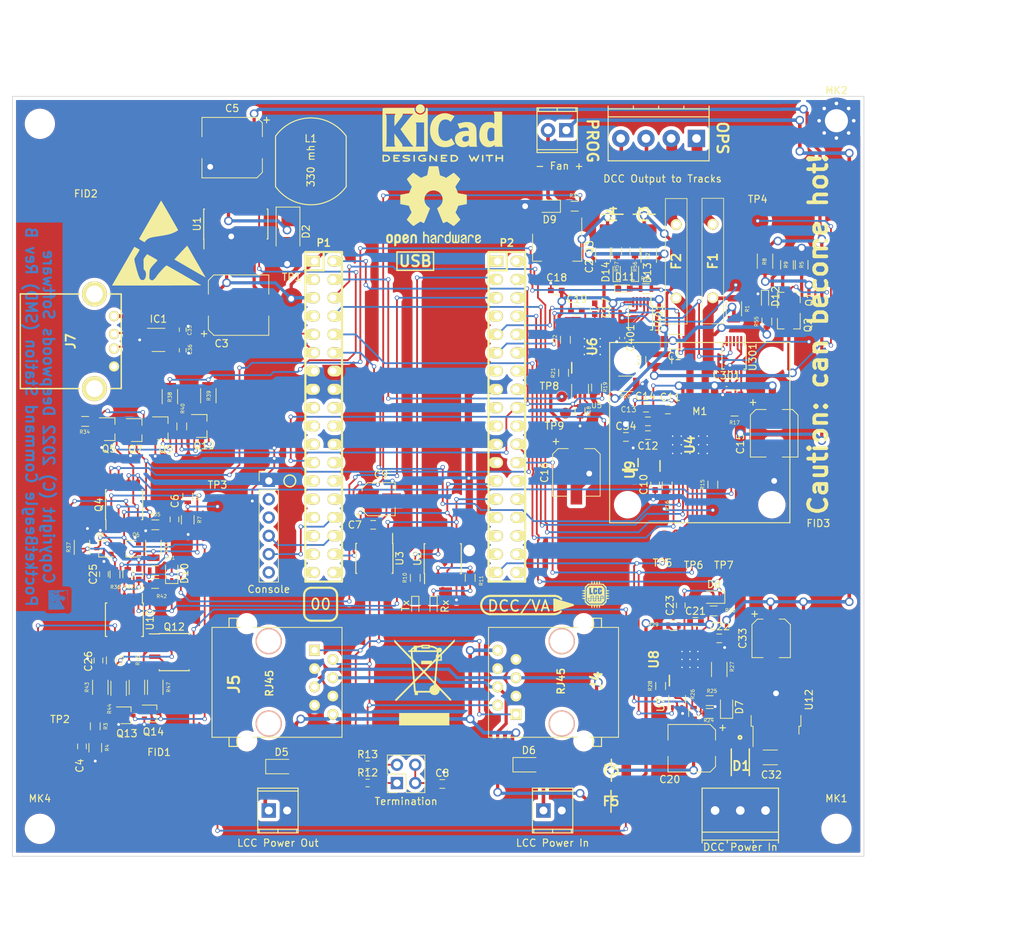
<source format=kicad_pcb>
(kicad_pcb (version 20211014) (generator pcbnew)
  (layers (0 "F.Cu" signal) (31 "B.Cu" signal) (34 "B.Paste" user) (35 "F.Paste" user) (36 "B.SilkS" user "B.Silkscreen") (37 "F.SilkS" user "F.Silkscreen") (38 "B.Mask" user) (39 "F.Mask" user) (44 "Edge.Cuts" user))
  (net 0 "")
  (net 1 "Net-(C1-Pad1)")
  (net 2 "/OPS_A")
  (net 3 "Net-(C2-Pad1)")
  (net 4 "/Prog and LCC Alt H/L Driver/1B")
  (net 5 "+5V")
  (net 6 "GND")
  (net 7 "/RAILCOM_OLBC_VREF")
  (net 8 "/DCC_VS")
  (net 9 "/RAILCOM_VREF")
  (net 10 "+3V3")
  (net 11 "Net-(C8-Pad1)")
  (net 12 "Net-(C11-Pad2)")
  (net 13 "Net-(C11-Pad1)")
  (net 14 "Net-(C12-Pad2)")
  (net 15 "Net-(C10-Pad1)")
  (net 16 "Net-(C17-Pad2)")
  (net 17 "Net-(C17-Pad1)")
  (net 18 "Net-(C19-Pad1)")
  (net 19 "+12V")
  (net 20 "Net-(C21-Pad2)")
  (net 21 "Net-(C21-Pad1)")
  (net 22 "Net-(C23-Pad1)")
  (net 23 "Net-(C24-Pad1)")
  (net 24 "Net-(C25-Pad1)")
  (net 25 "Net-(C26-Pad1)")
  (net 26 "/OPS-SENSE")
  (net 27 "/PROG-SENSE")
  (net 29 "Net-(D2-Pad1)")
  (net 30 "Net-(D3-Pad1)")
  (net 31 "Net-(D4-Pad1)")
  (net 32 "Net-(D5-Pad1)")
  (net 33 "Net-(D5-Pad2)")
  (net 34 "Net-(D6-Pad2)")
  (net 35 "/OLBC_B")
  (net 36 "Net-(D9-Pad1)")
  (net 37 "/RAILCOM-DIR")
  (net 38 "/RAILCOM-DATA")
  (net 39 "Net-(D11-Pad2)")
  (net 40 "Net-(D12-Pad2)")
  (net 41 "Net-(D13-Pad2)")
  (net 42 "Net-(D14-Pad2)")
  (net 43 "Net-(F1-Pad1)")
  (net 44 "/OPS_B")
  (net 45 "Net-(F2-Pad1)")
  (net 46 "Net-(F3-Pad1)")
  (net 47 "/Prog and LCC Alt H/L Driver/1A")
  (net 48 "Net-(F4-Pad1)")
  (net 49 "/CAN Transceiver/ALT_L")
  (net 50 "/CAN Transceiver/ALT_H")
  (net 53 "Net-(J1-Pad4)")
  (net 54 "Net-(J1-Pad5)")
  (net 56 "Net-(J3-Pad1)")
  (net 57 "Net-(J3-Pad2)")
  (net 58 "Net-(J4-Pad1)")
  (net 59 "Net-(J4-Pad2)")
  (net 60 "/PROG-ENABLE")
  (net 61 "Net-(P1-Pad3)")
  (net 62 "/PROG-SIG")
  (net 63 "Net-(P1-Pad17)")
  (net 64 "Net-(P1-Pad18)")
  (net 65 "Net-(P1-Pad20)")
  (net 66 "/TEMP-SENSE")
  (net 67 "Net-(P1-Pad24)")
  (net 68 "Net-(P1-Pad25)")
  (net 69 "Net-(P1-Pad26)")
  (net 70 "Net-(P1-Pad27)")
  (net 71 "Net-(P1-Pad28)")
  (net 72 "Net-(P1-Pad29)")
  (net 73 "Net-(P1-Pad31)")
  (net 74 "Net-(P1-Pad33)")
  (net 75 "/FAN-CONTROL")
  (net 76 "Net-(P1-Pad35)")
  (net 77 "Net-(P1-Pad36)")
  (net 78 "Net-(P2-Pad1)")
  (net 79 "Net-(P2-Pad2)")
  (net 80 "Net-(P2-Pad4)")
  (net 81 "Net-(P2-Pad6)")
  (net 82 "Net-(P2-Pad7)")
  (net 83 "/OPS-BRAKE")
  (net 84 "Net-(P2-Pad10)")
  (net 85 "Net-(P2-Pad12)")
  (net 86 "Net-(P2-Pad13)")
  (net 87 "Net-(P2-Pad14)")
  (net 88 "Net-(P2-Pad16)")
  (net 89 "Net-(P2-Pad17)")
  (net 90 "/RAILCOM-ENABLE")
  (net 91 "Net-(P2-Pad19)")
  (net 92 "Net-(P2-Pad20)")
  (net 93 "/RAILCOM-SHORT")
  (net 94 "/OPS-SIG")
  (net 95 "/CAN1_RX")
  (net 96 "Net-(P2-Pad26)")
  (net 97 "/CAN1_TX")
  (net 98 "Net-(P2-Pad28)")
  (net 99 "Net-(P2-Pad29)")
  (net 100 "Net-(P2-Pad30)")
  (net 101 "Net-(P2-Pad31)")
  (net 102 "Net-(P2-Pad32)")
  (net 103 "Net-(P2-Pad33)")
  (net 104 "Net-(P2-Pad34)")
  (net 105 "/OPS-ENABLE")
  (net 106 "Net-(P2-Pad36)")
  (net 107 "Net-(Q1-Pad1)")
  (net 108 "Net-(Q1-Pad2)")
  (net 109 "Net-(Q2-Pad2)")
  (net 110 "/Operations Driver/Local_VDD")
  (net 111 "Net-(Q3-Pad1)")
  (net 112 "Net-(Q4-Pad1)")
  (net 113 "/Railcomm Interface/GATE-EN")
  (net 114 "Net-(Q4-Pad3)")
  (net 115 "Net-(Q5-Pad1)")
  (net 116 "Net-(Q10-Pad3)")
  (net 117 "Net-(Q12-Pad1)")
  (net 118 "Net-(Q12-Pad3)")
  (net 119 "Net-(Q13-Pad1)")
  (net 120 "Net-(Q14-Pad1)")
  (net 121 "Net-(R10-Pad2)")
  (net 122 "Net-(R11-Pad2)")
  (net 123 "Net-(R15-Pad2)")
  (net 124 "Net-(R16-Pad2)")
  (net 125 "Net-(R19-Pad2)")
  (net 126 "Net-(R20-Pad1)")
  (net 127 "Net-(R21-Pad2)")
  (net 128 "Net-(R22-Pad2)")
  (net 129 "Net-(R26-Pad2)")
  (net 130 "Net-(R27-Pad1)")
  (net 131 "Net-(R28-Pad2)")
  (net 132 "Net-(R29-Pad2)")
  (net 147 "/OLBC_A")
  (net 148 "Net-(C35-Pad2)")
  (net 149 "Net-(C36-Pad1)")
  (net 150 "Net-(IC1-Pad1)")
  (net 151 "Net-(IC1-Pad3)")
  (net 152 "Net-(P1-Pad7)")
  (net 153 "/SPI0.MISO")
  (net 154 "/SPI0.MOSI")
  (net 155 "/SPI0.CLK")
  (net 156 "/SPI0.CS")
  (net 157 "Net-(C16-Pad1)")
  (net 158 "/PROG_DCC_VS")
  (net 160 "/SDA")
  (net 161 "/SCL")
  (footprint "pin_socket_18x2" (layer "F.Cu") (at 128.27 102.87 -90)
    (fp_text reference "P1")
    (fp_text value "POCKETBEAGLE-P1" hide)
  )
  (footprint "pin_socket_18x2" (layer "F.Cu") (at 153.67 102.87 -90)
    (fp_text reference "P2")
    (fp_text value "POCKETBEAGLE-P2" hide)
  )
  (footprint "Capacitors_SMD:C_1206" (layer "F.Cu") (at 177.038 92.456)
    (fp_text reference "C1")
    (fp_text value "10 nf")
  )
  (footprint "Capacitors_SMD:C_1206" (layer "F.Cu") (at 167.005 80.415 90)
    (fp_text reference "C2")
    (fp_text value "10 nf")
  )
  (footprint "Capacitors_SMD:CP_Elec_8x10" (layer "F.Cu") (at 116.461 87.376)
    (fp_text reference "C3")
    (fp_text value "220 uf 25V")
  )
  (footprint "Capacitors_SMD:C_0603" (layer "F.Cu") (at 94.742 148.59 -90)
    (fp_text reference "C4")
    (fp_text value "1 uf")
  )
  (footprint "Capacitors_SMD:CP_Elec_8x10" (layer "F.Cu") (at 115.568 65.532 180)
    (fp_text reference "C5")
    (fp_text value "22 uf 100V")
  )
  (footprint "Capacitors_SMD:C_0603" (layer "F.Cu") (at 107.569 117.106 -90)
    (fp_text reference "C6")
    (fp_text value "1 uf")
  )
  (footprint "Capacitors_SMD:C_0603" (layer "F.Cu") (at 135.14 117.856)
    (fp_text reference "C7")
    (fp_text value "100 nf")
  )
  (footprint "Capacitors_SMD:C_0603" (layer "F.Cu") (at 144.7165 153.797)
    (fp_text reference "C8")
    (fp_text value "47 nf")
  )
  (footprint "Capacitors_SMD:CP_Elec_4x5.8" (layer "F.Cu") (at 135.89 114.3)
    (fp_text reference "C9")
    (fp_text value "15 uf 15V")
  )
  (footprint "Capacitors_SMD:C_0603" (layer "F.Cu") (at 174.244 112.268 -90)
    (fp_text reference "C10")
    (fp_text value "1 uf")
  )
  (footprint "Capacitors_SMD:C_0603" (layer "F.Cu") (at 176.01 101.854)
    (fp_text reference "C11")
    (fp_text value "47 nf")
  )
  (footprint "Capacitors_SMD:C_0603" (layer "F.Cu") (at 173.24 105.41 180)
    (fp_text reference "C12")
    (fp_text value "1 uf")
  )
  (footprint "Capacitors_SMD:C_0603" (layer "F.Cu") (at 173.24 103.505 180)
    (fp_text reference "C13")
    (fp_text value "100 nf")
  )
  (footprint "Capacitors_SMD:C_0603" (layer "F.Cu") (at 172.974 101.6 180)
    (fp_text reference "C14")
    (fp_text value "100 nf")
  )
  (footprint "Capacitors_SMD:CP_Elec_6.3x5.3" (layer "F.Cu") (at 190.754 105.156 -90)
    (fp_text reference "C15")
    (fp_text value "47 uf")
  )
  (footprint "Capacitors_SMD:CP_Elec_6.3x7.7" (layer "F.Cu") (at 163.322 110.584 -90)
    (fp_text reference "C16")
    (fp_text value "100 uf")
  )
  (footprint "Capacitors_SMD:C_0603" (layer "F.Cu") (at 165.862 87.872 90)
    (fp_text reference "C17")
    (fp_text value "100 nf")
  )
  (footprint "Capacitors_SMD:C_0603" (layer "F.Cu") (at 160.528 85.344 180)
    (fp_text reference "C18")
    (fp_text value "100 nf")
  )
  (footprint "Capacitors_SMD:C_0603" (layer "F.Cu") (at 163.322 88.138 180)
    (fp_text reference "C19")
    (fp_text value "100 nf")
  )
  (footprint "Capacitors_SMD:CP_Elec_6.3x7.7" (layer "F.Cu") (at 179.324 148.844 180)
    (fp_text reference "C20")
    (fp_text value "100 uf")
  )
  (footprint "Capacitors_SMD:C_0603" (layer "F.Cu") (at 179.844 131.318)
    (fp_text reference "C21")
    (fp_text value "100 nf")
  )
  (footprint "Capacitors_SMD:C_0603" (layer "F.Cu") (at 183.134 133.604)
    (fp_text reference "C22")
    (fp_text value "100 nf")
  )
  (footprint "Capacitors_SMD:C_0603" (layer "F.Cu") (at 177.8 129.032 90)
    (fp_text reference "C23")
    (fp_text value "100 nf")
  )
  (footprint "Capacitors_SMD:C_0603" (layer "F.Cu") (at 102.616 124.702 90)
    (fp_text reference "C24")
    (fp_text value "33 pf")
  )
  (footprint "Capacitors_SMD:C_0603" (layer "F.Cu") (at 97.79 124.702 90)
    (fp_text reference "C25")
    (fp_text value "33 pf")
  )
  (footprint "Capacitors_SMD:C_0603" (layer "F.Cu") (at 97.028 136.664 -90)
    (fp_text reference "C26")
    (fp_text value "33 pf")
  )
  (footprint "Capacitors_SMD:C_1206" (layer "F.Cu") (at 190.222 150.114)
    (fp_text reference "C32")
    (fp_text value "10 nf")
  )
  (footprint "Capacitors_SMD:CP_Elec_5x5.3" (layer "F.Cu") (at 190.3095 133.604 -90)
    (fp_text reference "C33")
    (fp_text value "10 uf")
  )
  (footprint "RB080LAM-30TR:PMDTM" (layer "F.Cu") (at 186.055 150.79 180)
    (fp_text reference "D1")
    (fp_text value "RB080LAM-30TR" hide)
  )
  (footprint "Diodes_SMD:D_SMA" (layer "F.Cu") (at 123.317 77.184 -90)
    (fp_text reference "D2")
    (fp_text value "CMSH1-60")
  )
  (footprint "LEDs:LED_0603" (layer "F.Cu") (at 140.97 129.07 -90)
    (fp_text reference "D3" hide)
    (fp_text value "Tx")
  )
  (footprint "LEDs:LED_0603" (layer "F.Cu") (at 143.51 129.07 -90)
    (fp_text reference "D4" hide)
    (fp_text value "Rx")
  )
  (footprint "Diodes_SMD:D_SOD-323" (layer "F.Cu") (at 184.15 143.1925 90)
    (fp_text reference "D7")
    (fp_text value "B5819W")
  )
  (footprint "Diodes_SMD:D_SOD-323" (layer "F.Cu") (at 182.406 127.889 180)
    (fp_text reference "D8")
    (fp_text value "B5819W")
  )
  (footprint "Diodes_SMD:D_SOD-323" (layer "F.Cu") (at 159.605 73.66 180)
    (fp_text reference "D9")
    (fp_text value "1SS352H3F")
  )
  (footprint "Diodes_SMD:D_SOD-323" (layer "F.Cu") (at 107.188 124.494 90)
    (fp_text reference "D10")
    (fp_text value "B5819W")
  )
  (footprint "LEDs:LED_0603" (layer "F.Cu") (at 169.926 85.09)
    (fp_text reference "D11")
    (fp_text value "OPS ActA")
  )
  (footprint "LEDs:LED_0603" (layer "F.Cu") (at 189.484 86.614 -90)
    (fp_text reference "D12")
    (fp_text value "OPS ActB")
  )
  (footprint "LEDs:LED_0603" (layer "F.Cu") (at 171.45 82.804 90)
    (fp_text reference "D13")
    (fp_text value "PROG ActA")
  )
  (footprint "LEDs:LED_0603" (layer "F.Cu") (at 168.91 82.804 90)
    (fp_text reference "D14")
    (fp_text value "PROG ActB")
  )
  (footprint "MF-R500:MFR500" (layer "F.Cu") (at 182.245 76.16 -90)
    (fp_text reference "F1")
    (fp_text value "5A" hide)
  )
  (footprint "MF-R500:MFR500" (layer "F.Cu") (at 177.165 76.2 -90)
    (fp_text reference "F2")
    (fp_text value "5A" hide)
  )
  (footprint "0ZCG0035AF2C:FUSC4632X70N" (layer "F.Cu") (at 172.72 74.775 -90)
    (fp_text reference "F3")
    (fp_text value "350ma" hide)
  )
  (footprint "0ZCG0035AF2C:FUSC4632X70N" (layer "F.Cu") (at 168.275 74.775 -90)
    (fp_text reference "F4")
    (fp_text value "350ma" hide)
  )
  (footprint "0ZCG0035AF2C:FUSC4632X70N" (layer "F.Cu") (at 168.12 156.21 180)
    (fp_text reference "F5")
    (fp_text value "350ma" hide)
  )
  (footprint "0ZCG0035AF2C:FUSC4632X70N" (layer "F.Cu") (at 168.176 151.892 180)
    (fp_text reference "F6")
    (fp_text value "350ma" hide)
  )
  (footprint "Fiducials:Fiducial_Modern_CopperTop" (layer "F.Cu") (at 105.41 153.67)
    (fp_text reference "FID1")
    (fp_text value "Fiducial")
  )
  (footprint "Fiducials:Fiducial_Modern_CopperTop" (layer "F.Cu") (at 95.25 76.2)
    (fp_text reference "FID2")
    (fp_text value "Fiducial")
  )
  (footprint "Fiducials:Fiducial_Modern_CopperTop" (layer "F.Cu") (at 196.85 121.92)
    (fp_text reference "FID3")
    (fp_text value "Fiducial")
  )
  (footprint "Pin_Headers:Pin_Header_Straight_1x06_Pitch2.54mm" (layer "F.Cu") (at 120.65 111.76)
    (fp_text reference "J1" hide)
    (fp_text value "Console")
  )
  (footprint "Connectors_Terminal_Blocks:TerminalBlock_Pheonix_PT-3.5mm_4pol" (layer "F.Cu") (at 179.974 64.262 180)
    (fp_text reference "J2" hide)
    (fp_text value "DCC Output to Tracks")
  )
  (footprint "Pin_Headers:Pin_Header_Straight_2x02_Pitch2.54mm" (layer "F.Cu") (at 138.43 153.67 90)
    (fp_text reference "J3" hide)
    (fp_text value "Termination")
  )
  (footprint "RJ45-8N-S:RJ45_8N-S" (layer "F.Cu") (at 161.29 139.7 90)
    (fp_text reference "J4")
    (fp_text value "RJ45")
  )
  (footprint "RJ45-8N-S:RJ45_8N-S" (layer "F.Cu") (at 120.65 139.7 -90)
    (fp_text reference "J5")
    (fp_text value "RJ45")
  )
  (footprint "Connectors_Terminal_Blocks:TerminalBlock_Pheonix_MPT-2.54mm_2pol" (layer "F.Cu") (at 161.925 63.119 180)
    (fp_text reference "J6" hide)
    (fp_text value "- Fan +")
  )
  (footprint "896-43-004-90-000000:8964300490000000" (layer "F.Cu") (at 99.19 88.9 -90)
    (fp_text reference "J7")
    (fp_text value "USB_A" hide)
  )
  (footprint "SRN1060:SRN1060" (layer "F.Cu") (at 126.49 67.437)
    (fp_text reference "L1")
    (fp_text value "330 mh")
  )
  (footprint "FAN:25mmFanMount" (layer "F.Cu") (at 180.434 105.062)
    (fp_text reference "M1")
    (fp_text value "Fan_IEC60617")
  )
  (footprint "Mounting_Holes:MountingHole_3.2mm_M3" (layer "F.Cu") (at 199.39 160.02)
    (fp_text reference "MK1")
    (fp_text value "Mounting_Hole")
  )
  (footprint "Mounting_Holes:MountingHole_3.2mm_M3_Pad_Via" (layer "F.Cu") (at 199.39 61.802944)
    (fp_text reference "MK2")
    (fp_text value "Mounting_Hole_PAD")
  )
  (footprint "Mounting_Holes:MountingHole_3.2mm_M3" (layer "F.Cu") (at 88.9 62.23)
    (fp_text reference "MK3" hide)
    (fp_text value "Mounting_Hole")
  )
  (footprint "Mounting_Holes:MountingHole_3.2mm_M3" (layer "F.Cu") (at 88.9 160.02)
    (fp_text reference "MK4")
    (fp_text value "Mounting_Hole")
  )
  (footprint "TO_SOT_Packages_SMD:SOT-23" (layer "F.Cu") (at 192.786 86.36 90)
    (fp_text reference "Q1")
    (fp_text value "MMBT3906")
  )
  (footprint "TO_SOT_Packages_SMD:SOT-23" (layer "F.Cu") (at 192.786 89.916 -90)
    (fp_text reference "Q2")
    (fp_text value "XP202A0003MR-G ")
  )
  (footprint "TO_SOT_Packages_SMD:SOT-223" (layer "F.Cu") (at 160.655 79.375 -90)
    (fp_text reference "Q3")
    (fp_text value "BSP52T3G")
  )
  (footprint "Housings_SOIC:SOIC-8_3.9x4.9mm_Pitch1.27mm" (layer "F.Cu") (at 100.584 115.062 90)
    (fp_text reference "Q4")
    (fp_text value "DMNH6022SSDQ")
  )
  (footprint "TO_SOT_Packages_SMD:SOT-23" (layer "F.Cu") (at 98.552 104.5845)
    (fp_text reference "Q5")
    (fp_text value "2N7002")
  )
  (footprint "TO_SOT_Packages_SMD:SOT-323_SC-70" (layer "F.Cu") (at 101.584 121.158 180)
    (fp_text reference "Q6")
    (fp_text value "DTC143T")
  )
  (footprint "TO_SOT_Packages_SMD:SOT-23" (layer "F.Cu") (at 102.2985 104.7115)
    (fp_text reference "Q7")
    (fp_text value "2N7002")
  )
  (footprint "TO_SOT_Packages_SMD:SOT-323_SC-70" (layer "F.Cu") (at 97.79 121.158 180)
    (fp_text reference "Q8")
    (fp_text value "DTC143T")
  )
  (footprint "TO_SOT_Packages_SMD:SOT-23" (layer "F.Cu") (at 105.918 104.4575)
    (fp_text reference "Q9")
    (fp_text value "2N7002")
  )
  (footprint "TO_SOT_Packages_SMD:SOT-23" (layer "F.Cu") (at 111.3155 104.14)
    (fp_text reference "Q10")
    (fp_text value "2N7002")
  )
  (footprint "Housings_SOIC:SOIC-8_3.9x4.9mm_Pitch1.27mm" (layer "F.Cu") (at 107.536 135.509)
    (fp_text reference "Q12")
    (fp_text value "DMNH6022SSDQ")
  )
  (footprint "TO_SOT_Packages_SMD:SOT-323_SC-70" (layer "F.Cu") (at 100.822 144.272)
    (fp_text reference "Q13")
    (fp_text value "DTC143T")
  )
  (footprint "TO_SOT_Packages_SMD:SOT-323_SC-70" (layer "F.Cu") (at 104.394 144.018)
    (fp_text reference "Q14")
    (fp_text value "DTC143T")
  )
  (footprint "Resistors_SMD:R_1206" (layer "F.Cu") (at 185.166 87.884 -90)
    (fp_text reference "R1")
    (fp_text value "2.4")
  )
  (footprint "Resistors_SMD:R_1206" (layer "F.Cu") (at 173.355 80.465 -90)
    (fp_text reference "R2")
    (fp_text value "2.4")
  )
  (footprint "Resistors_SMD:R_0603" (layer "F.Cu") (at 96.5835 145.796 -90)
    (fp_text reference "R3")
    (fp_text value "3.24K, 1%")
  )
  (footprint "Resistors_SMD:R_0805" (layer "F.Cu") (at 96.5835 148.7805 -90)
    (fp_text reference "R4")
    (fp_text value "102, 1%")
  )
  (footprint "Resistors_SMD:R_0805" (layer "F.Cu") (at 194.564 81.788 90)
    (fp_text reference "R5")
    (fp_text value "4.7K")
  )
  (footprint "Resistors_SMD:R_0603" (layer "F.Cu") (at 109.4105 113.9825 -90)
    (fp_text reference "R6")
    (fp_text value "3.24K, 1%")
  )
  (footprint "Resistors_SMD:R_0805" (layer "F.Cu") (at 109.4105 117.1575 -90)
    (fp_text reference "R7")
    (fp_text value "19.1, 1%")
  )
  (footprint "Resistors_SMD:R_1206" (layer "F.Cu") (at 189.484 81.28 90)
    (fp_text reference "R8")
    (fp_text value "2.7")
  )
  (footprint "Resistors_SMD:R_0603" (layer "F.Cu") (at 140.97 125.21 90)
    (fp_text reference "R10")
    (fp_text value "160")
  )
  (footprint "Resistors_SMD:R_0603" (layer "F.Cu") (at 148.59 125.21 90)
    (fp_text reference "R11")
    (fp_text value "160")
  )
  (footprint "Resistors_SMD:R_0603" (layer "F.Cu") (at 182.245 112.28 90)
    (fp_text reference "R15")
    (fp_text value "10K")
  )
  (footprint "Resistors_SMD:R_0603" (layer "F.Cu") (at 175.914 112.395 90)
    (fp_text reference "R16")
    (fp_text value "10K")
  )
  (footprint "Resistors_SMD:R_0612" (layer "F.Cu") (at 185.255 100.965 180)
    (fp_text reference "R17")
    (fp_text value "0.005 1%")
  )
  (footprint "Resistors_SMD:R_0603" (layer "F.Cu") (at 163.83 102.108 -90)
    (fp_text reference "R18")
    (fp_text value "10K")
  )
  (footprint "Resistors_SMD:R_0603" (layer "F.Cu") (at 166.116 98.806 90)
    (fp_text reference "R19")
    (fp_text value "10K")
  )
  (footprint "Resistors_SMD:R_1206" (layer "F.Cu") (at 170.18 98.298)
    (fp_text reference "R20")
    (fp_text value "1 1% 1/4W")
  )
  (footprint "Resistors_SMD:R_0603" (layer "F.Cu") (at 161.544 96.774 90)
    (fp_text reference "R21")
    (fp_text value "10K")
  )
  (footprint "Resistors_SMD:R_0603" (layer "F.Cu") (at 161.798 92.19 90)
    (fp_text reference "R22")
    (fp_text value "10K")
  )
  (footprint "Resistors_SMD:R_0612" (layer "F.Cu") (at 174.752 94.996 90)
    (fp_text reference "R23")
    (fp_text value "0.005 1%")
  )
  (footprint "Resistors_SMD:R_0603" (layer "F.Cu") (at 181.8005 144.018)
    (fp_text reference "R24")
    (fp_text value "10K")
  )
  (footprint "Resistors_SMD:R_0603" (layer "F.Cu") (at 181.8005 142.24 180)
    (fp_text reference "R25")
    (fp_text value "10K")
  )
  (footprint "Resistors_SMD:R_0603" (layer "F.Cu") (at 179.578 143.9545 90)
    (fp_text reference "R26")
    (fp_text value "10K")
  )
  (footprint "Resistors_SMD:R_1206" (layer "F.Cu") (at 183.134 137.922 90)
    (fp_text reference "R27")
    (fp_text value "1 1% 1/4W")
  )
  (footprint "Resistors_SMD:R_0603" (layer "F.Cu") (at 175.006 140.208 90)
    (fp_text reference "R28")
    (fp_text value "10K")
  )
  (footprint "Resistors_SMD:R_0603" (layer "F.Cu") (at 176.784 131.826)
    (fp_text reference "R29")
    (fp_text value "10K")
  )
  (footprint "Resistors_SMD:R_0603" (layer "F.Cu") (at 182.36 129.794 180)
    (fp_text reference "R30")
    (fp_text value "10K")
  )
  (footprint "Resistors_SMD:R_0603" (layer "F.Cu") (at 163.08 73.66)
    (fp_text reference "R31")
    (fp_text value "1K")
  )
  (footprint "Resistors_SMD:R_0603" (layer "F.Cu") (at 101.092 124.702 90)
    (fp_text reference "R32")
    (fp_text value "10K")
  )
  (footprint "Resistors_SMD:R_1206" (layer "F.Cu") (at 104.648 120.978 -90)
    (fp_text reference "R33")
    (fp_text value "2.4")
  )
  (footprint "Resistors_SMD:R_0603" (layer "F.Cu") (at 95.1865 103.505)
    (fp_text reference "R34")
    (fp_text value "10K")
  )
  (footprint "Resistors_SMD:R_0603" (layer "F.Cu") (at 104.914 117.856)
    (fp_text reference "R35")
    (fp_text value "10K")
  )
  (footprint "Resistors_SMD:R_0603" (layer "F.Cu") (at 99.314 124.726 90)
    (fp_text reference "R36")
    (fp_text value "10K")
  )
  (footprint "Resistors_SMD:R_1206" (layer "F.Cu") (at 94.742 120.978 90)
    (fp_text reference "R37")
    (fp_text value "2.4")
  )
  (footprint "Resistors_SMD:R_1206" (layer "F.Cu") (at 106.934 100.076 -90)
    (fp_text reference "R38")
    (fp_text value "1.5K 1/4W")
  )
  (footprint "Resistors_SMD:R_1206" (layer "F.Cu") (at 112.268 99.949 -90)
    (fp_text reference "R39")
    (fp_text value "10K 1/4W")
  )
  (footprint "Resistors_SMD:R_0603" (layer "F.Cu") (at 108.585 104.2035 -90)
    (fp_text reference "R40")
    (fp_text value "2.4K")
  )
  (footprint "Resistors_SMD:R_0603" (layer "F.Cu") (at 104.89 124.206 180)
    (fp_text reference "R41")
    (fp_text value "2.4K")
  )
  (footprint "Resistors_SMD:R_0603" (layer "F.Cu") (at 104.89 125.984 180)
    (fp_text reference "R42")
    (fp_text value "2.4K")
  )
  (footprint "Resistors_SMD:R_1206" (layer "F.Cu") (at 97.282 140.388 90)
    (fp_text reference "R43")
    (fp_text value "24.9")
  )
  (footprint "Resistors_SMD:R_1206" (layer "F.Cu") (at 99.822 140.536 -90)
    (fp_text reference "R44")
    (fp_text value "24.9")
  )
  (footprint "Resistors_SMD:R_0603" (layer "F.Cu") (at 98.806 136.664 -90)
    (fp_text reference "R45")
    (fp_text value "10K")
  )
  (footprint "Resistors_SMD:R_1206" (layer "F.Cu") (at 102.362 140.388 90)
    (fp_text reference "R46")
    (fp_text value "24.9")
  )
  (footprint "Resistors_SMD:R_1206" (layer "F.Cu") (at 104.902 140.388 -90)
    (fp_text reference "R47")
    (fp_text value "24.9")
  )
  (footprint "Resistors_SMD:R_0603" (layer "F.Cu") (at 172.974 85.09 180)
    (fp_text reference "R54")
    (fp_text value "3K")
  )
  (footprint "Resistors_SMD:R_0603" (layer "F.Cu") (at 189.738 89.662 90)
    (fp_text reference "R55")
    (fp_text value "3K")
  )
  (footprint "Resistors_SMD:R_0603" (layer "F.Cu") (at 171.45 79.895 -90)
    (fp_text reference "R56")
    (fp_text value "3K")
  )
  (footprint "Resistors_SMD:R_0603" (layer "F.Cu") (at 168.91 79.895 -90)
    (fp_text reference "R57")
    (fp_text value "3K")
  )
  (footprint "Connectors_Terminal_Blocks:TerminalBlock_Pheonix_PT-3.5mm_3pol" (layer "F.Cu") (at 182.555 157.48)
    (fp_text reference "T1" hide)
    (fp_text value "DCC Power In")
  )
  (footprint "Connectors_Terminal_Blocks:TerminalBlock_Pheonix_MPT-2.54mm_2pol" (layer "F.Cu") (at 120.65 157.48)
    (fp_text reference "T2" hide)
    (fp_text value "LCC Power Out")
  )
  (footprint "Connectors_Terminal_Blocks:TerminalBlock_Pheonix_MPT-2.54mm_2pol" (layer "F.Cu") (at 158.75 157.48)
    (fp_text reference "T3" hide)
    (fp_text value "LCC Power In")
  )
  (footprint "Measurement_Points:Measurement_Point_Round-SMD-Pad_Big" (layer "F.Cu") (at 123.825 86.487)
    (fp_text reference "TP1")
    (fp_text value "5V")
  )
  (footprint "Measurement_Points:Measurement_Point_Round-SMD-Pad_Big" (layer "F.Cu") (at 91.694 147.828)
    (fp_text reference "TP2")
    (fp_text value "RailcomOLBCVRef")
  )
  (footprint "Measurement_Points:Measurement_Point_Round-SMD-Pad_Big" (layer "F.Cu") (at 113.538 115.316)
    (fp_text reference "TP3")
    (fp_text value "RailcomVRef")
  )
  (footprint "Measurement_Points:Measurement_Point_Round-SMD-Pad_Big" (layer "F.Cu") (at 188.468 75.692)
    (fp_text reference "TP4")
    (fp_text value "PROGPower")
  )
  (footprint "Measurement_Points:Measurement_Point_Round-SMD-Pad_Big" (layer "F.Cu") (at 175.514 120.142)
    (fp_text reference "TP5")
    (fp_text value "OPSE")
  )
  (footprint "Measurement_Points:Measurement_Point_Round-SMD-Pad_Big" (layer "F.Cu") (at 179.324 120.396)
    (fp_text reference "TP6")
    (fp_text value "OPSS")
  )
  (footprint "Measurement_Points:Measurement_Point_Round-SMD-Pad_Big" (layer "F.Cu") (at 183.642 120.396)
    (fp_text reference "TP7")
    (fp_text value "OPSB")
  )
  (footprint "SOIC_Wide:SOIC-14_7.4x8.7mm_Pitch1.27mm" (layer "F.Cu") (at 116.078 76.128 90)
    (fp_text reference "U1")
    (fp_text value "LM2574HVM-5.0")
  )
  (footprint "Housings_SOIC:SOIC-8_3.9x4.9mm_Pitch1.27mm" (layer "F.Cu") (at 144.78 122.555 90)
    (fp_text reference "U2")
    (fp_text value "LM358")
  )
  (footprint "Housings_SOIC:SOIC-8-1EP_3.9x4.9mm_Pitch1.27mm" (layer "F.Cu") (at 135.3025 122.5075 -90)
    (fp_text reference "U3")
    (fp_text value "TCAN332DR")
  )
  (footprint "SOP65P640X120:SOP65P640X120-25N" (layer "F.Cu") (at 179.07 106.75 90)
    (fp_text reference "U4")
    (fp_text value "DRV8873SPWPRQ1" hide)
  )
  (footprint "TO_SOT_Packages_SMD:SOT-353_SC-70-5" (layer "F.Cu") (at 163.83 99.06 90)
    (fp_text reference "U5")
    (fp_text value "74AHC1G08")
  )
  (footprint "SOP65P640X120:SOP65P640X120-17N" (layer "F.Cu") (at 165.524 93.134 90)
    (fp_text reference "U6")
    (fp_text value "DRV8801PWP" hide)
  )
  (footprint "TO_SOT_Packages_SMD:SOT-353_SC-70-5" (layer "F.Cu") (at 177.292 142.24 90)
    (fp_text reference "U7")
    (fp_text value "74AHC1G08")
  )
  (footprint "SOP65P640X120:SOP65P640X120-17N" (layer "F.Cu") (at 179.07 136.525 90)
    (fp_text reference "U8")
    (fp_text value "DRV8801PWP" hide)
  )
  (footprint "Housings_SSOP:TSSOP-14_4.4x5mm_Pitch0.65mm" (layer "F.Cu") (at 100.6185 131.019 -90)
    (fp_text reference "U10")
    (fp_text value "LMV339")
  )
  (footprint "TO_SOT_Packages_SMD:TO-252-2" (layer "F.Cu") (at 191.008 143.324 90)
    (fp_text reference "U12")
    (fp_text value "LF120_TO220")
  )
  (footprint "Capacitors_SMD:C_0603" (layer "F.Cu") (at 170.192 105.664)
    (fp_text reference "C34")
    (fp_text value "100 uf")
  )
  (footprint "Measurement_Points:Measurement_Point_Round-SMD-Pad_Small" (layer "F.Cu") (at 161.29 100.076)
    (fp_text reference "TP8")
    (fp_text value "PROGS")
  )
  (footprint "Measurement_Points:Measurement_Point_Round-SMD-Pad_Small" (layer "F.Cu") (at 161.798 102.362)
    (fp_text reference "TP9")
    (fp_text value "PROGE")
  )
  (footprint "Resistors_SMD:R_0805" (layer "F.Cu") (at 192.532 81.788 90)
    (fp_text reference "R9")
    (fp_text value "4.7K")
  )
  (footprint "DWSLogoBCU:DWSLogoBCU" (layer "F.Cu") (at 91.44 128.27 -90)
    (fp_text reference "")
    (fp_text value "")
  )
  (footprint "Symbols:ESD-Logo_13.2x12mm_SilkScreen" (layer "F.Cu") (at 105.41 78.74)
    (fp_text reference "REF***" hide)
    (fp_text value "ESD-Logo_13.2x12mm_SilkScreen" hide)
  )
  (footprint "Symbols:KiCad-Logo2_8mm_SilkScreen" (layer "F.Cu") (at 144.78 63.5)
    (fp_text reference "REF***" hide)
    (fp_text value "KiCad-Logo2_8mm_SilkScreen" hide)
  )
  (footprint "Symbols:OSHW-Logo2_14.6x12mm_SilkScreen" (layer "F.Cu") (at 143.51 73.66)
    (fp_text reference "REF***" hide)
    (fp_text value "OSHW-Logo2_14.6x12mm_SilkScreen" hide)
  )
  (footprint "Symbols:WEEE-Logo_8.4x12mm_SilkScreen" (layer "F.Cu") (at 142.24 139.7)
    (fp_text reference "REF***" hide)
    (fp_text value "WEEE-Logo_8.4x12mm_SilkScreen" hide)
  )
  (footprint "LCC_LOGO:LCC_LOGO_4.5x4.5" (layer "F.Cu") (at 166.0144 127.508)
    (fp_text reference "G***" hide)
    (fp_text value "LCC" hide)
  )
  (footprint "SOT65P210X110-5N:SOT65P210X110-5N" (layer "F.Cu") (at 170.75 110.22 -90)
    (fp_text reference "U9")
    (fp_text value "MCP9700T-E_LT" hide)
  )
  (footprint "Capacitors_SMD:C_0402" (layer "F.Cu") (at 108.712 90.7835 -90)
    (fp_text reference "C35")
    (fp_text value "22pf")
  )
  (footprint "Capacitors_SMD:C_0402" (layer "F.Cu") (at 108.712 93.641 -90)
    (fp_text reference "C36")
    (fp_text value "22pf")
  )
  (footprint "TO_SOT_Packages_SMD:SOT-23-6" (layer "F.Cu") (at 105.3465 92.202)
    (fp_text reference "IC1")
    (fp_text value "USBLC6-2SC6")
  )
  (footprint "PowerLabels:PowerLabel-00" (layer "F.Cu") (at 127.8382 128.8669)
    (fp_text reference "REF**" hide)
    (fp_text value "PowerLabel-00" hide)
  )
  (footprint "PowerLabels:DCC_Source_VA" (layer "F.Cu") (at 155.194 128.9812)
    (fp_text reference "REF**" hide)
    (fp_text value "DCC_Source_VA" hide)
  )
  (footprint "Package_SO:MSOP-10_3x3mm_P0.5mm" (layer "F.Cu") (at 185.182 94.574 -90)
    (fp_text reference "U301")
    (fp_text value "ina220")
  )
  (footprint "Resistor_SMD:R_0603_1608Metric" (layer "F.Cu") (at 134.366 151.13)
    (fp_text reference "R13")
    (fp_text value "60")
  )
  (footprint "Capacitor_SMD:C_0402_1005Metric" (layer "F.Cu") (at 184.15 98.302)
    (fp_text reference "C301")
    (fp_text value ".1 uf")
  )
  (footprint "Diode_SMD:D_PowerDI-123" (layer "F.Cu") (at 156.718 151.13)
    (fp_text reference "D6")
    (fp_text value "DFLS240")
  )
  (footprint "Package_SO:MSOP-10_3x3mm_P0.5mm" (layer "F.Cu") (at 172.212 89.154 -90)
    (fp_text reference "U401")
    (fp_text value "ina220")
  )
  (footprint "Diode_SMD:D_PowerDI-123" (layer "F.Cu") (at 122.428 151.384)
    (fp_text reference "D5")
    (fp_text value "DFLS240")
  )
  (footprint "Resistor_SMD:R_0603_1608Metric" (layer "F.Cu") (at 134.366 153.67)
    (fp_text reference "R12")
    (fp_text value "60")
  )
  (footprint "Capacitor_SMD:C_0402_1005Metric" (layer "F.Cu") (at 169.672 91.948 -90)
    (fp_text reference "C401")
    (fp_text value ".1 uf")
  )
  (gr_line (start 143.51 82.55) (end 138.43 82.55) (layer "F.SilkS") (width 0.2))
  (gr_line (start 138.43 82.55) (end 138.43 80.01) (layer "F.SilkS") (width 0.2))
  (gr_circle (center 123.571 111.76) (end 124.206 112.268) (layer "F.SilkS") (width 0.2) (fill none))
  (gr_line (start 143.51 80.01) (end 143.51 82.55) (layer "F.SilkS") (width 0.2))
  (gr_line (start 138.43 80.01) (end 143.51 80.01) (layer "F.SilkS") (width 0.2))
  (gr_line (start 85.09 163.83) (end 85.09 58.42) (layer "Edge.Cuts") (width 0.1))
  (gr_line (start 203.2 58.42) (end 203.2 163.83) (layer "Edge.Cuts") (width 0.1))
  (gr_line (start 85.09 58.42) (end 203.2 58.42) (layer "Edge.Cuts") (width 0.1))
  (gr_line (start 203.2 163.83) (end 85.09 163.83) (layer "Edge.Cuts") (width 0.1))
  (gr_text "Copyright (C) 2022 Deepwoods Software\nPoctketBeagle Command Station (SMD) Rev B" (at 88.9 102.87 270) (layer "B.Cu") (effects (font (size 1.5 1.5) (thickness 0.3)) (justify mirror)))
  (gr_text "OPS" (at 183.5785 64.1985 270) (layer "F.SilkS") (effects (font (size 1.5 1.5) (thickness 0.3))))
  (gr_text "Caution: can become hot!" (at 196.85 91.44 90) (layer "F.SilkS") (effects (font (size 2.54 2.54) (thickness 0.508))))
  (gr_text "USB" (at 140.97 81.28) (layer "F.SilkS") (effects (font (size 1.5 1.5) (thickness 0.3))))
  (gr_text "PROG" (at 165.5445 64.5795 270) (layer "F.SilkS") (effects (font (size 1.5 1.5) (thickness 0.3))))
  (segment (start 184.912 87.633502) (end 185.166 87.887502) (width 0.5) (layer "F.Cu") (net 1))
  (segment (start 185.166 87.887502) (end 185.166 89.334) (width 0.5) (layer "F.Cu") (net 1))
  (segment (start 176.7015 92.314205) (end 175.679795 92.314205) (width 0.5) (layer "F.Cu") (net 1))
  (segment (start 175.679795 92.314205) (end 175.538 92.456) (width 0.5) (layer "F.Cu") (net 1))
  (via (at 176.7015 92.314205) (size 1.2) (drill 0.8) (layers "F.Cu" "B.Cu") (net 1))
  (via (at 184.912 87.633502) (size 1.2) (drill 0.8) (layers "F.Cu" "B.Cu") (net 1))
  (segment (start 178.195795 92.314205) (end 180.07 90.44) (width 0.5) (layer "B.Cu") (net 1))
  (segment (start 180.07 90.44) (end 182.105502 90.44) (width 0.5) (layer "B.Cu") (net 1))
  (segment (start 182.105502 90.44) (end 184.912 87.633502) (width 0.5) (layer "B.Cu") (net 1))
  (segment (start 176.7015 92.314205) (end 178.195795 92.314205) (width 0.5) (layer "B.Cu") (net 1))
  (segment (start 156.972 84.328) (end 156.972 79.502) (width 0.25) (layer "F.Cu") (net 2))
  (segment (start 116.586 96.072) (end 116.586 109.5375) (width 0.25) (layer "F.Cu") (net 2))
  (segment (start 174.89402 85.09) (end 175.07701 85.27299) (width 0.25) (layer "F.Cu") (net 2))
  (segment (start 157.226 84.582) (end 156.972 84.328) (width 0.25) (layer "F.Cu") (net 2))
  (segment (start 179.07 95.885) (end 179.07 102.235) (width 1) (layer "F.Cu") (net 2))
  (segment (start 177.165 86.4) (end 177.922499 87.157499) (width 1.5) (layer "F.Cu") (net 2))
  (segment (start 133.35 79.502) (end 133.35 95.25) (width 0.25) (layer "F.Cu") (net 2))
  (segment (start 178.745 102.56) (end 178.745 103.812) (width 0.45) (layer "F.Cu") (net 2))
  (segment (start 99.822 112.235) (end 99.949 112.362) (width 0.25) (layer "F.Cu") (net 2))
  (segment (start 179.07 102.235) (end 178.745 102.56) (width 0.45) (layer "F.Cu") (net 2))
  (segment (start 179.395 102.56) (end 179.395 103.812) (width 0.45) (layer "F.Cu") (net 2))
  (segment (start 98.679 112.362) (end 98.679 110.109) (width 0.25) (layer "F.Cu") (net 2))
  (segment (start 179.07 88.265) (end 179.07 91.44) (width 1.5) (layer "F.Cu") (net 2))
  (segment (start 178.895 91.615) (end 179.07 91.44) (width 0.5) (layer "F.Cu") (net 2))
  (segment (start 115.488999 110.634501) (end 115.189 110.9345) (width 0.25) (layer "F.Cu") (net 2))
  (segment (start 157.226 85.344) (end 157.226 84.582) (width 0.25) (layer "F.Cu") (net 2))
  (segment (start 99.822 109.982) (end 99.822 112.235) (width 0.25) (layer "F.Cu") (net 2))
  (segment (start 116.586 109.5375) (end 115.488999 110.634501) (width 0.25) (layer "F.Cu") (net 2))
  (segment (start 179.07 102.235) (end 179.395 102.56) (width 0.45) (layer "F.Cu") (net 2))
  (segment (start 177.922499 87.157499) (end 177.962499 87.157499) (width 1.5) (layer "F.Cu") (net 2))
  (segment (start 177.962499 87.157499) (end 179.07 88.265) (width 1.5) (layer "F.Cu") (net 2))
  (segment (start 98.679 110.109) (end 98.806 109.982) (width 0.25) (layer "F.Cu") (net 2))
  (segment (start 179.07 91.44) (end 179.07 95.885) (width 1.5) (layer "F.Cu") (net 2))
  (segment (start 173.724 85.09) (end 174.89402 85.09) (width 0.25) (layer "F.Cu") (net 2))
  (via (at 133.35 95.25) (size 0.6) (drill 0.4) (layers "F.Cu" "B.Cu") (net 2))
  (via (at 175.07701 85.27299) (size 0.6) (drill 0.4) (layers "F.Cu" "B.Cu") (net 2))
  (via (at 98.806 109.982) (size 0.6) (drill 0.4) (layers "F.Cu" "B.Cu") (net 2))
  (via (at 157.226 85.344) (size 0.6) (drill 0.4) (layers "F.Cu" "B.Cu") (net 2))
  (via (at 133.35 79.502) (size 0.6) (drill 0.4) (layers "F.Cu" "B.Cu") (net 2))
  (via (at 99.822 109.982) (size 0.6) (drill 0.4) (layers "F.Cu" "B.Cu") (net 2))
  (via (at 116.586 96.072) (size 0.6) (drill 0.4) (layers "F.Cu" "B.Cu") (net 2))
  (via (at 115.189 110.9345) (size 0.6) (drill 0.4) (layers "F.Cu" "B.Cu") (net 2))
  (via (at 156.972 79.502) (size 0.6) (drill 0.4) (layers "F.Cu" "B.Cu") (net 2))
  (segment (start 133.35 79.502) (end 156.718 79.502) (width 0.25) (layer "B.Cu") (net 2))
  (segment (start 176.03799 85.27299) (end 177.165 86.4) (width 0.25) (layer "B.Cu") (net 2))
  (segment (start 175.07701 85.27299) (end 176.03799 85.27299) (width 0.25) (layer "B.Cu") (net 2))
  (segment (start 118.326002 95.377) (end 117.624001 96.079001) (width 0.25) (layer "B.Cu") (net 2))
  (segment (start 116.593001 96.079001) (end 116.586 96.072) (width 0.25) (layer "B.Cu") (net 2))
  (segment (start 133.223 95.377) (end 118.326002 95.377) (width 0.25) (layer "B.Cu") (net 2))
  (segment (start 133.35 95.25) (end 133.223 95.377) (width 0.25) (layer "B.Cu") (net 2))
  (segment (start 114.764736 110.9345) (end 115.189 110.9345) (width 0.25) (layer "B.Cu") (net 2))
  (segment (start 157.29701 85.27299) (end 175.07701 85.27299) (width 0.25) (layer "B.Cu") (net 2))
  (segment (start 98.806 109.982) (end 99.822 109.982) (width 0.25) (layer "B.Cu") (net 2))
  (segment (start 104.96409 110.9345) (end 114.764736 110.9345) (width 0.25) (layer "B.Cu") (net 2))
  (segment (start 156.718 79.502) (end 156.972 79.502) (width 0.25) (layer "B.Cu") (net 2))
  (segment (start 157.226 85.344) (end 157.29701 85.27299) (width 0.25) (layer "B.Cu") (net 2))
  (segment (start 117.624001 96.079001) (end 116.593001 96.079001) (width 0.25) (layer "B.Cu") (net 2))
  (segment (start 99.822 109.982) (end 104.01159 109.982) (width 0.25) (layer "B.Cu") (net 2))
  (segment (start 104.01159 109.982) (end 104.96409 110.9345) (width 0.25) (layer "B.Cu") (net 2))
  (segment (start 165.1 80.31) (end 165.1 80.263994) (width 0.5) (layer "F.Cu") (net 3))
  (segment (start 173.355 81.915) (end 173.755 81.915) (width 0.5) (layer "F.Cu") (net 3))
  (segment (start 166.705 81.915) (end 165.1 80.31) (width 0.5) (layer "F.Cu") (net 3))
  (segment (start 175.406 80.264) (end 175.514 80.264) (width 0.5) (layer "F.Cu") (net 3))
  (segment (start 173.755 81.915) (end 175.406 80.264) (width 0.5) (layer "F.Cu") (net 3))
  (segment (start 167.005 81.915) (end 166.705 81.915) (width 0.5) (layer "F.Cu") (net 3))
  (via (at 165.1 80.263994) (size 1.2) (drill 0.8) (layers "F.Cu" "B.Cu") (net 3))
  (via (at 175.514 80.264) (size 1.2) (drill 0.8) (layers "F.Cu" "B.Cu") (net 3))
  (segment (start 175.514 80.264) (end 165.100006 80.264) (width 0.5) (layer "B.Cu") (net 3))
  (segment (start 165.100006 80.264) (end 165.1 80.263994) (width 0.5) (layer "B.Cu") (net 3))
  (segment (start 164.074999 81.050001) (end 164.074999 78.241001) (width 0.45) (layer "F.Cu") (net 4))
  (segment (start 167.149 90.196) (end 167.149 84.124002) (width 0.45) (layer "F.Cu") (net 4))
  (segment (start 168.275 77.645) (end 167.005 78.915) (width 0.5) (layer "F.Cu") (net 4))
  (segment (start 167.149 84.124002) (end 164.074999 81.050001) (width 0.45) (layer "F.Cu") (net 4))
  (segment (start 167.64 76.2) (end 168.275 76.835) (width 0.45) (layer "F.Cu") (net 4))
  (segment (start 167.64 75.184) (end 167.64 76.2) (width 0.45) (layer "F.Cu") (net 4))
  (segment (start 164.074999 78.241001) (end 164.084 78.232) (width 0.45) (layer "F.Cu") (net 4))
  (segment (start 168.91 77.47) (end 168.275 76.835) (width 0.25) (layer "F.Cu") (net 4))
  (segment (start 168.275 76.835) (end 168.275 77.645) (width 0.5) (layer "F.Cu") (net 4))
  (segment (start 168.91 79.145) (end 168.91 77.47) (width 0.25) (layer "F.Cu") (net 4))
  (via (at 164.084 78.232) (size 1.2) (drill 0.8) (layers "F.Cu" "B.Cu") (net 4))
  (via (at 167.64 75.184) (size 1.2) (drill 0.8) (layers "F.Cu" "B.Cu") (net 4))
  (segment (start 167.132 75.184) (end 167.64 75.184) (width 0.45) (layer "B.Cu") (net 4))
  (segment (start 164.084 78.232) (end 167.132 75.184) (width 0.45) (layer "B.Cu") (net 4))
  (segment (start 100.25066 88.9) (end 99.19 88.9) (width 0.5) (layer "F.Cu") (net 5))
  (segment (start 114.808 83.82) (end 114.808 80.628) (width 0.45) (layer "F.Cu") (net 5))
  (segment (start 113.411 85.676) (end 114.808 84.279) (width 0.45) (layer "F.Cu") (net 5))
  (segment (start 113.411 87.376) (end 113.411 85.676) (width 0.45) (layer "F.Cu") (net 5))
  (segment (start 123.761499 84.518501) (end 123.761499 85.638472) (width 0.45) (layer "F.Cu") (net 5))
  (segment (start 123.761499 85.638472) (end 123.761499 86.487) (width 0.45) (layer "F.Cu") (net 5))
  (segment (start 105.41 89.533499) (end 100.884159 89.533499) (width 0.5) (layer "F.Cu") (net 5))
  (segment (start 123.761499 87.947501) (end 122.175501 89.533499) (width 0.5) (layer "F.Cu") (net 5))
  (segment (start 114.808 84.279) (end 114.808 83.82) (width 0.45) (layer "F.Cu") (net 5))
  (segment (start 129.79 67.437) (end 129.79 78.49) (width 0.45) (layer "F.Cu") (net 5))
  (segment (start 105.41 91.790502) (end 105.41 89.533499) (width 0.5) (layer "F.Cu") (net 5))
  (segment (start 127 81.28) (end 123.761499 84.518501) (width 0.45) (layer "F.Cu") (net 5))
  (segment (start 123.761499 86.487) (end 123.761499 87.947501) (width 0.5) (layer "F.Cu") (net 5))
  (segment (start 129.79 78.49) (end 127 81.28) (width 0.45) (layer "F.Cu") (net 5))
  (segment (start 100.884159 89.533499) (end 100.25066 88.9) (width 0.5) (layer "F.Cu") (net 5))
  (segment (start 122.175501 89.533499) (end 105.41 89.533499) (width 0.5) (layer "F.Cu") (net 5))
  (segment (start 106.4465 92.202) (end 105.821498 92.202) (width 0.5) (layer "F.Cu") (net 5))
  (segment (start 105.821498 92.202) (end 105.41 91.790502) (width 0.5) (layer "F.Cu") (net 5))
  (via (at 114.808 84.279) (size 1.2) (drill 0.8) (layers "F.Cu" "B.Cu") (net 5))
  (via (at 123.761499 86.487) (size 1.2) (drill 0.8) (layers "F.Cu" "B.Cu") (net 5))
  (segment (start 127 86.36) (end 123.888499 86.36) (width 0.5) (layer "B.Cu") (net 5))
  (segment (start 123.1615 85.887001) (end 123.761499 86.487) (width 0.45) (layer "B.Cu") (net 5))
  (segment (start 114.808 84.279) (end 121.553499 84.279) (width 0.45) (layer "B.Cu") (net 5))
  (segment (start 123.888499 86.36) (end 123.761499 86.487) (width 0.5) (layer "B.Cu") (net 5))
  (segment (start 121.553499 84.279) (end 123.1615 85.887001) (width 0.45) (layer "B.Cu") (net 5))
  (segment (start 185.682 93.48) (end 186.182 93.98) (width 0.25) (layer "F.Cu") (net 6))
  (segment (start 108.712 90.2335) (end 109.4105 90.2335) (width 0.25) (layer "F.Cu") (net 6))
  (segment (start 102.362 138.938) (end 99.97 138.938) (width 0.25) (layer "F.Cu") (net 6))
  (segment (start 175.495 103.812) (end 175.495 104.7995) (width 0.25) (layer "F.Cu") (net 6))
  (segment (start 101.2985 105.6615) (end 101.2985 108.093) (width 0.25) (layer "F.Cu") (net 6))
  (segment (start 97.552 107.045) (end 97.4725 107.1245) (width 0.25) (layer "F.Cu") (net 6))
  (segment (start 148.336 99.822) (end 148.336 105.156) (width 1) (layer "F.Cu") (net 6))
  (segment (start 177.445 138.15) (end 177.97 137.625) (width 0.45) (layer "F.Cu") (net 6))
  (segment (start 104.648 119.528) (end 104.429791 119.528) (width 0.25) (layer "F.Cu") (net 6))
  (segment (start 169.126 83.82) (end 168.91 83.604) (width 0.25) (layer "F.Cu") (net 6))
  (segment (start 164.846 101.788) (end 163.83 102.804) (width 0.25) (layer "F.Cu") (net 6))
  (segment (start 169.672 92.428) (end 171.478 92.428) (width 0.25) (layer "F.Cu") (net 6))
  (segment (start 148.3995 105.2195) (end 148.3995 110.954736) (width 1) (layer "F.Cu") (net 6))
  (segment (start 136.9695 116.5225) (end 135.89 117.602) (width 0.25) (layer "F.Cu") (net 6))
  (segment (start 178.745 136.2) (end 179.07 136.525) (width 0.45) (layer "F.Cu") (net 6))
  (segment (start 161.798 92.94) (end 163.118 92.94) (width 0.25) (layer "F.Cu") (net 6))
  (segment (start 183.884 133.604) (end 183.884 134.62) (width 0.25) (layer "F.Cu") (net 6))
  (segment (start 190.246 138.786) (end 189.483 139.549) (width 0.45) (layer "F.Cu") (net 6))
  (segment (start 95.504 118.766) (end 95.504 118.364) (width 0.25) (layer "F.Cu") (net 6))
  (segment (start 173.228 83.604) (end 173.228 83.312) (width 0.25) (layer "F.Cu") (net 6))
  (segment (start 108.8595 94.0435) (end 108.712 94.191) (width 0.25) (layer "F.Cu") (net 6))
  (segment (start 146.685 125.255) (end 146.685 128.27) (width 0.25) (layer "F.Cu") (net 6))
  (segment (start 118.618 84.783) (end 118.618 80.628) (width 0.45) (layer "F.Cu") (net 6))
  (segment (start 135.89 119.76) (end 135.9375 119.8075) (width 0.25) (layer "F.Cu") (net 6))
  (segment (start 118.364 112.946) (end 118.364 114.554) (width 0.25) (layer "F.Cu") (net 6))
  (segment (start 190.246 136.058) (end 190.246 138.786) (width 0.45) (layer "F.Cu") (net 6))
  (segment (start 104.918 105.4075) (end 104.918 108.315) (width 0.25) (layer "F.Cu") (net 6))
  (segment (start 120.65 111.76) (end 120.65 110.66) (width 0.25) (layer "F.Cu") (net 6))
  (segment (start 165.199 96.072) (end 165.199 94.559) (width 0.45) (layer "F.Cu") (net 6))
  (segment (start 184.568 98.302) (end 183.605498 99.264502) (width 0.25) (layer "F.Cu") (net 6))
  (segment (start 123.317 81.534) (end 123.19 81.661) (width 0.45) (layer "F.Cu") (net 6))
  (segment (start 148.463 111.4425) (end 148.3995 111.379) (width 0.5) (layer "F.Cu") (net 6))
  (segment (start 171.712 92.194) (end 171.712 91.354) (width 0.25) (layer "F.Cu") (net 6))
  (segment (start 169.672 92.428) (end 168.938 92.428) (width 0.25) (layer "F.Cu") (net 6))
  (segment (start 104.918 108.315) (end 104.902 108.331) (width 0.25) (layer "F.Cu") (net 6))
  (segment (start 116.078 80.628) (end 116.078 78.486) (width 0.45) (layer "F.Cu") (net 6))
  (segment (start 145.4785 153.7335) (end 145.288 153.543) (width 0.25) (layer "F.Cu") (net 6))
  (segment (start 137.69 111.865) (end 137.795 111.76) (width 0.25) (layer "F.Cu") (net 6))
  (segment (start 135.89 117.602) (end 135.89 118.11) (width 0.25) (layer "F.Cu") (net 6))
  (segment (start 98.2345 120.4595) (end 98.7415 120.4595) (width 0.25) (layer "F.Cu") (net 6))
  (segment (start 110.3155 107.3945) (end 110.49 107.569) (width 0.25) (layer "F.Cu") (net 6))
  (segment (start 101.2685 137.8445) (end 101.262 137.851) (width 0.25) (layer "F.Cu") (net 6))
  (segment (start 172.49 101.6) (end 172.49 98.298) (width 0.25) (layer "F.Cu") (net 6))
  (segment (start 102.616 123.952) (end 102.616 122.682) (width 0.25) (layer "F.Cu") (net 6))
  (segment (start 178.745 136.85) (end 179.07 136.525) (width 0.45) (layer "F.Cu") (net 6))
  (segment (start 127 96.52) (end 127 99.06) (width 0.5) (layer "F.Cu") (net 6))
  (segment (start 96.5835 149.7305) (end 96.5835 150.622) (width 0.25) (layer "F.Cu") (net 6))
  (segment (start 101.2985 108.093) (end 101.473 108.2675) (width 0.25) (layer "F.Cu") (net 6))
  (segment (start 191.722 143.313) (end 191.308 142.899) (width 0.45) (layer "F.Cu") (net 6))
  (segment (start 158.355 73.86) (end 158.555 73.66) (width 0.5) (layer "F.Cu") (net 6))
  (segment (start 165.1 111.506) (end 163.322 113.284) (width 0.45) (layer "F.Cu") (net 6))
  (segment (start 164.846 100.951) (end 164.846 101.788) (width 0.25) (layer "F.Cu") (net 6))
  (segment (start 175.495 104.7995) (end 176.2455 105.55) (width 0.25) (layer "F.Cu") (net 6))
  (segment (start 104.429791 119.528) (end 103.578729 118.676938) (width 0.25) (layer "F.Cu") (net 6))
  (segment (start 183.605498 99.264502) (end 183.605498 99.822) (width 0.25) (layer "F.Cu") (net 6))
  (segment (start 97.282 118.633) (end 97.282 118.618) (width 0.25) (layer "F.Cu") (net 6))
  (segment (start 171.478 92.428) (end 171.712 92.194) (width 0.25) (layer "F.Cu") (net 6))
  (segment (start 169.126 85.09) (end 169.126 83.82) (width 0.25) (layer "F.Cu") (net 6))
  (segment (start 118.618 80.628) (end 117.348 80.628) (width 0.45) (layer "F.Cu") (net 6))
  (segment (start 165.199 90.196) (end 165.199 92.809) (width 0.45) (layer "F.Cu") (net 6))
  (segment (start 112.518 65.532) (end 112.518 68.195) (width 0.45) (layer "F.Cu") (net 6))
  (segment (start 188.506 85.814) (end 189.484 85.814) (width 0.25) (layer "F.Cu") (net 6))
  (segment (start 97.552 105.5345) (end 97.552 107.045) (width 0.25) (layer "F.Cu") (net 6))
  (segment (start 176.387158 105.55) (end 176.67 105.55) (width 0.25) (layer "F.Cu") (net 6))
  (segment (start 183.884 134.62) (end 183.884 135.722) (width 0.25) (layer "F.Cu") (net 6))
  (segment (start 148.463 121.412) (end 148.463 111.4425) (width 1) (layer "F.Cu") (net 6))
  (segment (start 164.48 100.01) (end 164.48 100.585) (width 0.25) (layer "F.Cu") (net 6))
  (segment (start 178.745 133.587) (end 178.745 136.2) (width 0.45) (layer "F.Cu") (net 6))
  (segment (start 102.584 120.11) (end 102.108 119.634) (width 0.25) (layer "F.Cu") (net 6))
  (segment (start 185.682 92.374) (end 185.682 93.48) (width 0.25) (layer "F.Cu") (net 6))
  (segment (start 149.098 99.06) (end 148.336 99.822) (width 1) (layer "F.Cu") (net 6))
  (segment (start 163.899 94.759) (end 164.424 94.234) (width 0.45) (layer "F.Cu") (net 6))
  (segment (start 182.5505 142.24) (end 182.5505 143.0535) (width 0.25) (layer "F.Cu") (net 6))
  (segment (start 145.288 152.527) (end 144.907 152.146) (width 0.25) (layer "F.Cu") (net 6))
  (segment (start 173.228 83.604) (end 168.91 83.604) (width 0.25) (layer "F.Cu") (net 6))
  (segment (start 117.348 80.628) (end 116.078 80.628) (width 0.45) (layer "F.Cu") (net 6))
  (segment (start 95.0595 149.34) (end 96.193 149.34) (width 0.25) (layer "F.Cu") (net 6))
  (segment (start 172.49 101.6) (end 172.49 103.505) (width 0.25) (layer "F.Cu") (net 6))
  (segment (start 173.228 86.97) (end 173.228 88.520396) (width 0.25) (layer "F.Cu") (net 6))
  (segment (start 171.63 98.698) (end 170.18 100.148) (width 0.45) (layer "F.Cu") (net 6))
  (segment (start 97.028 137.414) (end 96.52 137.414) (width 0.25) (layer "F.Cu") (net 6))
  (segment (start 159.778 84.34) (end 159.766 84.328) (width 0.25) (layer "F.Cu") (net 6))
  (segment (start 163.899 96.072) (end 163.899 94.759) (width 0.45) (layer "F.Cu") (net 6))
  (segment (start 176.795 133.587) (end 176.795 135.35) (width 0.45) (layer "F.Cu") (net 6))
  (segment (start 180.045 105.775) (end 179.07 106.75) (width 0.45) (layer "F.Cu") (net 6))
  (segment (start 96.193 149.34) (end 96.5835 149.7305) (width 0.25) (layer "F.Cu") (net 6))
  (segment (start 182.5625 144.006) (end 182.5505 144.018) (width 0.25) (layer "F.Cu") (net 6))
  (segment (start 104.2465 92.202) (end 102.743 92.202) (width 0.25) (layer "F.Cu") (net 6))
  (segment (start 176.795 132.587) (end 176.034 131.826) (width 0.25) (layer "F.Cu") (net 6))
  (segment (start 191.308 142.899) (end 189.483 142.899) (width 0.45) (layer "F.Cu") (net 6))
  (segment (start 148.336 105.156) (end 148.3995 105.2195) (width 0.5) (layer "F.Cu") (net 6))
  (segment (start 94.742 119.528) (end 95.504 118.766) (width 0.25) (layer "F.Cu") (net 6))
  (segment (start 174.244 114.046) (end 174.244 113.272) (width 0.25) (layer "F.Cu") (net 6))
  (segment (start 101.262 138.238) (end 101.962 138.938) (width 0.25) (layer "F.Cu") (net 6))
  (segment (start 186.055 157.48) (end 186.055 152.99) (width 1.5) (layer "F.Cu") (net 6))
  (segment (start 112.518 68.195) (end 112.522 68.199) (width 0.45) (layer "F.Cu") (net 6))
  (segment (start 119.511 87.376) (end 119.511 85.676) (width 0.45) (layer "F.Cu") (net 6))
  (segment (start 99.822 144.922) (end 99.822 145.542) (width 0.25) (layer "F.Cu") (net 6))
  (segment (start 173.212 86.954) (end 173.228 86.97) (width 0.25) (layer "F.Cu") (net 6))
  (segment (start 176.795 133.587) (end 176.795 132.587) (width 0.25) (layer "F.Cu") (net 6))
  (segment (start 137.69 114.3) (end 137.69 111.865) (width 0.25) (layer "F.Cu") (net 6))
  (segment (start 171.712 90.036396) (end 171.712 91.354) (width 0.25) (layer "F.Cu") (net 6))
  (segment (start 184.63 96.826) (end 184.682 96.774) (width 0.25) (layer "F.Cu") (net 6))
  (segment (start 158.355 76.225) (end 158.355 73.86) (width 0.5) (layer "F.Cu") (net 6))
  (segment (start 101.2685 133.969) (end 101.2685 136.906) (width 0.25) (layer "F.Cu") (net 6))
  (segment (start 179.595001 105.802001) (end 179.172003 106.224999) (width 0.25) (layer "F.Cu") (net 6))
  (segment (start 180.795001 105.802001) (end 180.795001 105.230001) (width 0.25) (layer "F.Cu") (net 6))
  (segment (start 156.21 73.66) (end 156.21 74.08) (width 0.5) (layer "F.Cu") (net 6))
  (segment (start 165.199 92.809) (end 165.524 93.134) (width 0.45) (layer "F.Cu") (net 6))
  (segment (start 177.445 139.463) (end 177.445 138.15) (width 0.45) (layer "F.Cu") (net 6))
  (segment (start 173.228 88.520396) (end 171.712 90.036396) (width 0.25) (layer "F.Cu") (net 6))
  (segment (start 109.4105 118.1075) (end 107.8205 118.1075) (width 0.25) (layer "F.Cu") (net 6))
  (segment (start 180.372003 106.224999) (end 180.795001 105.802001) (width 0.25) (layer "F.Cu") (net 6))
  (segment (start 98.7415 120.4595) (end 98.79 120.508) (width 0.25) (layer "F.Cu") (net 6))
  (segment (start 102.584 120.508) (end 102.584 120.11) (width 0.25) (layer "F.Cu") (net 6))
  (segment (start 183.884 135.722) (end 183.134 136.472) (width 0.25) (layer "F.Cu") (net 6))
  (segment (start 170.75 107.634) (end 171.196 107.188) (width 0.25) (layer "F.Cu") (net 6))
  (segment (start 171.63 98.298) (end 171.63 98.698) (width 0.45) (layer "F.Cu") (net 6))
  (segment (start 145.288 153.543) (end 145.288 152.527) (width 0.25) (layer "F.Cu") (net 6))
  (segment (start 137.69 114.3) (end 136.9695 115.0205) (width 0.25) (layer "F.Cu") (net 6))
  (segment (start 178.745 139.463) (end 178.745 136.85) (width 0.45) (layer "F.Cu") (net 6))
  (segment (start 98.79 120.508) (end 98.79 120.141) (width 0.25) (layer "F.Cu") (net 6))
  (segment (start 163.574 93.134) (end 165.524 93.134) (width 0.45) (layer "F.Cu") (net 6))
  (segment (start 176.624 145.448) (end 178.054 144.018) (width 0.45) (layer "F.Cu") (net 6))
  (segment (start 163.249 90.196) (end 163.249 92.809) (width 0.45) (layer "F.Cu") (net 6))
  (segment (start 109.5375 94.0435) (end 108.8595 94.0435) (width 0.25) (layer "F.Cu") (net 6))
  (segment (start 123.317 79.184) (end 123.317 81.534) (width 0.45) (layer "F.Cu") (net 6))
  (segment (start 184.63 98.302) (end 184.568 98.302) (width 0.25) (layer "F.Cu") (net 6))
  (segment (start 121.412 109.898) (end 121.412 108.6485) (width 0.25) (layer "F.Cu") (net 6))
  (segment (start 165.199 94.559) (end 165.524 94.234) (width 0.45) (layer "F.Cu") (net 6))
  (segment (start 121.412 108.6485) (end 121.412 107.188) (width 0.25) (layer "F.Cu") (net 6))
  (segment (start 149.479 99.06) (end 149.098 99.06) (width 0.5) (layer "F.Cu") (net 6))
  (segment (start 177.942 143.906) (end 178.054 144.018) (width 0.25) (layer "F.Cu") (net 6))
  (segment (start 180.045 103.812) (end 180.045 105.775) (width 0.45) (layer "F.Cu") (net 6))
  (segment (start 120.65 110.66) (end 121.412 109.898) (width 0.25) (layer "F.Cu") (net 6))
  (segment (start 165.1 110.744) (end 165.1 111.506) (width 0.45) (layer "F.Cu") (net 6))
  (segment (start 170.75 109.22) (end 170.75 107.634) (width 0.25) (layer "F.Cu") (net 6))
  (segment (start 97.79 123.952) (end 97.79 122.936) (width 0.25) (layer "F.Cu") (net 6))
  (segment (start 119.55 111.76) (end 118.364 112.946) (width 0.25) (layer "F.Cu") (net 6))
  (segment (start 180.695 105.125) (end 179.07 106.75) (width 0.45) (layer "F.Cu") (net 6))
  (segment (start 163.249 92.809) (end 163.574 93.134) (width 0.45) (layer "F.Cu") (net 6))
  (segment (start 194.564 79.4605) (end 194.564 80.838) (width 0.45) (layer "F.Cu") (net 6))
  (segment (start 168.938 92.428) (end 168.91 92.456) (width 0.25) (layer "F.Cu") (net 6))
  (segment (start 156.21 74.08) (end 158.355 76.225) (width 0.5) (layer "F.Cu") (net 6))
  (segment (start 116.078 78.486) (end 115.443 77.851) (width 0.45) (layer "F.Cu") (net 6))
  (segment (start 190.754 107.856) (end 190.754 111.76) (width 1) (layer "F.Cu") (net 6))
  (segment (start 186.182 94.150956) (end 184.611218 95.721738) (width 0.25) (layer "F.Cu") (net 6))
  (segment (start 184.611218 96.703218) (end 184.682 96.774) (width 0.25) (layer "F.Cu") (net 6))
  (segment (start 163.118 92.94) (end 163.249 92.809) (width 0.25) (layer "F.Cu") (net 6))
  (segment (start 177.942 143.19) (end 177.942 143.906) (width 0.25) (layer "F.Cu") (net 6))
  (segment (start 178.095 107.725) (end 179.07 106.75) (width 0.45) (layer "F.Cu") (net 6))
  (segment (start 103.394 145.526) (end 103.378 145.542) (width 0.25) (layer "F.Cu") (net 6))
  (segment (start 119.511 85.676) (end 118.618 84.783) (width 0.45) (layer "F.Cu") (net 6))
  (segment (start 184.63 98.302) (end 184.63 96.826) (width 0.25) (layer "F.Cu") (net 6))
  (segment (start 101.2685 136.906) (end 101.2685 137.8445) (width 0.25) (layer "F.Cu") (net 6))
  (segment (start 182.5505 143.0535) (end 182.5625 143.0655) (width 0.25) (layer "F.Cu") (net 6))
  (segment (start 99.97 138.938) (end 99.822 139.086) (width 0.25) (layer "F.Cu") (net 6))
  (segment (start 184.611218 95.721738) (end 184.611218 96.703218) (width 0.25) (layer "F.Cu") (net 6))
  (segment (start 179.172003 106.224999) (end 180.372003 106.224999) (width 0.25) (layer "F.Cu") (net 6))
  (segment (start 176.795 135.35) (end 177.97 136.525) (width 0.45) (layer "F.Cu") (net 6))
  (segment (start 152.4 99.06) (end 149.479 99.06) (width 1) (layer "F.Cu") (net 6))
  (segment (start 103.394 144.668) (end 103.394 145.526) (width 0.25) (layer "F.Cu") (net 6))
  (segment (start 186.182 93.98) (end 186.182 94.150956) (width 0.25) (layer "F.Cu") (net 6))
  (segment (start 120.65 111.76) (end 119.55 111.76) (width 0.25) (layer "F.Cu") (net 6))
  (segment (start 107.8205 118.1075) (end 107.569 117.856) (width 0.25) (layer "F.Cu") (net 6))
  (segment (start 190.3095 135.804) (end 190.3095 138.7225) (width 0.45) (layer "F.Cu") (net 6))
  (segment (start 191.722 150.114) (end 191.722 143.313) (width 0.45) (layer "F.Cu") (net 6))
  (segment (start 101.262 137.851) (end 101.262 138.238) (width 0.25) (layer "F.Cu") (net 6))
  (segment (start 171.196 105.918) (end 170.942 105.664) (width 0.25) (layer "F.Cu") (net 6))
  (segment (start 183.884 134.62) (end 183.884 134.874) (width 0.25) (layer "F.Cu") (net 6))
  (segment (start 180.695 103.812) (end 180.695 105.125) (width 0.45) (layer "F.Cu") (net 6))
  (segment (start 173.99 114.3) (end 174.244 114.046) (width 0.25) (layer "F.Cu") (net 6))
  (segment (start 171.196 107.188) (end 171.196 105.918) (width 0.25) (layer "F.Cu") (net 6))
  (segment (start 148.3995 110.954736) (end 148.3995 111.379) (width 0.5) (layer "F.Cu") (net 6))
  (segment (start 164.48 100.585) (end 164.846 100.951) (width 0.25) (layer "F.Cu") (net 6))
  (segment (start 176.624 148.844) (end 176.624 145.448) (width 0.45) (layer "F.Cu") (net 6))
  (segment (start 98.79 120.141) (end 97.282 118.633) (width 0.25) (layer "F.Cu") (net 6))
  (segment (start 101.962 138.938) (end 102.362 138.938) (width 0.25) (layer "F.Cu") (net 6))
  (segment (start 170.18 100.148) (end 170.18 103.886) (width 0.45) (layer "F.Cu") (net 6))
  (segment (start 109.4105 90.2335) (end 109.474 90.297) (width 0.25) (layer "F.Cu") (net 6))
  (segment (start 101.2685 133.969) (end 100.6185 133.969) (width 0.25) (layer "F.Cu") (net 6))
  (segment (start 182.5625 143.0655) (end 182.5625 144.006) (width 0.25) (layer "F.Cu") (net 6))
  (segment (start 163.83 102.804) (end 163.83 104.14) (width 0.25) (layer "F.Cu") (net 6))
  (segment (start 149.86 106.68) (end 152.4 106.68) (width 1) (layer "F.Cu") (net 6))
  (segment (start 159.778 85.344) (end 159.778 84.34) (width 0.25) (layer "F.Cu") (net 6))
  (segment (start 108.585 104.9535) (end 108.585 107.3785) (width 0.25) (layer "F.Cu") (net 6))
  (segment (start 110.3155 105.09) (end 110.3155 107.3945) (width 0.25) (layer "F.Cu") (net 6))
  (segment (start 176.2455 105.55) (end 176.387158 105.55) (width 0.25) (layer "F.Cu") (net 6))
  (segment (start 186.182 92.374) (end 186.182 93.98) (width 0.25) (layer "F.Cu") (net 6))
  (segment (start 135.89 118.11) (end 135.89 119.76) (width 0.25) (layer "F.Cu") (net 6))
  (segment (start 96.52 137.414) (end 95.504 136.398) (width 0.25) (layer "F.Cu") (net 6))
  (segment (start 109.4105 118.1075) (end 109.4105 119.1895) (width 0.25) (layer "F.Cu") (net 6))
  (segment (start 148.336 105.156) (end 149.86 106.68) (width 1) (layer "F.Cu") (net 6))
  (segment (start 190.3095 138.7225) (end 189.483 139.549) (width 0.45) (layer "F.Cu") (net 6))
  (segment (start 136.9695 115.0205) (end 136.9695 116.5225) (width 0.25) (layer "F.Cu") (net 6))
  (via (at 102.108 119.634) (size 0.6) (drill 0.4) (layers "F.Cu" "B.Cu") (net 6))
  (via (at 103.378 145.542) (size 0.6) (drill 0.4) (layers "F.Cu" "B.Cu") (net 6))
  (via (at 183.605498 99.822) (size 0.6) (drill 0.4) (layers "F.Cu" "B.Cu") (net 6))
  (via (at 118.364 114.554) (size 0.6) (drill 0.4) (layers "F.Cu" "B.Cu") (net 6))
  (via (at 97.79 122.936) (size 0.6) (drill 0.4) (layers "F.Cu" "B.Cu") (net 6))
  (via (at 194.564 79.4605) (size 1.2) (drill 0.8) (layers "F.Cu" "B.Cu") (net 6))
  (via (at 121.412 107.188) (size 0.6) (drill 0.4) (layers "F.Cu" "B.Cu") (net 6))
  (via (at 109.5375 94.0435) (size 0.6) (drill 0.4) (layers "F.Cu" "B.Cu") (net 6))
  (via (at 144.907 152.146) (size 0.6) (drill 0.4) (layers "F.Cu" "B.Cu") (net 6))
  (via (at 96.5835 150.622) (size 0.6) (drill 0.4) (layers "F.Cu" "B.Cu") (net 6))
  (via (at 112.522 68.199) (size 1.2) (drill 0.8) (layers "F.Cu" "B.Cu") (net 6))
  (via (at 104.902 108.331) (size 0.6) (drill 0.4) (layers "F.Cu" "B.Cu") (net 6))
  (via (at 148.3995 111.379) (size 0.6) (drill 0.4) (layers "F.Cu" "B.Cu") (net 6))
  (via (at 163.83 104.14) (size 0.6) (drill 0.4) (layers "F.Cu" "B.Cu") (net 6))
  (via (at 103.578729 118.676938) (size 0.6) (drill 0.4) (layers "F.Cu" "B.Cu") (net 6))
  (via (at 188.506 85.814) (size 0.6) (drill 0.4) (layers "F.Cu" "B.Cu") (net 6))
  (via (at 191.008 141.224) (size 1.2) (drill 0.8) (layers "F.Cu" "B.Cu") (net 6))
  (via (at 99.822 145.542) (size 0.6) (drill 0.4) (layers "F.Cu" "B.Cu") (net 6))
  (via (at 168.91 92.456) (size 0.6) (drill 0.4) (layers "F.Cu" "B.Cu") (net 6))
  (via (at 165.1 110.744) (size 1.2) (drill 0.8) (layers "F.Cu" "B.Cu") (net 6))
  (via (at 97.282 118.618) (size 0.6) (drill 0.4) (layers "F.Cu" "B.Cu") (net 6))
  (via (at 178.054 144.018) (size 0.6) (drill 0.4) (layers "F.Cu" "B.Cu") (net 6))
  (via (at 170.18 103.886) (size 1.2) (drill 0.8) (layers "F.Cu" "B.Cu") (net 6))
  (via (at 182.5625 143.0655) (size 0.6) (drill 0.4) (layers "F.Cu" "B.Cu") (net 6))
  (via (at 123.19 81.661) (size 1.2) (drill 0.8) (layers "F.Cu" "B.Cu") (net 6))
  (via (at 95.504 136.398) (size 0.6) (drill 0.4) (layers "F.Cu" "B.Cu") (net 6))
  (via (at 102.616 122.682) (size 0.6) (drill 0.4) (layers "F.Cu" "B.Cu") (net 6))
  (via (at 156.21 73.66) (size 1.2) (drill 0.8) (layers "F.Cu" "B.Cu") (net 6))
  (via (at 109.474 119.1895) (size 0.6) (drill 0.4) (layers "F.Cu" "B.Cu") (net 6))
  (via (at 115.443 77.851) (size 1.2) (drill 0.8) (layers "F.Cu" "B.Cu") (net 6))
  (via (at 173.228 83.312) (size 0.6) (drill 0.4) (layers "F.Cu" "B.Cu") (net 6))
  (via (at 148.463 121.412) (size 2.4) (drill 1.6) (layers "F.Cu" "B.Cu") (net 6))
  (via (at 95.504 118.364) (size 0.6) (drill 0.4) (layers "F.Cu" "B.Cu") (net 6))
  (via (at 173.99 114.3) (size 0.6) (drill 0.4) (layers "F.Cu" "B.Cu") (net 6))
  (via (at 172.49 98.298) (size 0.6) (drill 0.4) (layers "F.Cu" "B.Cu") (net 6))
  (via (at 190.754 111.76) (size 1.2) (drill 0.8) (layers "F.Cu" "B.Cu") (net 6))
  (via (at 121.412 108.6485) (size 0.6) (drill 0.4) (layers "F.Cu" "B.Cu") (net 6))
  (via (at 159.766 84.328) (size 0.6) (drill 0.4) (layers "F.Cu" "B.Cu") (net 6))
  (via (at 102.743 92.202) (size 0.6) (drill 0.4) (layers "F.Cu" "B.Cu") (net 6))
  (via (at 97.4725 107.1245) (size 0.6) (drill 0.4) (layers "F.Cu" "B.Cu") (net 6))
  (via (at 137.795 111.76) (size 0.6) (drill 0.4) (layers "F.Cu" "B.Cu") (net 6))
  (via (at 109.474 90.297) (size 0.6) (drill 0.4) (layers "F.Cu" "B.Cu") (net 6))
  (via (at 183.884 134.874) (size 0.6) (drill 0.4) (layers "F.Cu" "B.Cu") (net 6))
  (via (at 171.196 107.188) (size 0.6) (drill 0.4) (layers "F.Cu" "B.Cu") (net 6))
  (via (at 98.2345 120.4595) (size 0.6) (drill 0.4) (layers "F.Cu" "B.Cu") (net 6))
  (via (at 108.585 107.3785) (size 0.6) (drill 0.4) (layers "F.Cu" "B.Cu") (net 6))
  (via (at 146.685 128.27) (size 0.6) (drill 0.4) (layers "F.Cu" "B.Cu") (net 6))
  (via (at 101.2685 136.906) (size 0.6) (drill 0.4) (layers "F.Cu" "B.Cu") (net 6))
  (via (at 101.473 108.2675) (size 0.6) (drill 0.4) (layers "F.Cu" "B.Cu") (net 6))
  (via (at 110.49 107.569) (size 0.6) (drill 0.4) (layers "F.Cu" "B.Cu") (net 6))
  (via (at 184.611218 95.721738) (size 0.6) (drill 0.4) (layers "F.Cu" "B.Cu") (net 6))
  (segment (start 102.616 122.682) (end 100.457 122.682) (width 0.25) (layer "B.Cu") (net 6))
  (segment (start 110.789999 107.269001) (end 121.330999 107.269001) (width 0.25) (layer "B.Cu") (net 6))
  (segment (start 100.457 122.682) (end 98.2345 120.4595) (width 0.25) (layer "B.Cu") (net 6))
  (segment (start 137.795 111.76) (end 138.094999 112.059999) (width 0.25) (layer "B.Cu") (net 6))
  (segment (start 110.49 107.569) (end 110.789999 107.269001) (width 0.25) (layer "B.Cu") (net 6))
  (segment (start 147.975236 111.379) (end 148.3995 111.379) (width 0.25) (layer "B.Cu") (net 6))
  (segment (start 108.585 107.3785) (end 110.2995 107.3785) (width 0.25) (layer "B.Cu") (net 6))
  (segment (start 109.474 93.98) (end 109.5375 94.0435) (width 0.25) (layer "B.Cu") (net 6))
  (segment (start 139.108003 112.059999) (end 139.789002 111.379) (width 0.25) (layer "B.Cu") (net 6))
  (segment (start 139.789002 111.379) (end 147.975236 111.379) (width 0.25) (layer "B.Cu") (net 6))
  (segment (start 110.2995 107.3785) (end 110.49 107.569) (width 0.25) (layer "B.Cu") (net 6))
  (segment (start 121.330999 107.269001) (end 121.412 107.188) (width 0.25) (layer "B.Cu") (net 6))
  (segment (start 109.474 90.297) (end 109.474 93.98) (width 0.25) (layer "B.Cu") (net 6))
  (segment (start 138.094999 112.059999) (end 139.108003 112.059999) (width 0.25) (layer "B.Cu") (net 6))
  (segment (start 96.5835 146.546) (end 96.3835 146.546) (width 0.25) (layer "F.Cu") (net 7))
  (segment (start 95.069 147.8305) (end 95.0595 147.84) (width 0.25) (layer "F.Cu") (net 7))
  (segment (start 96.5835 146.546) (end 96.5835 147.8305) (width 0.25) (layer "F.Cu") (net 7))
  (segment (start 88.646 138.8085) (end 88.646 132.250264) (width 0.25) (layer "F.Cu") (net 7))
  (segment (start 96.3835 146.546) (end 88.646 138.8085) (width 0.25) (layer "F.Cu") (net 7))
  (segment (start 99.314 133.9645) (end 99.3185 133.969) (width 0.25) (layer "F.Cu") (net 7))
  (segment (start 88.646 132.250264) (end 88.646 131.826) (width 0.25) (layer "F.Cu") (net 7))
  (segment (start 91.706 147.84) (end 91.694 147.828) (width 0.25) (layer "F.Cu") (net 7))
  (segment (start 99.314 131.826) (end 99.314 133.9645) (width 0.25) (layer "F.Cu") (net 7))
  (segment (start 96.5835 147.8305) (end 95.069 147.8305) (width 0.25) (layer "F.Cu") (net 7))
  (segment (start 95.0595 147.84) (end 91.706 147.84) (width 0.25) (layer "F.Cu") (net 7))
  (via (at 99.314 131.826) (size 0.6) (drill 0.4) (layers "F.Cu" "B.Cu") (net 7))
  (via (at 88.646 131.826) (size 0.6) (drill 0.4) (layers "F.Cu" "B.Cu") (net 7))
  (segment (start 99.314 131.826) (end 88.646 131.826) (width 0.25) (layer "B.Cu") (net 7))
  (segment (start 186.055 105.156) (end 186.055 100.965) (width 1.5) (layer "F.Cu") (net 8))
  (segment (start 194.818 60.198) (end 195.326 60.706) (width 0.45) (layer "F.Cu") (net 8))
  (segment (start 117.348 71.628) (end 117.348 66.802) (width 0.45) (layer "F.Cu") (net 8))
  (segment (start 118.618 65.532) (end 118.618 60.833002) (width 0.45) (layer "F.Cu") (net 8))
  (segment (start 188.722 150.114) (end 188.722 147.53) (width 0.45) (layer "F.Cu") (net 8))
  (segment (start 186.182 100.838) (end 186.055 100.965) (width 0.25) (layer "F.Cu") (net 8))
  (segment (start 186.182 96.774) (end 186.182 95.824) (width 0.25) (layer "F.Cu") (net 8))
  (segment (start 186.116 95.758) (end 185.361 95.758) (width 0.25) (layer "F.Cu") (net 8))
  (segment (start 186.204 146.05) (end 186.055 146.05) (width 0.45) (layer "F.Cu") (net 8))
  (segment (start 119.312999 74.042999) (end 117.348 72.078) (width 0.25) (layer "F.Cu") (net 8))
  (segment (start 198.0535 85.598) (end 197.612 85.598) (width 0.25) (layer "F.Cu") (net 8))
  (segment (start 195.326 64.262) (end 197.104 66.04) (width 0.45) (layer "F.Cu") (net 8))
  (segment (start 195.326 60.706) (end 195.326 64.262) (width 0.45) (layer "F.Cu") (net 8))
  (segment (start 126.28049 95.01701) (end 125.0315 96.266) (width 0.25) (layer "F.Cu") (net 8))
  (segment (start 186.182 95.824) (end 186.116 95.758) (width 0.25) (layer "F.Cu") (net 8))
  (segment (start 197.104 66.04) (end 197.104 77.978) (width 0.45) (layer "F.Cu") (net 8))
  (segment (start 132.7755 82.804) (end 132.715 82.8645) (width 0.25) (layer "F.Cu") (net 8))
  (segment (start 188.722 147.53) (end 188.728 147.524) (width 0.45) (layer "F.Cu") (net 8))
  (segment (start 185.361 95.758) (end 185.107 96.012) (width 0.25) (layer "F.Cu") (net 8))
  (segment (start 132.715 93.9165) (end 131.61449 95.01701) (width 0.25) (layer "F.Cu") (net 8))
  (segment (start 193.31 84.836) (end 192.786 85.36) (width 0.25) (layer "F.Cu") (net 8))
  (segment (start 119.312999 82.316001) (end 119.312999 74.042999) (width 0.25) (layer "F.Cu") (net 8))
  (segment (start 191.262 78.486) (end 190.828 78.486) (width 0.45) (layer "F.Cu") (net 8))
  (segment (start 132.715 82.8645) (end 132.715 93.9165) (width 0.25) (layer "F.Cu") (net 8))
  (segment (start 117.348 66.802) (end 118.618 65.532) (width 0.45) (layer "F.Cu") (net 8))
  (segment (start 197.612 85.598) (end 197.358 85.344) (width 0.25) (layer "F.Cu") (net 8))
  (segment (start 186.055 146.05) (end 186.055 105.156) (width 1.5) (layer "F.Cu") (net 8))
  (segment (start 106.934 98.626) (end 106.934 97.662999) (width 0.25) (layer "F.Cu") (net 8))
  (segment (start 197.358 85.344) (end 197.358 78.232) (width 0.45) (layer "F.Cu") (net 8))
  (segment (start 112.268 98.499) (end 112.268 97.7265) (width 0.25) (layer "F.Cu") (net 8))
  (segment (start 187.678 147.524) (end 186.204 146.05) (width 0.45) (layer "F.Cu") (net 8))
  (segment (start 193.639 84.836) (end 193.31 84.836) (width 0.25) (layer "F.Cu") (net 8))
  (segment (start 190.828 78.486) (end 189.484 79.83) (width 0.45) (layer "F.Cu") (net 8))
  (segment (start 197.358 85.344) (end 197.358 106.172) (width 0.45) (layer "F.Cu") (net 8))
  (segment (start 197.104 77.978) (end 197.358 78.232) (width 0.45) (layer "F.Cu") (net 8))
  (segment (start 186.055 148.59) (end 186.055 146.05) (width 1.5) (layer "F.Cu") (net 8))
  (segment (start 185.107 96.699) (end 185.182 96.774) (width 0.25) (layer "F.Cu") (net 8))
  (segment (start 117.348 72.078) (end 117.348 71.628) (width 0.25) (layer "F.Cu") (net 8))
  (segment (start 193.639 84.836) (end 193.802 84.836) (width 0.25) (layer "F.Cu") (net 8))
  (segment (start 131.61449 95.01701) (end 126.28049 95.01701) (width 0.25) (layer "F.Cu") (net 8))
  (segment (start 188.728 147.524) (end 187.678 147.524) (width 0.45) (layer "F.Cu") (net 8))
  (segment (start 185.107 96.012) (end 185.107 96.699) (width 0.25) (layer "F.Cu") (net 8))
  (segment (start 186.182 96.774) (end 186.182 100.838) (width 0.25) (layer "F.Cu") (net 8))
  (via (at 193.802 84.836) (size 0.6) (drill 0.4) (layers "F.Cu" "B.Cu") (net 8))
  (via (at 197.358 106.172) (size 1.2) (drill 0.8) (layers "F.Cu" "B.Cu") (net 8))
  (via (at 197.358 78.232) (size 1.2) (drill 0.8) (layers "F.Cu" "B.Cu") (net 8))
  (via (at 198.0535 85.598) (size 0.6) (drill 0.4) (layers "F.Cu" "B.Cu") (net 8))
  (via (at 191.262 78.486) (size 1.2) (drill 0.8) (layers "F.Cu" "B.Cu") (net 8))
  (via (at 125.0315 96.266) (size 0.6) (drill 0.4) (layers "F.Cu" "B.Cu") (net 8))
  (via (at 106.934 97.662999) (size 0.6) (drill 0.4) (layers "F.Cu" "B.Cu") (net 8))
  (via (at 118.618 60.833002) (size 1.2) (drill 0.8) (layers "F.Cu" "B.Cu") (net 8))
  (via (at 132.7755 82.804) (size 0.6) (drill 0.4) (layers "F.Cu" "B.Cu") (net 8))
  (via (at 186.055 105.156) (size 1.2) (drill 0.8) (layers "F.Cu" "B.Cu") (net 8))
  (via (at 112.268 97.7265) (size 0.6) (drill 0.4) (layers "F.Cu" "B.Cu") (net 8))
  (via (at 194.818 60.198) (size 1.2) (drill 0.8) (layers "F.Cu" "B.Cu") (net 8))
  (via (at 119.312999 82.316001) (size 0.6) (drill 0.4) (layers "F.Cu" "B.Cu") (net 8))
  (segment (start 194.564 85.598) (end 198.12 85.598) (width 0.25) (layer "B.Cu") (net 8))
  (segment (start 119.737498 82.7405) (end 119.312999 82.316001) (width 0.25) (layer "B.Cu") (net 8))
  (segment (start 124.6505 96.647) (end 125.0315 96.266) (width 0.25) (layer "B.Cu") (net 8))
  (segment (start 132.7755 82.804) (end 132.712 82.7405) (width 0.25) (layer "B.Cu") (net 8))
  (segment (start 120.891498 97.0915) (end 121.335998 96.647) (width 0.25) (layer "B.Cu") (net 8))
  (segment (start 191.805003 60.233003) (end 119.217999 60.233003) (width 0.45) (layer "B.Cu") (net 8))
  (segment (start 106.997501 97.7265) (end 106.934 97.662999) (width 0.25) (layer "B.Cu") (net 8))
  (segment (start 191.262 78.486) (end 197.104 78.486) (width 0.45) (layer "B.Cu") (net 8))
  (segment (start 197.358 106.172) (end 196.469 105.283) (width 0.45) (layer "B.Cu") (net 8))
  (segment (start 198.12 85.598) (end 198.0535 85.598) (width 0.25) (layer "B.Cu") (net 8))
  (segment (start 132.712 82.7405) (end 119.737498 82.7405) (width 0.25) (layer "B.Cu") (net 8))
  (segment (start 121.335998 96.647) (end 124.6505 96.647) (width 0.25) (layer "B.Cu") (net 8))
  (segment (start 193.802 84.836) (end 194.564 85.598) (width 0.25) (layer "B.Cu") (net 8))
  (segment (start 194.818 60.198) (end 191.840006 60.198) (width 0.45) (layer "B.Cu") (net 8))
  (segment (start 112.268 97.7265) (end 112.903 97.0915) (width 0.25) (layer "B.Cu") (net 8))
  (segment (start 119.217999 60.233003) (end 118.618 60.833002) (width 0.45) (layer "B.Cu") (net 8))
  (segment (start 112.903 97.0915) (end 120.891498 97.0915) (width 0.25) (layer "B.Cu") (net 8))
  (segment (start 191.840006 60.198) (end 191.805003 60.233003) (width 0.45) (layer "B.Cu") (net 8))
  (segment (start 112.268 97.7265) (end 106.997501 97.7265) (width 0.25) (layer "B.Cu") (net 8))
  (segment (start 197.104 78.486) (end 197.358 78.232) (width 0.45) (layer "B.Cu") (net 8))
  (segment (start 186.182 105.283) (end 186.055 105.156) (width 0.45) (layer "B.Cu") (net 8))
  (segment (start 196.469 105.283) (end 186.182 105.283) (width 0.45) (layer "B.Cu") (net 8))
  (segment (start 109.4105 114.7325) (end 109.4105 115.316) (width 0.25) (layer "F.Cu") (net 9))
  (segment (start 98.818499 129.014001) (end 98.873499 129.069001) (width 0.25) (layer "F.Cu") (net 9))
  (segment (start 99.818501 129.014001) (end 99.818501 128.463999) (width 0.25) (layer "F.Cu") (net 9))
  (segment (start 109.4105 116.2075) (end 107.7175 116.2075) (width 0.25) (layer "F.Cu") (net 9))
  (segment (start 99.9685 126.051001) (end 100.089001 125.9305) (width 0.25) (layer "F.Cu") (net 9))
  (segment (start 98.818499 128.409499) (end 98.818499 129.014001) (width 0.25) (layer "F.Cu") (net 9))
  (segment (start 106.944 116.356) (end 107.569 116.356) (width 0.25) (layer "F.Cu") (net 9))
  (segment (start 107.7175 116.2075) (end 107.569 116.356) (width 0.25) (layer "F.Cu") (net 9))
  (segment (start 99.818501 128.463999) (end 99.9685 128.314) (width 0.25) (layer "F.Cu") (net 9))
  (segment (start 100.089001 123.551042) (end 100.256676 123.383367) (width 0.25) (layer "F.Cu") (net 9))
  (segment (start 98.6155 128.2065) (end 98.818499 128.409499) (width 0.25) (layer "F.Cu") (net 9))
  (segment (start 100.089001 125.9305) (end 100.089001 123.551042) (width 0.25) (layer "F.Cu") (net 9))
  (segment (start 106.426 122.174) (end 106.426 116.874) (width 0.25) (layer "F.Cu") (net 9))
  (segment (start 99.9685 128.069) (end 99.9685 126.051001) (width 0.25) (layer "F.Cu") (net 9))
  (segment (start 99.9685 128.314) (end 99.9685 128.069) (width 0.25) (layer "F.Cu") (net 9))
  (segment (start 98.873499 129.069001) (end 99.763501 129.069001) (width 0.25) (layer "F.Cu") (net 9))
  (segment (start 99.763501 129.069001) (end 99.818501 129.014001) (width 0.25) (layer "F.Cu") (net 9))
  (segment (start 109.4105 115.316) (end 109.4105 116.2075) (width 0.25) (layer "F.Cu") (net 9))
  (segment (start 106.426 116.874) (end 106.944 116.356) (width 0.25) (layer "F.Cu") (net 9))
  (via (at 113.538 115.316) (size 0.6) (drill 0.4) (layers "F.Cu" "B.Cu") (net 9))
  (via (at 106.426 122.174) (size 0.6) (drill 0.4) (layers "F.Cu" "B.Cu") (net 9))
  (via (at 100.256676 123.383367) (size 0.6) (drill 0.4) (layers "F.Cu" "B.Cu") (net 9))
  (via (at 109.4105 115.316) (size 0.6) (drill 0.4) (layers "F.Cu" "B.Cu") (net 9))
  (segment (start 100.256676 123.383367) (end 105.216633 123.383367) (width 0.25) (layer "B.Cu") (net 9))
  (segment (start 109.4105 115.316) (end 113.538 115.316) (width 0.25) (layer "B.Cu") (net 9))
  (segment (start 105.216633 123.383367) (end 106.426 122.174) (width 0.25) (layer "B.Cu") (net 9))
  (segment (start 142.875 118.83) (end 142.4305 118.3855) (width 0.25) (layer "F.Cu") (net 10))
  (segment (start 179.378 144.7045) (end 179.578 144.7045) (width 0.25) (layer "F.Cu") (net 10))
  (segment (start 175.514 113.545) (end 175.914 113.145) (width 0.25) (layer "F.Cu") (net 10))
  (segment (start 165.862 99.544) (end 165.034002 99.544) (width 0.25) (layer "F.Cu") (net 10))
  (segment (start 109.2835 112.014) (end 109.4105 112.141) (width 0.25) (layer "F.Cu") (net 10))
  (segment (start 111.456 111.887) (end 111.329 112.014) (width 0.25) (layer "F.Cu") (net 10))
  (segment (start 178.629001 143.955501) (end 179.378 144.7045) (width 0.25) (layer "F.Cu") (net 10))
  (segment (start 183.986218 95.848218) (end 183.986218 96.599) (width 0.25) (layer "F.Cu") (net 10))
  (segment (start 164.200003 98.710001) (end 163.655001 98.710001) (width 0.25) (layer "F.Cu") (net 10))
  (segment (start 134.39 118.11) (end 134.39 119.53) (width 0.25) (layer "F.Cu") (net 10))
  (segment (start 101.2685 128.665) (end 101.118501 128.814999) (width 0.25) (layer "F.Cu") (net 10))
  (segment (start 175.514 115.6365) (end 175.514 113.545) (width 0.25) (layer "F.Cu") (net 10))
  (segment (start 169.786 91.354) (end 169.672 91.468) (width 0.25) (layer "F.Cu") (net 10))
  (segment (start 163.655001 98.710001) (end 163.18 98.235) (width 0.25) (layer "F.Cu") (net 10))
  (segment (start 175.592 141.29) (end 176.642 141.29) (width 0.25) (layer "F.Cu") (net 10))
  (segment (start 116.98601 112.62999) (end 116.24302 111.887) (width 0.25) (layer "F.Cu") (net 10))
  (segment (start 163.18 98.11) (end 162.594 97.524) (width 0.25) (layer "F.Cu") (net 10))
  (segment (start 183.67 97.286) (end 184.182 96.774) (width 0.25) (layer "F.Cu") (net 10))
  (segment (start 99.9685 132.994) (end 99.9685 133.969) (width 0.25) (layer "F.Cu") (net 10))
  (segment (start 165.034002 99.544) (end 164.200003 98.710001) (width 0.25) (layer "F.Cu") (net 10))
  (segment (start 175.26 140.958) (end 175.592 141.29) (width 0.25) (layer "F.Cu") (net 10))
  (segment (start 183.67 98.302) (end 183.67 97.286) (width 0.25) (layer "F.Cu") (net 10))
  (segment (start 178.629001 142.729001) (end 178.629001 143.955501) (width 0.25) (layer "F.Cu") (net 10))
  (segment (start 162.594 97.524) (end 161.798 97.524) (width 0.25) (layer "F.Cu") (net 10))
  (segment (start 171.212 91.354) (end 169.786 91.354) (width 0.25) (layer "F.Cu") (net 10))
  (segment (start 163.18 98.235) (end 163.18 98.11) (width 0.25) (layer "F.Cu") (net 10))
  (segment (start 109.4105 112.141) (end 109.4105 113.2325) (width 0.25) (layer "F.Cu") (net 10))
  (segment (start 176.642 141.29) (end 176.642 141.415) (width 0.25) (layer "F.Cu") (net 10))
  (segment (start 182.245 115.824) (end 182.245 113.03) (width 0.25) (layer "F.Cu") (net 10))
  (segment (start 142.875 119.855) (end 142.875 118.83) (width 0.25) (layer "F.Cu") (net 10))
  (segment (start 101.118501 128.814999) (end 101.118501 131.843999) (width 0.25) (layer "F.Cu") (net 10))
  (segment (start 172.712 88.4) (end 171.212 89.9) (width 0.25) (layer "F.Cu") (net 10))
  (segment (start 177.117001 141.890001) (end 177.790001 141.890001) (width 0.25) (layer "F.Cu") (net 10))
  (segment (start 134.09 117.81) (end 134.39 118.11) (width 0.25) (layer "F.Cu") (net 10))
  (segment (start 172.712 86.954) (end 172.712 88.4) (width 0.25) (layer "F.Cu") (net 10))
  (segment (start 184.182 96.774) (end 184.036218 96.628218) (width 0.25) (layer "F.Cu") (net 10))
  (segment (start 111.329 112.014) (end 109.2835 112.014) (width 0.25) (layer "F.Cu") (net 10))
  (segment (start 176.642 141.415) (end 177.117001 141.890001) (width 0.25) (layer "F.Cu") (net 10))
  (segment (start 134.39 119.53) (end 134.6675 119.8075) (width 0.25) (layer "F.Cu") (net 10))
  (segment (start 101.2685 128.069) (end 101.2685 128.665) (width 0.25) (layer "F.Cu") (net 10))
  (segment (start 175.006 140.958) (end 175.26 140.958) (width 0.25) (layer "F.Cu") (net 10))
  (segment (start 116.24302 111.887) (end 111.456 111.887) (width 0.25) (layer "F.Cu") (net 10))
  (segment (start 177.790001 141.890001) (end 178.629001 142.729001) (width 0.25) (layer "F.Cu") (net 10))
  (segment (start 134.09 114.3) (end 134.09 117.81) (width 0.25) (layer "F.Cu") (net 10))
  (segment (start 101.118501 131.843999) (end 99.9685 132.994) (width 0.25) (layer "F.Cu") (net 10))
  (segment (start 183.986218 96.599) (end 184.161218 96.774) (width 0.25) (layer "F.Cu") (net 10))
  (segment (start 169.672 89.154) (end 169.672 91.468) (width 0.25) (layer "F.Cu") (net 10))
  (segment (start 171.212 89.9) (end 171.212 91.354) (width 0.25) (layer "F.Cu") (net 10))
  (segment (start 183.388 95.25) (end 183.986218 95.848218) (width 0.25) (layer "F.Cu") (net 10))
  (via (at 195.58 92.456) (size 0.6) (drill 0.4) (layers "F.Cu" "B.Cu") (net 10))
  (via (at 182.245 115.824) (size 0.6) (drill 0.4) (layers "F.Cu" "B.Cu") (net 10))
  (via (at 185.42 84.582) (size 0.6) (drill 0.4) (layers "F.Cu" "B.Cu") (net 10))
  (via (at 169.672 89.154) (size 0.6) (drill 0.4) (layers "F.Cu" "B.Cu") (net 10))
  (via (at 175.514 115.6365) (size 0.6) (drill 0.4) (layers "F.Cu" "B.Cu") (net 10))
  (via (at 183.388 95.25) (size 0.6) (drill 0.4) (layers "F.Cu" "B.Cu") (net 10))
  (segment (start 183.388 95.25) (end 183.642 94.996) (width 0.25) (layer "B.Cu") (net 10))
  (segment (start 187.198 94.996) (end 189.738 92.456) (width 0.25) (layer "B.Cu") (net 10))
  (segment (start 189.738 92.456) (end 195.58 92.456) (width 0.25) (layer "B.Cu") (net 10))
  (segment (start 171.578396 89.154) (end 171.832396 88.9) (width 0.25) (layer "B.Cu") (net 10))
  (segment (start 183.642 94.996) (end 187.198 94.996) (width 0.25) (layer "B.Cu") (net 10))
  (segment (start 175.7015 115.824) (end 175.514 115.6365) (width 0.25) (layer "B.Cu") (net 10))
  (segment (start 185.42 85.09) (end 185.42 84.582) (width 0.25) (layer "B.Cu") (net 10))
  (segment (start 169.672 89.154) (end 171.578396 89.154) (width 0.25) (layer "B.Cu") (net 10))
  (segment (start 172.72 88.9) (end 173.482 89.662) (width 0.25) (layer "B.Cu") (net 10))
  (segment (start 180.848 89.662) (end 185.42 85.09) (width 0.25) (layer "B.Cu") (net 10))
  (segment (start 173.482 89.662) (end 180.848 89.662) (width 0.25) (layer "B.Cu") (net 10))
  (segment (start 171.832396 88.9) (end 172.72 88.9) (width 0.25) (layer "B.Cu") (net 10))
  (segment (start 182.245 115.824) (end 175.7015 115.824) (width 0.25) (layer "B.Cu") (net 10))
  (segment (start 140.97 151.13) (end 140.97 153.67) (width 0.25) (layer "F.Cu") (net 11))
  (segment (start 143.0655 153.67) (end 143.1925 153.797) (width 0.25) (layer "F.Cu") (net 11))
  (segment (start 140.97 153.67) (end 143.0655 153.67) (width 0.25) (layer "F.Cu") (net 11))
  (segment (start 143.1925 153.797) (end 143.9665 153.797) (width 0.25) (layer "F.Cu") (net 11))
  (segment (start 176.76 101.854) (end 176.76 103.777) (width 0.25) (layer "F.Cu") (net 12))
  (segment (start 176.76 103.777) (end 176.795 103.812) (width 0.25) (layer "F.Cu") (net 12))
  (segment (start 176.145 102.739) (end 176.145 103.812) (width 0.25) (layer "F.Cu") (net 13))
  (segment (start 175.26 101.854) (end 176.145 102.739) (width 0.25) (layer "F.Cu") (net 13))
  (segment (start 171.452974 101.008852) (end 171.452974 100.584588) (width 0.25) (layer "F.Cu") (net 14))
  (segment (start 177.485001 102.784499) (end 177.485001 101.218999) (width 0.25) (layer "F.Cu") (net 14))
  (segment (start 172.49 105.41) (end 172.49 104.785) (width 0.25) (layer "F.Cu") (net 14))
  (segment (start 177.445 102.8245) (end 177.485001 102.784499) (width 0.25) (layer "F.Cu") (net 14))
  (segment (start 176.850002 100.584) (end 176.53 100.584) (width 0.25) (layer "F.Cu") (net 14))
  (segment (start 177.445 103.812) (end 177.445 102.8245) (width 0.25) (layer "F.Cu") (net 14))
  (segment (start 171.452974 103.747974) (end 171.452974 101.008852) (width 0.25) (layer "F.Cu") (net 14))
  (segment (start 172.49 104.785) (end 171.452974 103.747974) (width 0.25) (layer "F.Cu") (net 14))
  (segment (start 177.485001 101.218999) (end 176.850002 100.584) (width 0.25) (layer "F.Cu") (net 14))
  (via (at 171.452974 100.584588) (size 0.6) (drill 0.4) (layers "F.Cu" "B.Cu") (net 14))
  (via (at 176.53 100.584) (size 0.6) (drill 0.4) (layers "F.Cu" "B.Cu") (net 14))
  (segment (start 176.53 100.584) (end 171.453562 100.584) (width 0.25) (layer "B.Cu") (net 14))
  (segment (start 171.453562 100.584) (end 171.452974 100.584588) (width 0.25) (layer "B.Cu") (net 14))
  (segment (start 175.006 110.177) (end 175.495 109.688) (width 0.25) (layer "F.Cu") (net 15))
  (segment (start 175.006 110.756) (end 175.006 110.177) (width 0.25) (layer "F.Cu") (net 15))
  (segment (start 174.244 111.518) (end 175.006 110.756) (width 0.25) (layer "F.Cu") (net 15))
  (segment (start 165.862 87.122) (end 165.862 87.376) (width 0.25) (layer "F.Cu") (net 16))
  (segment (start 165.862 87.376) (end 166.59899 88.11299) (width 0.25) (layer "F.Cu") (net 16))
  (segment (start 166.59899 90.09601) (end 166.499 90.196) (width 0.25) (layer "F.Cu") (net 16))
  (segment (start 166.59899 88.11299) (end 166.59899 90.09601) (width 0.25) (layer "F.Cu") (net 16))
  (segment (start 165.862 88.622) (end 165.862 90.183) (width 0.25) (layer "F.Cu") (net 17))
  (segment (start 165.862 90.183) (end 165.849 90.196) (width 0.25) (layer "F.Cu") (net 17))
  (segment (start 164.072 88.138) (end 164.549 88.615) (width 0.25) (layer "F.Cu") (net 18))
  (segment (start 164.549 88.615) (end 164.549 90.196) (width 0.25) (layer "F.Cu") (net 18))
  (segment (start 182.024 146.212) (end 184.472 143.764) (width 0.45) (layer "F.Cu") (net 19))
  (segment (start 178.308 127) (end 178.308 127.8255) (width 0.25) (layer "F.Cu") (net 19))
  (segment (start 183.11 130.4685) (end 183.134 130.4925) (width 0.25) (layer "F.Cu") (net 19))
  (segment (start 184.709001 135.67483) (end 184.709001 132.888999) (width 0.45) (layer "F.Cu") (net 19))
  (segment (start 184.472 143.764) (end 184.750011 143.485989) (width 0.45) (layer "F.Cu") (net 19))
  (segment (start 193.288 145.974) (end 194.818 144.444) (width 0.45) (layer "F.Cu") (net 19))
  (segment (start 182.384 133.604) (end 182.384 132.979) (width 0.25) (layer "F.Cu") (net 19))
  (segment (start 183.11 129.794) (end 183.11 130.4685) (width 0.25) (layer "F.Cu") (net 19))
  (segment (start 194.31 61.7305) (end 194.3015 61.722) (width 0.5) (layer "F.Cu") (net 19))
  (segment (start 184.599002 132.779) (end 184.15 132.779) (width 0.45) (layer "F.Cu") (net 19))
  (segment (start 190.246 131.3405) (end 190.3095 131.404) (width 0.45) (layer "F.Cu") (net 19))
  (segment (start 194.818 144.444) (end 194.818 128.524) (width 0.45) (layer "F.Cu") (net 19))
  (segment (start 181.362 133.604) (end 181.345 133.587) (width 0.25) (layer "F.Cu") (net 19))
  (segment (start 182.384 132.979) (end 183.134 132.229) (width 0.25) (layer "F.Cu") (net 19))
  (segment (start 184.15 144.086) (end 184.472 143.764) (width 0.45) (layer "F.Cu") (net 19))
  (segment (start 184.546001 141.291458) (end 184.546001 135.83783) (width 0.45) (layer "F.Cu") (net 19))
  (segment (start 183.456 127.414) (end 183.456 127.889) (width 0.25) (layer "F.Cu") (net 19))
  (segment (start 184.15 144.2425) (end 184.15 144.086) (width 0.45) (layer "F.Cu") (net 19))
  (segment (start 184.750011 141.495468) (end 184.546001 141.291458) (width 0.45) (layer "F.Cu") (net 19))
  (segment (start 182.384 133.604) (end 181.362 133.604) (width 0.25) (layer "F.Cu") (net 19))
  (segment (start 201.168 128.524) (end 201.168 66.294) (width 0.5) (layer "F.Cu") (net 19))
  (segment (start 184.15 131.064) (end 184.15 132.779) (width 0.45) (layer "F.Cu") (net 19))
  (segment (start 183.134 127.297264) (end 183.339264 127.297264) (width 0.25) (layer "F.Cu") (net 19))
  (segment (start 193.288 147.524) (end 193.288 145.974) (width 0.45) (layer "F.Cu") (net 19))
  (segment (start 184.709001 132.888999) (end 184.599002 132.779) (width 0.45) (layer "F.Cu") (net 19))
  (segment (start 183.134 130.4925) (end 183.134 127.297264) (width 0.25) (layer "F.Cu") (net 19))
  (segment (start 194.31 66.04) (end 194.31 61.7305) (width 0.5) (layer "F.Cu") (net 19))
  (segment (start 183.209 132.779) (end 182.384 133.604) (width 0.45) (layer "F.Cu") (net 19))
  (segment (start 184.546001 135.83783) (end 184.709001 135.67483) (width 0.45) (layer "F.Cu") (net 19))
  (segment (start 190.246 131.658) (end 190.246 128.524) (width 0.45) (layer "F.Cu") (net 19))
  (segment (start 184.750011 143.485989) (end 184.750011 141.495468) (width 0.45) (layer "F.Cu") (net 19))
  (segment (start 183.134 127.297264) (end 183.134 126.873) (width 0.25) (layer "F.Cu") (net 19))
  (segment (start 178.308 127.8255) (end 177.927 128.2065) (width 0.25) (layer "F.Cu") (net 19))
  (segment (start 182.024 148.844) (end 182.024 146.212) (width 0.45) (layer "F.Cu") (net 19))
  (segment (start 190.246 128.524) (end 190.246 131.3405) (width 0.45) (layer "F.Cu") (net 19))
  (segment (start 184.15 132.779) (end 183.209 132.779) (width 0.45) (layer "F.Cu") (net 19))
  (segment (start 183.339264 127.297264) (end 183.456 127.414) (width 0.25) (layer "F.Cu") (net 19))
  (segment (start 183.134 132.229) (end 183.134 130.4925) (width 0.25) (layer "F.Cu") (net 19))
  (via (at 194.31 66.04) (size 1.2) (drill 0.8) (layers "F.Cu" "B.Cu") (net 19))
  (via (at 201.168 66.294) (size 1.2) (drill 0.8) (layers "F.Cu" "B.Cu") (net 19))
  (via (at 201.168 128.524) (size 1.2) (drill 0.8) (layers "F.Cu" "B.Cu") (net 19))
  (via (at 183.134 126.873) (size 0.6) (drill 0.4) (layers "F.Cu" "B.Cu") (net 19))
  (via (at 178.308 127) (size 0.6) (drill 0.4) (layers "F.Cu" "B.Cu") (net 19))
  (via (at 184.15 131.064) (size 1.2) (drill 0.8) (layers "F.Cu" "B.Cu") (net 19))
  (via (at 190.246 128.524) (size 1.2) (drill 0.8) (layers "F.Cu" "B.Cu") (net 19))
  (via (at 194.3015 61.722) (size 1.2) (drill 0.8) (layers "F.Cu" "B.Cu") (net 19))
  (via (at 194.818 128.524) (size 1.2) (drill 0.8) (layers "F.Cu" "B.Cu") (net 19))
  (segment (start 194.564 66.294) (end 194.31 66.04) (width 0.5) (layer "B.Cu") (net 19))
  (segment (start 194.818 128.524) (end 201.168 128.524) (width 0.5) (layer "B.Cu") (net 19))
  (segment (start 186.69 128.524) (end 190.246 128.524) (width 0.45) (layer "B.Cu") (net 19))
  (segment (start 163.322 61.722) (end 161.925 63.119) (width 0.5) (layer "B.Cu") (net 19))
  (segment (start 194.818 128.524) (end 190.246 128.524) (width 0.45) (layer "B.Cu") (net 19))
  (segment (start 183.007 127) (end 183.134 126.873) (width 0.25) (layer "B.Cu") (net 19))
  (segment (start 201.168 66.294) (end 194.564 66.294) (width 0.5) (layer "B.Cu") (net 19))
  (segment (start 186.69 128.524) (end 184.15 131.064) (width 0.45) (layer "B.Cu") (net 19))
  (segment (start 178.308 127) (end 183.007 127) (width 0.25) (layer "B.Cu") (net 19))
  (segment (start 194.3015 61.722) (end 163.322 61.722) (width 0.5) (layer "B.Cu") (net 19))
  (segment (start 180.045 133.587) (end 180.045 131.867) (width 0.25) (layer "F.Cu") (net 20))
  (segment (start 180.045 131.867) (end 180.594 131.318) (width 0.25) (layer "F.Cu") (net 20))
  (segment (start 179.395 131.619) (end 179.094 131.318) (width 0.25) (layer "F.Cu") (net 21))
  (segment (start 179.395 133.587) (end 179.395 131.619) (width 0.25) (layer "F.Cu") (net 21))
  (segment (start 178.308 130.175) (end 177.927 129.794) (width 0.25) (layer "F.Cu") (net 22))
  (segment (start 178.095 132.5995) (end 178.308 132.3865) (width 0.25) (layer "F.Cu") (net 22))
  (segment (start 178.308 132.3865) (end 178.308 130.175) (width 0.25) (layer "F.Cu") (net 22))
  (segment (start 178.095 133.587) (end 178.095 132.5995) (width 0.25) (layer "F.Cu") (net 22))
  (segment (start 102.616 126.492) (end 102.616 125.452) (width 0.25) (layer "F.Cu") (net 23))
  (segment (start 100.6185 126.746) (end 100.6185 125.9255) (width 0.25) (layer "F.Cu") (net 23))
  (segment (start 100.6185 128.069) (end 100.6185 126.746) (width 0.25) (layer "F.Cu") (net 23))
  (segment (start 100.6185 125.9255) (end 101.092 125.452) (width 0.25) (layer "F.Cu") (net 23))
  (via (at 102.616 126.492) (size 0.6) (drill 0.4) (layers "F.Cu" "B.Cu") (net 23))
  (via (at 100.6185 126.746) (size 0.6) (drill 0.4) (layers "F.Cu" "B.Cu") (net 23))
  (segment (start 102.362 126.746) (end 102.616 126.492) (width 0.25) (layer "B.Cu") (net 23))
  (segment (start 100.6185 126.746) (end 102.362 126.746) (width 0.25) (layer "B.Cu") (net 23))
  (segment (start 97.814 125.476) (end 97.79 125.452) (width 0.25) (layer "F.Cu") (net 24))
  (segment (start 99.3185 128.069) (end 99.3185 125.4805) (width 0.25) (layer "F.Cu") (net 24))
  (segment (start 99.3185 125.4805) (end 99.314 125.476) (width 0.25) (layer "F.Cu") (net 24))
  (segment (start 99.314 125.476) (end 97.814 125.476) (width 0.25) (layer "F.Cu") (net 24))
  (segment (start 97.028 135.914) (end 98.806 135.914) (width 0.25) (layer "F.Cu") (net 25))
  (segment (start 98.6685 135.7765) (end 98.6685 133.969) (width 0.25) (layer "F.Cu") (net 25))
  (segment (start 98.806 135.914) (end 98.6685 135.7765) (width 0.25) (layer "F.Cu") (net 25))
  (segment (start 123.317 75.184) (end 123.317 76.835) (width 0.45) (layer "F.Cu") (net 29))
  (segment (start 115.062 75.692) (end 115.062 71.882) (width 0.45) (layer "F.Cu") (net 29))
  (segment (start 115.062 71.882) (end 114.808 71.628) (width 0.45) (layer "F.Cu") (net 29))
  (segment (start 114.808 71.628) (end 114.808 72.078) (width 0.45) (layer "F.Cu") (net 29))
  (segment (start 123.317 67.564) (end 123.19 67.437) (width 0.45) (layer "F.Cu") (net 29))
  (segment (start 123.317 76.835) (end 123.19 76.962) (width 0.45) (layer "F.Cu") (net 29))
  (segment (start 123.317 75.184) (end 123.317 67.564) (width 0.45) (layer "F.Cu") (net 29))
  (via (at 123.19 76.962) (size 1.2) (drill 0.8) (layers "F.Cu" "B.Cu") (net 29))
  (via (at 115.062 75.692) (size 1.2) (drill 0.8) (layers "F.Cu" "B.Cu") (net 29))
  (segment (start 123.19 76.962) (end 121.92 75.692) (width 0.45) (layer "B.Cu") (net 29))
  (segment (start 121.92 75.692) (end 115.062 75.692) (width 0.45) (layer "B.Cu") (net 29))
  (segment (start 140.97 125.96) (end 140.97 128.27) (width 0.25) (layer "F.Cu") (net 30))
  (segment (start 148.59 125.96) (end 148.59 127) (width 0.25) (layer "F.Cu") (net 31))
  (segment (start 143.51 127) (end 143.51 128.27) (width 0.25) (layer "F.Cu") (net 31))
  (via (at 143.51 127) (size 0.6) (drill 0.4) (layers "F.Cu" "B.Cu") (net 31))
  (via (at 148.59 127) (size 0.6) (drill 0.4) (layers "F.Cu" "B.Cu") (net 31))
  (segment (start 148.59 127) (end 143.51 127) (width 0.25) (layer "B.Cu") (net 31))
  (segment (start 120.16 156.99) (end 120.65 157.48) (width 0.5) (layer "F.Cu") (net 32))
  (segment (start 120.16 152.4455) (end 120.16 156.99) (width 0.5) (layer "F.Cu") (net 32))
  (segment (start 121.3485 151.257) (end 120.16 152.4455) (width 0.5) (layer "F.Cu") (net 32))
  (segment (start 148.59 135.255) (end 148.59 144.78) (width 0.5) (layer "F.Cu") (net 33))
  (segment (start 124.46 145.415) (end 125.095 144.78) (width 0.5) (layer "F.Cu") (net 33))
  (segment (start 124.46 150.368) (end 124.46 145.415) (width 0.5) (layer "F.Cu") (net 33))
  (segment (start 155.7655 150.876) (end 154.45 149.5605) (width 0.5) (layer "F.Cu") (net 33))
  (segment (start 154.45 149.5605) (end 154.45 147.175) (width 0.5) (layer "F.Cu") (net 33))
  (segment (start 154.45 147.175) (end 154.94 146.685) (width 0.5) (layer "F.Cu") (net 33))
  (segment (start 123.7615 151.0665) (end 124.46 150.368) (width 0.5) (layer "F.Cu") (net 33))
  (via (at 148.59 144.78) (size 1.2) (drill 0.8) (layers "F.Cu" "B.Cu") (net 33))
  (via (at 125.095 144.78) (size 1.2) (drill 0.8) (layers "F.Cu" "B.Cu") (net 33))
  (via (at 148.59 135.255) (size 1.2) (drill 0.8) (layers "F.Cu" "B.Cu") (net 33))
  (via (at 154.94 146.685) (size 1.2) (drill 0.8) (layers "F.Cu" "B.Cu") (net 33))
  (segment (start 150.495 146.685) (end 154.091472 146.685) (width 0.5) (layer "B.Cu") (net 33))
  (segment (start 154.091472 146.685) (end 154.94 146.685) (width 0.5) (layer "B.Cu") (net 33))
  (segment (start 148.59 144.78) (end 130.175 144.78) (width 0.5) (layer "B.Cu") (net 33))
  (segment (start 125.095 144.78) (end 128.905 144.78) (width 0.5) (layer "B.Cu") (net 33))
  (segment (start 148.59 144.78) (end 150.495 146.685) (width 0.5) (layer "B.Cu") (net 33))
  (segment (start 128.905 144.78) (end 129.54 144.145) (width 0.5) (layer "B.Cu") (net 33))
  (segment (start 130.175 144.78) (end 129.54 144.145) (width 0.5) (layer "B.Cu") (net 33))
  (segment (start 152.4 135.255) (end 148.59 135.255) (width 0.5) (layer "B.Cu") (net 33))
  (segment (start 158.75 151.638) (end 158.75 157.48) (width 0.5) (layer "F.Cu") (net 34))
  (segment (start 158.242 151.13) (end 158.75 151.638) (width 0.5) (layer "F.Cu") (net 34))
  (segment (start 181.356 127.889) (end 181.356 129.794) (width 0.25) (layer "F.Cu") (net 35))
  (segment (start 181.61 131.478) (end 181.794002 131.662002) (width 0.45) (layer "F.Cu") (net 35))
  (segment (start 180.695 133.587) (end 180.695 132.577002) (width 0.25) (layer "F.Cu") (net 35))
  (segment (start 181.61 131.318) (end 181.61 131.478) (width 0.45) (layer "F.Cu") (net 35))
  (segment (start 170.18 156.21) (end 170.18 155.155) (width 0.45) (layer "F.Cu") (net 35))
  (segment (start 110.236 136.144) (end 110.236 137.414) (width 0.25) (layer "F.Cu") (net 35))
  (segment (start 113.538 149.098) (end 113.538 160.274) (width 0.25) (layer "F.Cu") (net 35))
  (segment (start 181.356 129.794) (end 181.61 130.048) (width 0.25) (layer "F.Cu") (net 35))
  (segment (start 170.18 160.02) (end 170.18 156.21) (width 0.25) (layer "F.Cu") (net 35))
  (segment (start 110.236 137.414) (end 110.236 145.796) (width 0.25) (layer "F.Cu") (net 35))
  (segment (start 170.18 155.155) (end 172.974 152.361) (width 0.45) (layer "F.Cu") (net 35))
  (segment (start 110.236 145.796) (end 113.538 149.098) (width 0.25) (layer "F.Cu") (net 35))
  (segment (start 181.61 130.048) (end 181.61 131.318) (width 0.25) (layer "F.Cu") (net 35))
  (segment (start 172.974 152.361) (end 172.974 131.5085) (width 0.45) (layer "F.Cu") (net 35))
  (segment (start 180.695 132.577002) (end 181.794002 131.662002) (width 0.25) (layer "F.Cu") (net 35))
  (via (at 170.18 160.02) (size 0.6) (drill 0.4) (layers "F.Cu" "B.Cu") (net 35))
  (via (at 181.794002 131.662002) (size 1.2) (drill 0.8) (layers "F.Cu" "B.Cu") (net 35))
  (via (at 172.974 131.5085) (size 1.2) (drill 0.8) (layers "F.Cu" "B.Cu") (net 35))
  (via (at 113.538 160.274) (size 0.6) (drill 0.4) (layers "F.Cu" "B.Cu") (net 35))
  (segment (start 169.926 160.274) (end 170.18 160.02) (width 0.25) (layer "B.Cu") (net 35))
  (segment (start 113.538 160.274) (end 169.926 160.274) (width 0.25) (layer "B.Cu") (net 35))
  (segment (start 173.127502 131.662002) (end 172.974 131.5085) (width 0.45) (layer "B.Cu") (net 35))
  (segment (start 181.794002 131.662002) (end 173.127502 131.662002) (width 0.45) (layer "B.Cu") (net 35))
  (segment (start 160.58 73.66) (end 160.655 73.66) (width 0.5) (layer "F.Cu") (net 36))
  (segment (start 159.385 63.246) (end 159.385 72.465) (width 0.5) (layer "F.Cu") (net 36))
  (segment (start 160.655 73.66) (end 160.655 76.225) (width 0.5) (layer "F.Cu") (net 36))
  (segment (start 159.385 72.465) (end 160.58 73.66) (width 0.5) (layer "F.Cu") (net 36))
  (segment (start 159.3215 63.1825) (end 159.385 63.246) (width 0.5) (layer "F.Cu") (net 36))
  (segment (start 160.655 76.225) (end 160.655 82.525) (width 0.5) (layer "F.Cu") (net 36))
  (segment (start 141.224 83.990264) (end 141.224 83.566) (width 0.25) (layer "F.Cu") (net 37))
  (segment (start 102.5685 128.069) (end 102.5685 129.7465) (width 0.25) (layer "F.Cu") (net 37))
  (segment (start 107.188 125.544) (end 107.188 129.794) (width 0.25) (layer "F.Cu") (net 37))
  (segment (start 141.224 120.559002) (end 141.224 83.990264) (width 0.25) (layer "F.Cu") (net 37))
  (segment (start 102.5685 129.7465) (end 102.616 129.794) (width 0.25) (layer "F.Cu") (net 37))
  (segment (start 138.43 123.353002) (end 141.224 120.559002) (width 0.25) (layer "F.Cu") (net 37))
  (segment (start 138.43 128.778) (end 138.43 123.353002) (width 0.25) (layer "F.Cu") (net 37))
  (segment (start 104.14 125.984) (end 104.14 129.793994) (width 0.25) (layer "F.Cu") (net 37))
  (via (at 104.14 129.793994) (size 0.6) (drill 0.4) (layers "F.Cu" "B.Cu") (net 37))
  (via (at 107.188 129.794) (size 0.6) (drill 0.4) (layers "F.Cu" "B.Cu") (net 37))
  (via (at 138.43 128.778) (size 0.6) (drill 0.4) (layers "F.Cu" "B.Cu") (net 37))
  (via (at 102.616 129.794) (size 0.6) (drill 0.4) (layers "F.Cu" "B.Cu") (net 37))
  (via (at 141.224 83.566) (size 0.6) (drill 0.4) (layers "F.Cu" "B.Cu") (net 37))
  (segment (start 138.43 128.778) (end 138.11801 129.08999) (width 0.25) (layer "B.Cu") (net 37))
  (segment (start 138.11801 129.08999) (end 107.89201 129.08999) (width 0.25) (layer "B.Cu") (net 37))
  (segment (start 152.4 83.82) (end 152.146 83.566) (width 0.25) (layer "B.Cu") (net 37))
  (segment (start 107.89201 129.08999) (end 107.487999 129.494001) (width 0.25) (layer "B.Cu") (net 37))
  (segment (start 107.187994 129.793994) (end 107.188 129.794) (width 0.25) (layer "B.Cu") (net 37))
  (segment (start 104.14 129.793994) (end 107.187994 129.793994) (width 0.25) (layer "B.Cu") (net 37))
  (segment (start 152.146 83.566) (end 141.648264 83.566) (width 0.25) (layer "B.Cu") (net 37))
  (segment (start 104.139994 129.794) (end 104.14 129.793994) (width 0.25) (layer "B.Cu") (net 37))
  (segment (start 141.648264 83.566) (end 141.224 83.566) (width 0.25) (layer "B.Cu") (net 37))
  (segment (start 102.616 129.794) (end 104.139994 129.794) (width 0.25) (layer "B.Cu") (net 37))
  (segment (start 107.487999 129.494001) (end 107.188 129.794) (width 0.25) (layer "B.Cu") (net 37))
  (segment (start 104.003 124.343) (end 104.14 124.206) (width 0.25) (layer "F.Cu") (net 38))
  (segment (start 102.5685 132.7945) (end 101.9185 132.1445) (width 0.25) (layer "F.Cu") (net 38))
  (segment (start 132.6515 111.480496) (end 132.6515 111.252) (width 0.25) (layer "F.Cu") (net 38))
  (segment (start 138.43 86.36) (end 138.43 111.0645) (width 0.25) (layer "F.Cu") (net 38))
  (segment (start 131.826 128.46499) (end 131.826 112.305996) (width 0.25) (layer "F.Cu") (net 38))
  (segment (start 108.458 127.254) (end 108.458 124.714) (width 0.25) (layer "F.Cu") (net 38))
  (segment (start 101.9185 128.069) (end 101.9185 127.094) (width 0.25) (layer "F.Cu") (net 38))
  (segment (start 104.003 125.033998) (end 104.003 124.343) (width 0.25) (layer "F.Cu") (net 38))
  (segment (start 107.188 123.444) (end 107.188 124.714) (width 0.25) (layer "F.Cu") (net 38))
  (segment (start 131.826 112.305996) (end 132.6515 111.480496) (width 0.25) (layer "F.Cu") (net 38))
  (segment (start 101.915999 127.091499) (end 101.915999 124.775999) (width 0.25) (layer "F.Cu") (net 38))
  (segment (start 101.915999 124.775999) (end 101.854 124.714) (width 0.25) (layer "F.Cu") (net 38))
  (segment (start 102.5685 133.969) (end 102.5685 132.7945) (width 0.25) (layer "F.Cu") (net 38))
  (segment (start 101.9185 127.094) (end 101.915999 127.091499) (width 0.25) (layer "F.Cu") (net 38))
  (segment (start 101.9185 132.1445) (end 101.9185 128.069) (width 0.25) (layer "F.Cu") (net 38))
  (via (at 131.826 128.46499) (size 0.6) (drill 0.4) (layers "F.Cu" "B.Cu") (net 38))
  (via (at 108.458 124.714) (size 0.6) (drill 0.4) (layers "F.Cu" "B.Cu") (net 38))
  (via (at 132.6515 111.252) (size 0.6) (drill 0.4) (layers "F.Cu" "B.Cu") (net 38))
  (via (at 101.854 124.714) (size 0.6) (drill 0.4) (layers "F.Cu" "B.Cu") (net 38))
  (via (at 107.188 124.714) (size 0.6) (drill 0.4) (layers "F.Cu" "B.Cu") (net 38))
  (via (at 104.003 125.033998) (size 0.6) (drill 0.4) (layers "F.Cu" "B.Cu") (net 38))
  (via (at 138.43 86.36) (size 0.6) (drill 0.4) (layers "F.Cu" "B.Cu") (net 38))
  (via (at 138.43 111.0645) (size 0.6) (drill 0.4) (layers "F.Cu" "B.Cu") (net 38))
  (via (at 108.458 127.254) (size 0.6) (drill 0.4) (layers "F.Cu" "B.Cu") (net 38))
  (segment (start 152.4 86.36) (end 138.43 86.36) (width 0.25) (layer "B.Cu") (net 38))
  (segment (start 109.66899 128.46499) (end 108.458 127.254) (width 0.25) (layer "B.Cu") (net 38))
  (segment (start 103.683002 124.714) (end 104.003 125.033998) (width 0.25) (layer "B.Cu") (net 38))
  (segment (start 131.826 128.46499) (end 109.66899 128.46499) (width 0.25) (layer "B.Cu") (net 38))
  (segment (start 138.317501 110.952001) (end 132.951499 110.952001) (width 0.25) (layer "B.Cu") (net 38))
  (segment (start 138.43 111.0645) (end 138.317501 110.952001) (width 0.25) (layer "B.Cu") (net 38))
  (segment (start 101.854 124.714) (end 103.683002 124.714) (width 0.25) (layer "B.Cu") (net 38))
  (segment (start 104.322998 124.714) (end 104.003 125.033998) (width 0.25) (layer "B.Cu") (net 38))
  (segment (start 108.458 124.714) (end 107.188 124.714) (width 0.25) (layer "B.Cu") (net 38))
  (segment (start 107.188 124.714) (end 104.322998 124.714) (width 0.25) (layer "B.Cu") (net 38))
  (segment (start 132.951499 110.952001) (end 132.6515 111.252) (width 0.25) (layer "B.Cu") (net 38))
  (segment (start 170.726 85.09) (end 172.224 85.09) (width 0.25) (layer "F.Cu") (net 39))
  (segment (start 189.738 88.912) (end 189.484 88.658) (width 0.25) (layer "F.Cu") (net 40))
  (segment (start 189.484 88.658) (end 189.484 87.414) (width 0.25) (layer "F.Cu") (net 40))
  (segment (start 171.45 80.645) (end 171.45 82.004) (width 0.25) (layer "F.Cu") (net 41))
  (segment (start 168.91 80.645) (end 168.91 82.004) (width 0.25) (layer "F.Cu") (net 42))
  (segment (start 180.045 73.96) (end 182.245 76.16) (width 1.5) (layer "F.Cu") (net 43))
  (segment (start 180.045 64.475) (end 180.045 73.96) (width 1.5) (layer "F.Cu") (net 43))
  (segment (start 179.959 64.389) (end 180.045 64.475) (width 1.5) (layer "F.Cu") (net 43))
  (segment (start 184.805 107.6095) (end 181.995 104.7995) (width 0.25) (layer "F.Cu") (net 44))
  (segment (start 101.219 111.008) (end 101.229 110.998) (width 0.25) (layer "F.Cu") (net 44))
  (segment (start 181.189988 101.814988) (end 181.61 102.235) (width 1) (layer "F.Cu") (net 44))
  (segment (start 102.479 110.998) (end 102.479 112.352) (width 0.25) (layer "F.Cu") (net 44))
  (segment (start 181.61 102.235) (end 181.345 102.5) (width 0.45) (layer "F.Cu") (net 44))
  (segment (start 182.51901 91.44) (end 181.61 91.44) (width 0.5) (layer "F.Cu") (net 44))
  (segment (start 182.245 87.63) (end 182.245 86.36) (width 1.5) (layer "F.Cu") (net 44))
  (segment (start 184.805 113.538) (end 184.805 107.6095) (width 0.25) (layer "F.Cu") (net 44))
  (segment (start 181.61 95.885) (end 181.61 91.44) (width 1.5) (layer "F.Cu") (net 44))
  (segment (start 181.61 91.44) (end 181.61 88.265) (width 1.5) (layer "F.Cu") (net 44))
  (segment (start 181.61 88.265) (end 182.245 87.63) (width 1.5) (layer "F.Cu") (net 44))
  (segment (start 183.461505 90.497505) (end 182.51901 91.44) (width 0.5) (layer "F.Cu") (net 44))
  (segment (start 181.995 102.62) (end 181.995 103.812) (width 0.45) (layer "F.Cu") (net 44))
  (segment (start 182.319 86.434) (end 182.245 86.36) (width 0.5) (layer "F.Cu") (net 44))
  (segment (start 185.166 86.434) (end 182.319 86.434) (width 0.5) (layer "F.Cu") (net 44))
  (segment (start 181.189988 96.305012) (end 181.189988 101.814988) (width 1) (layer "F.Cu") (net 44))
  (segment (start 181.61 95.885) (end 181.189988 96.305012) (width 1) (layer "F.Cu") (net 44))
  (segment (start 101.219 112.362) (end 101.219 111.008) (width 0.25) (layer "F.Cu") (net 44))
  (segment (start 181.995 104.7995) (end 181.995 103.812) (width 0.25) (layer "F.Cu") (net 44))
  (segment (start 181.345 102.5) (end 181.345 103.812) (width 0.45) (layer "F.Cu") (net 44))
  (segment (start 189.738 90.412) (end 189.738 91.44) (width 0.5) (layer "F.Cu") (net 44))
  (segment (start 181.61 96.52) (end 181.61 95.885) (width 1.5) (layer "F.Cu") (net 44))
  (segment (start 181.61 102.235) (end 181.995 102.62) (width 0.45) (layer "F.Cu") (net 44))
  (segment (start 102.479 112.352) (end 102.489 112.362) (width 0.25) (layer "F.Cu") (net 44))
  (via (at 189.738 91.44) (size 1.2) (drill 0.8) (layers "F.Cu" "B.Cu") (net 44))
  (via (at 102.479 110.998) (size 0.6) (drill 0.4) (layers "F.Cu" "B.Cu") (net 44))
  (via (at 101.229 110.998) (size 0.6) (drill 0.4) (layers "F.Cu" "B.Cu") (net 44))
  (via (at 184.805 113.538) (size 0.6) (drill 0.4) (layers "F.Cu" "B.Cu") (net 44))
  (via (at 183.461505 90.497505) (size 1.2) (drill 0.8) (layers "F.Cu" "B.Cu") (net 44))
  (segment (start 183.53501 90.424) (end 183.461505 90.497505) (width 0.5) (layer "B.Cu") (net 44))
  (segment (start 189.738 91.44) (end 188.722 90.424) (width 0.5) (layer "B.Cu") (net 44))
  (segment (start 188.722 90.424) (end 183.53501 90.424) (width 0.5) (layer "B.Cu") (net 44))
  (segment (start 178.303999 112.935001) (end 178.906998 113.538) (width 0.25) (layer "B.Cu") (net 44))
  (segment (start 104.451001 112.970001) (end 145.627501 112.970001) (width 0.25) (layer "B.Cu") (net 44))
  (segment (start 102.479 110.998) (end 104.451001 112.970001) (width 0.25) (layer "B.Cu") (net 44))
  (segment (start 145.662501 112.935001) (end 178.303999 112.935001) (width 0.25) (layer "B.Cu") (net 44))
  (segment (start 178.906998 113.538) (end 184.380736 113.538) (width 0.25) (layer "B.Cu") (net 44))
  (segment (start 184.380736 113.538) (end 184.805 113.538) (width 0.25) (layer "B.Cu") (net 44))
  (segment (start 101.229 110.998) (end 102.479 110.998) (width 0.25) (layer "B.Cu") (net 44))
  (segment (start 145.627501 112.970001) (end 145.662501 112.935001) (width 0.25) (layer "B.Cu") (net 44))
  (segment (start 176.545 75.58) (end 177.165 76.2) (width 1.5) (layer "F.Cu") (net 45))
  (segment (start 176.53 64.516) (end 176.545 64.531) (width 1.5) (layer "F.Cu") (net 45))
  (segment (start 176.545 64.531) (end 176.545 75.58) (width 1.5) (layer "F.Cu") (net 45))
  (segment (start 173.045 64.318) (end 173.045 72.39) (width 0.5) (layer "F.Cu") (net 46))
  (segment (start 173.045 72.39) (end 172.72 72.715) (width 0.5) (layer "F.Cu") (net 46))
  (segment (start 167.149 97.045) (end 167.64 97.536) (width 0.45) (layer "F.Cu") (net 47))
  (segment (start 176.539001 85.080999) (end 176.539001 78.495001) (width 0.45) (layer "F.Cu") (net 47))
  (segment (start 167.149 96.072) (end 167.149 97.045) (width 0.45) (layer "F.Cu") (net 47))
  (segment (start 171.45 79.145) (end 171.45 78.105) (width 0.25) (layer "F.Cu") (net 47))
  (segment (start 172.72 78.38) (end 173.355 79.015) (width 0.5) (layer "F.Cu") (net 47))
  (segment (start 175.4735 90.678) (end 175.8235 90.328) (width 0.45) (layer "F.Cu") (net 47))
  (segment (start 167.64 97.536) (end 167.64 99.314) (width 0.45) (layer "F.Cu") (net 47))
  (segment (start 175.8235 90.328) (end 175.8235 85.7965) (width 0.45) (layer "F.Cu") (net 47))
  (segment (start 167.64 99.314) (end 168.656 100.33) (width 0.45) (layer "F.Cu") (net 47))
  (segment (start 172.72 76.835) (end 172.72 78.38) (width 0.5) (layer "F.Cu") (net 47))
  (segment (start 172.72 76.835) (end 172.72 74.93) (width 0.45) (layer "F.Cu") (net 47))
  (segment (start 176.539001 78.495001) (end 175.514 77.47) (width 0.45) (layer "F.Cu") (net 47))
  (segment (start 171.45 78.105) (end 172.72 76.835) (width 0.25) (layer "F.Cu") (net 47))
  (segment (start 175.8235 85.7965) (end 176.539001 85.080999) (width 0.45) (layer "F.Cu") (net 47))
  (via (at 168.656 100.33) (size 1.2) (drill 0.8) (layers "F.Cu" "B.Cu") (net 47))
  (via (at 175.514 77.47) (size 1.2) (drill 0.8) (layers "F.Cu" "B.Cu") (net 47))
  (via (at 172.72 74.93) (size 1.2) (drill 0.8) (layers "F.Cu" "B.Cu") (net 47))
  (via (at 175.4735 90.678) (size 1.2) (drill 0.8) (layers "F.Cu" "B.Cu") (net 47))
  (segment (start 175.727 93.767) (end 169.164 100.33) (width 0.45) (layer "B.Cu") (net 47))
  (segment (start 175.4735 90.678) (end 175.727 90.9315) (width 0.45) (layer "B.Cu") (net 47))
  (segment (start 172.974 74.93) (end 175.514 77.47) (width 0.45) (layer "B.Cu") (net 47))
  (segment (start 169.164 100.33) (end 168.656 100.33) (width 0.45) (layer "B.Cu") (net 47))
  (segment (start 175.727 90.9315) (end 175.727 93.767) (width 0.45) (layer "B.Cu") (net 47))
  (segment (start 172.72 74.93) (end 172.974 74.93) (width 0.45) (layer "B.Cu") (net 47))
  (segment (start 169.545 71.445) (end 168.275 72.715) (width 0.5) (layer "F.Cu") (net 48))
  (segment (start 169.545 64.262) (end 169.545 71.445) (width 0.5) (layer "F.Cu") (net 48))
  (segment (start 153.575571 145.424429) (end 153.575571 141.510571) (width 0.45) (layer "F.Cu") (net 49))
  (segment (start 152.4 154.94) (end 152.4 146.6) (width 0.45) (layer "F.Cu") (net 49))
  (segment (start 152.4 146.6) (end 153.575571 145.424429) (width 0.45) (layer "F.Cu") (net 49))
  (segment (start 152.4 140.335) (end 153.575571 141.510571) (width 0.45) (layer "F.Cu") (net 49))
  (segment (start 166.06 156.21) (end 164.95 156.21) (width 0.45) (layer "F.Cu") (net 49))
  (segment (start 164.95 156.21) (end 163.83 155.09) (width 0.45) (layer "F.Cu") (net 49))
  (via (at 163.83 155.09) (size 1.2) (drill 0.8) (layers "F.Cu" "B.Cu") (net 49))
  (via (at 152.4 154.94) (size 1.2) (drill 0.8) (layers "F.Cu" "B.Cu") (net 49))
  (segment (start 163.83 155.09) (end 152.55 155.09) (width 0.45) (layer "B.Cu") (net 49))
  (segment (start 151.338534 140.335) (end 152.4 140.335) (width 0.45) (layer "B.Cu") (net 49))
  (segment (start 143.854998 139.065) (end 144.499997 139.709999) (width 0.45) (layer "B.Cu") (net 49))
  (segment (start 152.55 155.09) (end 152.4 154.94) (width 0.45) (layer "B.Cu") (net 49))
  (segment (start 144.499997 139.709999) (end 150.713533 139.709999) (width 0.45) (layer "B.Cu") (net 49))
  (segment (start 150.713533 139.709999) (end 151.338534 140.335) (width 0.45) (layer "B.Cu") (net 49))
  (segment (start 129.54 139.065) (end 143.854998 139.065) (width 0.45) (layer "B.Cu") (net 49))
  (segment (start 166.116 151.892) (end 166.116 139.954) (width 0.45) (layer "F.Cu") (net 50))
  (segment (start 166.116 139.954) (end 166.37 139.7) (width 0.45) (layer "F.Cu") (net 50))
  (via (at 166.37 139.7) (size 1.2) (drill 0.8) (layers "F.Cu" "B.Cu") (net 50))
  (segment (start 153.878534 139.065) (end 153.873523 139.059989) (width 0.45) (layer "B.Cu") (net 50))
  (segment (start 154.94 139.065) (end 153.878534 139.065) (width 0.45) (layer "B.Cu") (net 50))
  (segment (start 127 140.335) (end 128.175571 139.159429) (width 0.45) (layer "B.Cu") (net 50))
  (segment (start 128.175571 138.270429) (end 128.175571 139.159429) (width 0.45) (layer "B.Cu") (net 50))
  (segment (start 128.556571 137.889429) (end 128.175571 138.270429) (width 0.45) (layer "B.Cu") (net 50))
  (segment (start 153.873523 139.059989) (end 146.766521 139.059989) (width 0.45) (layer "B.Cu") (net 50))
  (segment (start 146.766521 139.059989) (end 145.595961 137.889429) (width 0.45) (layer "B.Cu") (net 50))
  (segment (start 165.735 139.065) (end 154.94 139.065) (width 0.45) (layer "B.Cu") (net 50))
  (segment (start 166.37 139.7) (end 165.735 139.065) (width 0.45) (layer "B.Cu") (net 50))
  (segment (start 145.595961 137.889429) (end 128.556571 137.889429) (width 0.45) (layer "B.Cu") (net 50))
  (segment (start 121.92 120.65) (end 120.65 119.38) (width 0.25) (layer "B.Cu") (net 53))
  (segment (start 129.54 119.38) (end 128.27 120.65) (width 0.25) (layer "B.Cu") (net 53))
  (segment (start 128.27 120.65) (end 121.92 120.65) (width 0.25) (layer "B.Cu") (net 53))
  (segment (start 125.095 118.11) (end 125.095 121.92) (width 0.25) (layer "F.Cu") (net 54))
  (via (at 125.095 118.11) (size 0.6) (drill 0.4) (layers "F.Cu" "B.Cu") (net 54))
  (via (at 125.095 121.92) (size 0.6) (drill 0.4) (layers "F.Cu" "B.Cu") (net 54))
  (segment (start 125.095 121.92) (end 120.65 121.92) (width 0.25) (layer "B.Cu") (net 54))
  (segment (start 128.27 118.11) (end 125.095 118.11) (width 0.25) (layer "B.Cu") (net 54))
  (segment (start 129.54 116.84) (end 128.27 118.11) (width 0.25) (layer "B.Cu") (net 54))
  (segment (start 138.43 153.67) (end 135.191 153.67) (width 0.25) (layer "F.Cu") (net 56))
  (segment (start 135.191 151.13) (end 138.43 151.13) (width 0.25) (layer "F.Cu") (net 57))
  (segment (start 132.715 151.13) (end 132.715 135.89) (width 0.25) (layer "F.Cu") (net 58))
  (segment (start 132.715 135.89) (end 133.35 135.255) (width 0.25) (layer "F.Cu") (net 58))
  (segment (start 135.9375 125.2075) (end 135.9375 133.9375) (width 0.25) (layer "F.Cu") (net 58))
  (segment (start 132.7785 151.1935) (end 132.715 151.13) (width 0.25) (layer "F.Cu") (net 58))
  (segment (start 135.9375 133.9375) (end 135.89 133.985) (width 0.25) (layer "F.Cu") (net 58))
  (segment (start 133.4775 151.1935) (end 133.541 151.13) (width 0.25) (layer "F.Cu") (net 58))
  (segment (start 132.7785 151.1935) (end 133.4775 151.1935) (width 0.25) (layer "F.Cu") (net 58))
  (segment (start 149.86 144.145) (end 149.86 133.985) (width 0.25) (layer "F.Cu") (net 58))
  (via (at 149.86 144.145) (size 0.6) (drill 0.4) (layers "F.Cu" "B.Cu") (net 58))
  (via (at 133.35 135.255) (size 0.6) (drill 0.4) (layers "F.Cu" "B.Cu") (net 58))
  (via (at 149.86 133.985) (size 0.6) (drill 0.4) (layers "F.Cu" "B.Cu") (net 58))
  (via (at 135.89 133.985) (size 0.6) (drill 0.4) (layers "F.Cu" "B.Cu") (net 58))
  (segment (start 134.62 133.985) (end 133.35 135.255) (width 0.25) (layer "B.Cu") (net 58))
  (segment (start 127 135.255) (end 133.35 135.255) (width 0.25) (layer "B.Cu") (net 58))
  (segment (start 149.86 133.985) (end 135.89 133.985) (width 0.25) (layer "B.Cu") (net 58))
  (segment (start 154.94 144.145) (end 149.86 144.145) (width 0.25) (layer "B.Cu") (net 58))
  (segment (start 135.89 133.985) (end 134.62 133.985) (width 0.25) (layer "B.Cu") (net 58))
  (segment (start 134.62 142.875) (end 134.62 137.16) (width 0.25) (layer "F.Cu") (net 59))
  (segment (start 134.366 143.129) (end 134.62 142.875) (width 0.25) (layer "F.Cu") (net 59))
  (segment (start 134.6675 137.1125) (end 134.62 137.16) (width 0.25) (layer "F.Cu") (net 59))
  (segment (start 134.6675 125.2075) (end 134.6675 137.1125) (width 0.25) (layer "F.Cu") (net 59))
  (segment (start 134.366 152.845) (end 134.366 143.129) (width 0.25) (layer "F.Cu") (net 59))
  (segment (start 133.541 153.67) (end 134.366 152.845) (width 0.25) (layer "F.Cu") (net 59))
  (via (at 134.62 137.16) (size 0.6) (drill 0.4) (layers "F.Cu" "B.Cu") (net 59))
  (via (at 134.62 142.875) (size 0.6) (drill 0.4) (layers "F.Cu" "B.Cu") (net 59))
  (segment (start 152.4 142.875) (end 134.62 142.875) (width 0.25) (layer "B.Cu") (net 59))
  (segment (start 134.62 137.16) (end 130.175 137.16) (width 0.25) (layer "B.Cu") (net 59))
  (segment (start 130.175 137.16) (end 129.54 136.525) (width 0.25) (layer "B.Cu") (net 59))
  (segment (start 166.878 97.536) (end 166.878 100.33) (width 0.25) (layer "F.Cu") (net 60))
  (segment (start 163.08 101.358) (end 163.83 101.358) (width 0.25) (layer "F.Cu") (net 60))
  (segment (start 156.21 98.30634) (end 156.21 97.27366) (width 0.25) (layer "F.Cu") (net 60))
  (segment (start 162.814 101.092) (end 162.814 101.346) (width 0.25) (layer "F.Cu") (net 60))
  (segment (start 134.112 81.280006) (end 134.112006 81.28) (width 0.25) (layer "F.Cu") (net 60))
  (segment (start 156.559406 98.655746) (end 156.21 98.30634) (width 0.25) (layer "F.Cu") (net 60))
  (segment (start 134.112 84.582) (end 134.112 81.280006) (width 0.25) (layer "F.Cu") (net 60))
  (segment (start 166.499 96.072) (end 166.499 97.157) (width 0.25) (layer "F.Cu") (net 60))
  (segment (start 166.499 97.157) (end 166.878 97.536) (width 0.25) (layer "F.Cu") (net 60))
  (segment (start 156.51341 96.97025) (end 156.51341 85.13941) (width 0.25) (layer "F.Cu") (net 60))
  (segment (start 163.83 101.358) (end 163.83 100.01) (width 0.25) (layer "F.Cu") (net 60))
  (segment (start 162.814 101.346) (end 161.798 102.362) (width 0.25) (layer "F.Cu") (net 60))
  (segment (start 156.21 97.27366) (end 156.51341 96.97025) (width 0.25) (layer "F.Cu") (net 60))
  (segment (start 162.814 101.092) (end 163.08 101.358) (width 0.25) (layer "F.Cu") (net 60))
  (segment (start 156.51341 85.13941) (end 156.464 85.09) (width 0.25) (layer "F.Cu") (net 60))
  (segment (start 156.559406 101.04529) (end 156.559406 98.655746) (width 0.25) (layer "F.Cu") (net 60))
  (via (at 166.878 100.33) (size 0.6) (drill 0.4) (layers "F.Cu" "B.Cu") (net 60))
  (via (at 134.112006 81.28) (size 0.6) (drill 0.4) (layers "F.Cu" "B.Cu") (net 60))
  (via (at 156.559406 101.04529) (size 0.6) (drill 0.4) (layers "F.Cu" "B.Cu") (net 60))
  (via (at 162.814 101.092) (size 0.6) (drill 0.4) (layers "F.Cu" "B.Cu") (net 60))
  (via (at 156.464 85.09) (size 0.6) (drill 0.4) (layers "F.Cu" "B.Cu") (net 60))
  (via (at 134.112 84.582) (size 0.6) (drill 0.4) (layers "F.Cu" "B.Cu") (net 60))
  (segment (start 162.814 101.092) (end 156.606116 101.092) (width 0.25) (layer "B.Cu") (net 60))
  (segment (start 156.606116 101.092) (end 156.559406 101.04529) (width 0.25) (layer "B.Cu") (net 60))
  (segment (start 163.576 100.33) (end 162.814 101.092) (width 0.25) (layer "B.Cu") (net 60))
  (segment (start 156.464 85.09) (end 134.62 85.09) (width 0.25) (layer "B.Cu") (net 60))
  (segment (start 129.54 81.28) (end 134.112006 81.28) (width 0.25) (layer "B.Cu") (net 60))
  (segment (start 134.62 85.09) (end 134.112 84.582) (width 0.25) (layer "B.Cu") (net 60))
  (segment (start 166.878 100.33) (end 163.576 100.33) (width 0.25) (layer "B.Cu") (net 60))
  (segment (start 161.29 100.076) (end 161.356 100.01) (width 0.25) (layer "F.Cu") (net 62))
  (segment (start 161.356 100.01) (end 163.18 100.01) (width 0.25) (layer "F.Cu") (net 62))
  (segment (start 137.22701 84.244264) (end 137.22701 100.33) (width 0.25) (layer "F.Cu") (net 62))
  (segment (start 137.22701 83.82) (end 137.22701 84.244264) (width 0.25) (layer "F.Cu") (net 62))
  (via (at 161.29 100.076) (size 0.6) (drill 0.4) (layers "F.Cu" "B.Cu") (net 62))
  (via (at 137.22701 100.33) (size 0.6) (drill 0.4) (layers "F.Cu" "B.Cu") (net 62))
  (via (at 137.22701 83.82) (size 0.6) (drill 0.4) (layers "F.Cu" "B.Cu") (net 62))
  (segment (start 161.29 100.076) (end 161.119736 100.076) (width 0.25) (layer "B.Cu") (net 62))
  (segment (start 129.54 83.82) (end 136.802746 83.82) (width 0.25) (layer "B.Cu") (net 62))
  (segment (start 136.802746 83.82) (end 137.22701 83.82) (width 0.25) (layer "B.Cu") (net 62))
  (segment (start 161.119736 100.076) (end 160.865736 100.33) (width 0.25) (layer "B.Cu") (net 62))
  (segment (start 160.865736 100.33) (end 137.22701 100.33) (width 0.25) (layer "B.Cu") (net 62))
  (segment (start 167.292 107.95) (end 167.292 103.538) (width 0.25) (layer "F.Cu") (net 66))
  (segment (start 170.1 109.22) (end 168.562 109.22) (width 0.25) (layer "F.Cu") (net 66))
  (segment (start 168.562 109.22) (end 167.292 107.95) (width 0.25) (layer "F.Cu") (net 66))
  (segment (start 123.698 102.87) (end 123.698 108.966) (width 0.25) (layer "F.Cu") (net 66))
  (segment (start 167.292 103.538) (end 167.132 103.378) (width 0.25) (layer "F.Cu") (net 66))
  (via (at 123.698 102.87) (size 0.6) (drill 0.4) (layers "F.Cu" "B.Cu") (net 66))
  (via (at 167.132 103.378) (size 0.6) (drill 0.4) (layers "F.Cu" "B.Cu") (net 66))
  (via (at 123.698 108.966) (size 0.6) (drill 0.4) (layers "F.Cu" "B.Cu") (net 66))
  (segment (start 127 109.22) (end 126.746 108.966) (width 0.25) (layer "B.Cu") (net 66))
  (segment (start 166.624 102.87) (end 123.698 102.87) (width 0.25) (layer "B.Cu") (net 66))
  (segment (start 124.122264 108.966) (end 123.698 108.966) (width 0.25) (layer "B.Cu") (net 66))
  (segment (start 126.746 108.966) (end 124.122264 108.966) (width 0.25) (layer "B.Cu") (net 66))
  (segment (start 167.132 103.378) (end 166.624 102.87) (width 0.25) (layer "B.Cu") (net 66))
  (segment (start 132.524498 121.686236) (end 132.415001 121.576739) (width 0.25) (layer "F.Cu") (net 75))
  (segment (start 136.525 111.506) (end 136.525 72.623764) (width 0.25) (layer "F.Cu") (net 75))
  (segment (start 163.83 73.66) (end 163.83 72.136) (width 0.25) (layer "F.Cu") (net 75))
  (segment (start 132.524498 122.1105) (end 132.524498 121.686236) (width 0.25) (layer "F.Cu") (net 75))
  (segment (start 132.415001 112.948999) (end 132.986501 112.377499) (width 0.25) (layer "F.Cu") (net 75))
  (segment (start 136.525 72.623764) (end 136.525 72.1995) (width 0.25) (layer "F.Cu") (net 75))
  (segment (start 132.986501 112.377499) (end 133.2865 112.0775) (width 0.25) (layer "F.Cu") (net 75))
  (segment (start 135.763 112.268) (end 136.525 111.506) (width 0.25) (layer "F.Cu") (net 75))
  (segment (start 132.415001 121.576739) (end 132.415001 112.948999) (width 0.25) (layer "F.Cu") (net 75))
  (via (at 136.525 72.1995) (size 0.6) (drill 0.4) (layers "F.Cu" "B.Cu") (net 75))
  (via (at 163.83 72.136) (size 0.6) (drill 0.4) (layers "F.Cu" "B.Cu") (net 75))
  (via (at 132.524498 122.1105) (size 0.6) (drill 0.4) (layers "F.Cu" "B.Cu") (net 75))
  (via (at 135.763 112.268) (size 0.6) (drill 0.4) (layers "F.Cu" "B.Cu") (net 75))
  (via (at 133.2865 112.0775) (size 0.6) (drill 0.4) (layers "F.Cu" "B.Cu") (net 75))
  (segment (start 129.7305 122.1105) (end 132.100234 122.1105) (width 0.25) (layer "B.Cu") (net 75))
  (segment (start 135.763 112.268) (end 133.477 112.268) (width 0.25) (layer "B.Cu") (net 75))
  (segment (start 129.794 121.92) (end 129.54 121.92) (width 0.25) (layer "B.Cu") (net 75))
  (segment (start 133.477 112.268) (end 133.2865 112.0775) (width 0.25) (layer "B.Cu") (net 75))
  (segment (start 132.100234 122.1105) (end 132.524498 122.1105) (width 0.25) (layer "B.Cu") (net 75))
  (segment (start 163.83 72.136) (end 136.5885 72.136) (width 0.25) (layer "B.Cu") (net 75))
  (segment (start 129.54 121.92) (end 129.7305 122.1105) (width 0.25) (layer "B.Cu") (net 75))
  (segment (start 136.5885 72.136) (end 136.525 72.1995) (width 0.25) (layer "B.Cu") (net 75))
  (segment (start 157.734 88.9) (end 157.734 95.128116) (width 0.25) (layer "F.Cu") (net 83))
  (segment (start 157.988 125.476) (end 158.242 125.73) (width 0.25) (layer "F.Cu") (net 83))
  (segment (start 183.642 120.396) (end 183.642 124.968) (width 0.25) (layer "F.Cu") (net 83))
  (segment (start 180.695 117.449) (end 183.642 120.396) (width 0.25) (layer "F.Cu") (net 83))
  (segment (start 157.734 95.128116) (end 157.83 95.224116) (width 0.25) (layer "F.Cu") (net 83))
  (segment (start 158.105 119.892884) (end 157.988 120.009884) (width 0.25) (layer "F.Cu") (net 83))
  (segment (start 157.988 120.009884) (end 157.988 125.476) (width 0.25) (layer "F.Cu") (net 83))
  (segment (start 180.695 109.688) (end 180.695 117.449) (width 0.25) (layer "F.Cu") (net 83))
  (segment (start 183.642 124.968) (end 182.88 125.73) (width 0.25) (layer "F.Cu") (net 83))
  (segment (start 157.83 119.100116) (end 158.105 119.375116) (width 0.25) (layer "F.Cu") (net 83))
  (segment (start 157.83 95.224116) (end 157.83 119.100116) (width 0.25) (layer "F.Cu") (net 83))
  (segment (start 158.105 119.375116) (end 158.105 119.892884) (width 0.25) (layer "F.Cu") (net 83))
  (via (at 158.242 125.73) (size 0.6) (drill 0.4) (layers "F.Cu" "B.Cu") (net 83))
  (via (at 182.88 125.73) (size 0.6) (drill 0.4) (layers "F.Cu" "B.Cu") (net 83))
  (via (at 157.734 88.9) (size 0.6) (drill 0.4) (layers "F.Cu" "B.Cu") (net 83))
  (segment (start 154.94 88.9) (end 157.734 88.9) (width 0.25) (layer "B.Cu") (net 83))
  (segment (start 182.88 125.73) (end 158.242 125.73) (width 0.25) (layer "B.Cu") (net 83))
  (segment (start 108.8485 103.19) (end 108.585 103.4535) (width 0.25) (layer "F.Cu") (net 90))
  (segment (start 153.6065 102.87) (end 153.6065 107.823) (width 0.25) (layer "F.Cu") (net 90))
  (segment (start 154.8765 101.6) (end 153.6065 102.87) (width 0.25) (layer "F.Cu") (net 90))
  (segment (start 107.809999 107.703235) (end 107.809999 104.028501) (width 0.25) (layer "F.Cu") (net 90))
  (segment (start 154.94 101.6) (end 154.8765 101.6) (width 0.25) (layer "F.Cu") (net 90))
  (segment (start 108.385 103.4535) (end 108.585 103.4535) (width 0.25) (layer "F.Cu") (net 90))
  (segment (start 107.823 107.716236) (end 107.809999 107.703235) (width 0.25) (layer "F.Cu") (net 90))
  (segment (start 107.823 108.1405) (end 107.823 107.716236) (width 0.25) (layer "F.Cu") (net 90))
  (segment (start 107.809999 104.028501) (end 108.385 103.4535) (width 0.25) (layer "F.Cu") (net 90))
  (segment (start 110.3155 103.19) (end 108.8485 103.19) (width 0.25) (layer "F.Cu") (net 90))
  (via (at 107.823 108.1405) (size 0.6) (drill 0.4) (layers "F.Cu" "B.Cu") (net 90))
  (via (at 153.6065 107.823) (size 0.6) (drill 0.4) (layers "F.Cu" "B.Cu") (net 90))
  (segment (start 111.161002 107.823) (end 110.790001 108.194001) (width 0.25) (layer "B.Cu") (net 90))
  (segment (start 110.790001 108.194001) (end 107.876501 108.194001) (width 0.25) (layer "B.Cu") (net 90))
  (segment (start 153.6065 107.823) (end 111.161002 107.823) (width 0.25) (layer "B.Cu") (net 90))
  (segment (start 107.876501 108.194001) (end 107.823 108.1405) (width 0.25) (layer "B.Cu") (net 90))
  (segment (start 111.76 144.78) (end 111.76 120.904) (width 0.25) (layer "F.Cu") (net 93))
  (segment (start 104.164 117.856) (end 104.164 116.102) (width 0.25) (layer "F.Cu") (net 93))
  (segment (start 102.316001 107.650001) (end 103.332001 108.666001) (width 0.25) (layer "F.Cu") (net 93))
  (segment (start 103.632 115.57) (end 103.632 109.390264) (width 0.25) (layer "F.Cu") (net 93))
  (segment (start 101.822 144.494) (end 102.108 144.78) (width 0.25) (layer "F.Cu") (net 93))
  (segment (start 104.164 116.102) (end 104.14 116.078) (width 0.25) (layer "F.Cu") (net 93))
  (segment (start 103.632 109.390264) (end 103.632 108.966) (width 0.25) (layer "F.Cu") (net 93))
  (segment (start 101.822 144.272) (end 101.822 144.494) (width 0.25) (layer "F.Cu") (net 93))
  (segment (start 105.664 144.78) (end 105.664 144.288) (width 0.25) (layer "F.Cu") (net 93))
  (segment (start 100.584 116.078) (end 100.584 119.634) (width 0.25) (layer "F.Cu") (net 93))
  (segment (start 101.3485 103.7615) (end 102.316001 104.729001) (width 0.25) (layer "F.Cu") (net 93))
  (segment (start 101.2985 103.7615) (end 101.3485 103.7615) (width 0.25) (layer "F.Cu") (net 93))
  (segment (start 156.718 108.458) (end 154.94 106.68) (width 0.25) (layer "F.Cu") (net 93))
  (segment (start 102.316001 104.729001) (end 102.316001 107.650001) (width 0.25) (layer "F.Cu") (net 93))
  (segment (start 97.282 120.666) (end 97.282 119.634) (width 0.25) (layer "F.Cu") (net 93))
  (segment (start 105.664 144.288) (end 105.394 144.018) (width 0.25) (layer "F.Cu") (net 93))
  (segment (start 156.718 110.49) (end 156.718 108.458) (width 0.25) (layer "F.Cu") (net 93))
  (segment (start 104.14 116.078) (end 103.632 115.57) (width 0.25) (layer "F.Cu") (net 93))
  (segment (start 100.584 119.634) (end 100.584 121.158) (width 0.25) (layer "F.Cu") (net 93))
  (segment (start 103.332001 108.666001) (end 103.632 108.966) (width 0.25) (layer "F.Cu") (net 93))
  (segment (start 96.79 121.158) (end 97.282 120.666) (width 0.25) (layer "F.Cu") (net 93))
  (via (at 156.718 110.49) (size 0.6) (drill 0.4) (layers "F.Cu" "B.Cu") (net 93))
  (via (at 103.632 108.966) (size 0.6) (drill 0.4) (layers "F.Cu" "B.Cu") (net 93))
  (via (at 104.14 116.078) (size 0.6) (drill 0.4) (layers "F.Cu" "B.Cu") (net 93))
  (via (at 100.584 116.078) (size 0.6) (drill 0.4) (layers "F.Cu" "B.Cu") (net 93))
  (via (at 97.282 119.634) (size 0.6) (drill 0.4) (layers "F.Cu" "B.Cu") (net 93))
  (via (at 100.584 119.634) (size 0.6) (drill 0.4) (layers "F.Cu" "B.Cu") (net 93))
  (via (at 111.76 144.78) (size 0.6) (drill 0.4) (layers "F.Cu" "B.Cu") (net 93))
  (via (at 102.108 144.78) (size 0.6) (drill 0.4) (layers "F.Cu" "B.Cu") (net 93))
  (via (at 105.664 144.78) (size 0.6) (drill 0.4) (layers "F.Cu" "B.Cu") (net 93))
  (via (at 111.76 120.904) (size 0.6) (drill 0.4) (layers "F.Cu" "B.Cu") (net 93))
  (segment (start 105.664 144.78) (end 111.76 144.78) (width 0.25) (layer "B.Cu") (net 93))
  (segment (start 107.578995 120.604001) (end 107.278996 120.904) (width 0.25) (layer "B.Cu") (net 93))
  (segment (start 107.278996 120.904) (end 101.854 120.904) (width 0.25) (layer "B.Cu") (net 93))
  (segment (start 102.108 144.78) (end 105.664 144.78) (width 0.25) (layer "B.Cu") (net 93))
  (segment (start 125.73 110.49) (end 125.222 109.982) (width 0.25) (layer "B.Cu") (net 93))
  (segment (start 111.460001 120.604001) (end 107.578995 120.604001) (width 0.25) (layer "B.Cu") (net 93))
  (segment (start 100.883999 119.933999) (end 100.584 119.634) (width 0.25) (layer "B.Cu") (net 93))
  (segment (start 156.718 110.49) (end 125.73 110.49) (width 0.25) (layer "B.Cu") (net 93))
  (segment (start 101.854 120.904) (end 100.883999 119.933999) (width 0.25) (layer "B.Cu") (net 93))
  (segment (start 111.76 120.904) (end 111.460001 120.604001) (width 0.25) (layer "B.Cu") (net 93))
  (segment (start 97.282 119.634) (end 100.584 119.634) (width 0.25) (layer "B.Cu") (net 93))
  (segment (start 104.14 116.078) (end 100.584 116.078) (width 0.25) (layer "B.Cu") (net 93))
  (segment (start 125.222 109.982) (end 104.648 109.982) (width 0.25) (layer "B.Cu") (net 93))
  (segment (start 104.648 109.982) (end 103.632 108.966) (width 0.25) (layer "B.Cu") (net 93))
  (segment (start 180.045 109.688) (end 180.045 119.675) (width 0.25) (layer "F.Cu") (net 94))
  (segment (start 179.324 120.396) (end 179.324 124.46) (width 0.25) (layer "F.Cu") (net 94))
  (segment (start 171.958 124.5235) (end 172.0215 124.46) (width 0.25) (layer "F.Cu") (net 94))
  (segment (start 180.045 119.675) (end 179.324 120.396) (width 0.25) (layer "F.Cu") (net 94))
  (segment (start 176.642 143.19) (end 176.642 143.906) (width 0.25) (layer "F.Cu") (net 94))
  (segment (start 160.02 109.22) (end 160.02 124.459998) (width 0.25) (layer "F.Cu") (net 94))
  (segment (start 176.642 143.906) (end 176.53 144.018) (width 0.25) (layer "F.Cu") (net 94))
  (segment (start 171.958 143.9545) (end 171.958 124.5235) (width 0.25) (layer "F.Cu") (net 94))
  (via (at 176.53 144.018) (size 0.6) (drill 0.4) (layers "F.Cu" "B.Cu") (net 94))
  (via (at 179.324 124.46) (size 0.6) (drill 0.4) (layers "F.Cu" "B.Cu") (net 94))
  (via (at 160.02 124.459998) (size 0.6) (drill 0.4) (layers "F.Cu" "B.Cu") (net 94))
  (via (at 172.0215 124.46) (size 0.6) (drill 0.4) (layers "F.Cu" "B.Cu") (net 94))
  (via (at 171.958 143.9545) (size 0.6) (drill 0.4) (layers "F.Cu" "B.Cu") (net 94))
  (via (at 160.02 109.22) (size 0.6) (drill 0.4) (layers "F.Cu" "B.Cu") (net 94))
  (segment (start 172.0215 144.018) (end 171.958 143.9545) (width 0.25) (layer "B.Cu") (net 94))
  (segment (start 172.021498 124.459998) (end 172.0215 124.46) (width 0.25) (layer "B.Cu") (net 94))
  (segment (start 179.324 124.46) (end 172.0215 124.46) (width 0.25) (layer "B.Cu") (net 94))
  (segment (start 160.02 124.459998) (end 172.021498 124.459998) (width 0.25) (layer "B.Cu") (net 94))
  (segment (start 160.02 109.22) (end 154.94 109.22) (width 0.25) (layer "B.Cu") (net 94))
  (segment (start 176.53 144.018) (end 172.0215 144.018) (width 0.25) (layer "B.Cu") (net 94))
  (segment (start 145.415 116.205) (end 145.415 112.331501) (width 0.25) (layer "F.Cu") (net 95))
  (segment (start 145.415 112.331501) (end 145.542001 112.2045) (width 0.25) (layer "F.Cu") (net 95))
  (segment (start 133.3975 116.2525) (end 133.35 116.205) (width 0.25) (layer "F.Cu") (net 95))
  (segment (start 146.05 116.84) (end 146.05 123.595) (width 0.25) (layer "F.Cu") (net 95))
  (segment (start 146.05 123.595) (end 145.415 124.23) (width 0.25) (layer "F.Cu") (net 95))
  (segment (start 145.415 116.205) (end 146.05 116.84) (width 0.25) (layer "F.Cu") (net 95))
  (segment (start 133.3975 119.8075) (end 133.3975 116.2525) (width 0.25) (layer "F.Cu") (net 95))
  (segment (start 145.415 124.23) (end 145.415 125.255) (width 0.25) (layer "F.Cu") (net 95))
  (via (at 145.542001 112.2045) (size 0.6) (drill 0.4) (layers "F.Cu" "B.Cu") (net 95))
  (via (at 145.415 116.205) (size 0.6) (drill 0.4) (layers "F.Cu" "B.Cu") (net 95))
  (via (at 133.35 116.205) (size 0.6) (drill 0.4) (layers "F.Cu" "B.Cu") (net 95))
  (segment (start 152.4 111.76) (end 151.9555 112.2045) (width 0.25) (layer "B.Cu") (net 95))
  (segment (start 151.9555 112.2045) (end 145.966265 112.2045) (width 0.25) (layer "B.Cu") (net 95))
  (segment (start 133.35 116.205) (end 145.415 116.205) (width 0.25) (layer "B.Cu") (net 95))
  (segment (start 145.966265 112.2045) (end 145.542001 112.2045) (width 0.25) (layer "B.Cu") (net 95))
  (segment (start 146.685 117.475) (end 146.685 119.855) (width 0.25) (layer "F.Cu") (net 97))
  (segment (start 137.2075 117.5225) (end 137.16 117.475) (width 0.25) (layer "F.Cu") (net 97))
  (segment (start 146.685 117.475) (end 146.685 114.3) (width 0.25) (layer "F.Cu") (net 97))
  (segment (start 137.2075 119.8075) (end 137.2075 117.5225) (width 0.25) (layer "F.Cu") (net 97))
  (via (at 146.685 114.3) (size 0.6) (drill 0.4) (layers "F.Cu" "B.Cu") (net 97))
  (via (at 137.16 117.475) (size 0.6) (drill 0.4) (layers "F.Cu" "B.Cu") (net 97))
  (via (at 146.685 117.475) (size 0.6) (drill 0.4) (layers "F.Cu" "B.Cu") (net 97))
  (segment (start 137.16 117.475) (end 146.685 117.475) (width 0.25) (layer "B.Cu") (net 97))
  (segment (start 146.685 114.3) (end 152.4 114.3) (width 0.25) (layer "B.Cu") (net 97))
  (segment (start 180.576498 143.718) (end 180.276499 144.017999) (width 0.25) (layer "F.Cu") (net 105))
  (segment (start 180.371999 144.017999) (end 180.276499 144.017999) (width 0.25) (layer "F.Cu") (net 105))
  (segment (start 179.441001 110.721501) (end 179.441001 116.976999) (width 0.25) (layer "F.Cu") (net 105))
  (segment (start 180.045 142.476498) (end 180.576498 143.007996) (width 0.25) (layer "F.Cu") (net 105))
  (segment (start 175.176264 142.367) (end 174.752 142.367) (width 0.25) (layer "F.Cu") (net 105))
  (segment (start 180.576498 143.007996) (end 180.576498 143.718) (width 0.25) (layer "F.Cu") (net 105))
  (segment (start 171.323 141.879236) (end 171.323 142.3035) (width 0.25) (layer "F.Cu") (net 105))
  (segment (start 180.045 139.463) (end 180.045 142.476498) (width 0.25) (layer "F.Cu") (net 105))
  (segment (start 177.775999 118.642001) (end 177.013999 118.642001) (width 0.25) (layer "F.Cu") (net 105))
  (segment (start 171.704 123.19) (end 171.323 123.571) (width 0.25) (layer "F.Cu") (net 105))
  (segment (start 177.044 142.367) (end 175.176264 142.367) (width 0.25) (layer "F.Cu") (net 105))
  (segment (start 177.292 142.615) (end 177.044 142.367) (width 0.25) (layer "F.Cu") (net 105))
  (segment (start 175.514 120.142) (end 175.514 122.935994) (width 0.25) (layer "F.Cu") (net 105))
  (segment (start 179.395 110.6755) (end 179.441001 110.721501) (width 0.25) (layer "F.Cu") (net 105))
  (segment (start 177.013999 118.642001) (end 175.514 120.142) (width 0.25) (layer "F.Cu") (net 105))
  (segment (start 177.292 143.19) (end 177.292 142.615) (width 0.25) (layer "F.Cu") (net 105))
  (segment (start 175.514 122.935994) (end 175.259994 123.19) (width 0.25) (layer "F.Cu") (net 105))
  (segment (start 180.872 144.018) (end 180.371999 144.017999) (width 0.25) (layer "F.Cu") (net 105))
  (segment (start 179.395 109.688) (end 179.395 110.6755) (width 0.25) (layer "F.Cu") (net 105))
  (segment (start 179.441001 116.976999) (end 177.775999 118.642001) (width 0.25) (layer "F.Cu") (net 105))
  (segment (start 171.323 123.571) (end 171.323 141.879236) (width 0.25) (layer "F.Cu") (net 105))
  (via (at 171.704 123.19) (size 0.6) (drill 0.4) (layers "F.Cu" "B.Cu") (net 105))
  (via (at 174.752 142.367) (size 0.6) (drill 0.4) (layers "F.Cu" "B.Cu") (net 105))
  (via (at 175.259994 123.19) (size 0.6) (drill 0.4) (layers "F.Cu" "B.Cu") (net 105))
  (via (at 171.323 142.3035) (size 0.6) (drill 0.4) (layers "F.Cu" "B.Cu") (net 105))
  (via (at 180.276499 144.017999) (size 0.6) (drill 0.4) (layers "F.Cu" "B.Cu") (net 105))
  (segment (start 179.9765 143.718) (end 180.276499 144.017999) (width 0.25) (layer "B.Cu") (net 105))
  (segment (start 152.4 124.46) (end 153.67 123.19) (width 0.25) (layer "B.Cu") (net 105))
  (segment (start 172.212 123.19) (end 174.83573 123.19) (width 0.25) (layer "B.Cu") (net 105))
  (segment (start 174.752 142.367) (end 171.3865 142.367) (width 0.25) (layer "B.Cu") (net 105))
  (segment (start 178.6255 142.367) (end 179.9765 143.718) (width 0.25) (layer "B.Cu") (net 105))
  (segment (start 153.67 123.19) (end 172.212 123.19) (width 0.25) (layer "B.Cu") (net 105))
  (segment (start 174.752 142.367) (end 178.6255 142.367) (width 0.25) (layer "B.Cu") (net 105))
  (segment (start 174.83573 123.19) (end 175.259994 123.19) (width 0.25) (layer "B.Cu") (net 105))
  (segment (start 171.3865 142.367) (end 171.323 142.3035) (width 0.25) (layer "B.Cu") (net 105))
  (segment (start 172.212 123.19) (end 171.704 123.19) (width 0.25) (layer "B.Cu") (net 105))
  (segment (start 190.5 83.610006) (end 190.5 86.024) (width 0.45) (layer "F.Cu") (net 107))
  (segment (start 191.008 83.102006) (end 190.5 83.610006) (width 0.45) (layer "F.Cu") (net 107))
  (segment (start 191.196 80.838) (end 191.008 81.026) (width 0.45) (layer "F.Cu") (net 107))
  (segment (start 191.008 81.026) (end 191.008 83.102006) (width 0.45) (layer "F.Cu") (net 107))
  (segment (start 192.532 80.838) (end 191.196 80.838) (width 0.45) (layer "F.Cu") (net 107))
  (segment (start 190.5 86.024) (end 191.836 87.36) (width 0.45) (layer "F.Cu") (net 107))
  (segment (start 194.564 82.738) (end 194.564 86.532) (width 0.45) (layer "F.Cu") (net 108))
  (segment (start 193.736 87.36) (end 193.736 88.916) (width 0.45) (layer "F.Cu") (net 108))
  (segment (start 194.564 86.532) (end 193.736 87.36) (width 0.45) (layer "F.Cu") (net 108))
  (segment (start 192.261 86.185) (end 192.011 86.185) (width 0.45) (layer "F.Cu") (net 109))
  (segment (start 192.011 85.935) (end 191.936 85.86) (width 0.45) (layer "F.Cu") (net 109))
  (segment (start 194.511 89.741) (end 192.661 89.741) (width 0.45) (layer "F.Cu") (net 109))
  (segment (start 195.58 84.582) (end 195.58 88.672) (width 0.45) (layer "F.Cu") (net 109))
  (segment (start 191.936 85.86) (end 191.936 83.334) (width 0.45) (layer "F.Cu") (net 109))
  (segment (start 192.739 89.741) (end 192.786 89.694) (width 0.45) (layer "F.Cu") (net 109))
  (segment (start 195.58 88.672) (end 194.511 89.741) (width 0.45) (layer "F.Cu") (net 109))
  (segment (start 192.661 89.741) (end 191.836 88.916) (width 0.45) (layer "F.Cu") (net 109))
  (segment (start 191.936 83.334) (end 192.532 82.738) (width 0.45) (layer "F.Cu") (net 109))
  (segment (start 192.786 86.71) (end 192.261 86.185) (width 0.45) (layer "F.Cu") (net 109))
  (segment (start 189.484 84.061982) (end 189.484 82.73) (width 0.45) (layer "F.Cu") (net 109))
  (segment (start 192.786 89.694) (end 192.786 86.71) (width 0.45) (layer "F.Cu") (net 109))
  (segment (start 194.511 89.741) (end 192.739 89.741) (width 0.45) (layer "F.Cu") (net 109))
  (segment (start 189.5255 84.103482) (end 189.484 84.061982) (width 0.45) (layer "F.Cu") (net 109))
  (segment (start 192.011 86.185) (end 192.011 85.935) (width 0.45) (layer "F.Cu") (net 109))
  (via (at 189.5255 84.103482) (size 1.2) (drill 0.8) (layers "F.Cu" "B.Cu") (net 109))
  (via (at 195.58 84.582) (size 1.2) (drill 0.8) (layers "F.Cu" "B.Cu") (net 109))
  (segment (start 195.58 84.582) (end 195.032 84.034) (width 0.45) (layer "B.Cu") (net 109))
  (segment (start 189.594982 84.034) (end 189.5255 84.103482) (width 0.45) (layer "B.Cu") (net 109))
  (segment (start 195.032 84.034) (end 189.594982 84.034) (width 0.45) (layer "B.Cu") (net 109))
  (segment (start 183.055 100.965) (end 182.48999 100.39999) (width 1) (layer "F.Cu") (net 110))
  (segment (start 173.99 103.505) (end 173.99 101.6) (width 0.25) (layer "F.Cu") (net 110))
  (segment (start 185.38 100.04) (end 184.455 100.965) (width 0.25) (layer "F.Cu") (net 110))
  (segment (start 178.095 99.101001) (end 177.545999 98.552) (width 0.45) (layer "F.Cu") (net 110))
  (segment (start 190.5 98.552) (end 190.5 102.202) (width 1) (layer "F.Cu") (net 110))
  (segment (start 185.38 98.026) (end 185.38 100.04) (width 0.25) (layer "F.Cu") (net 110))
  (segment (start 182.91 100.965) (end 182.91 103.547) (width 0.45) (layer "F.Cu") (net 110))
  (segment (start 182.91 103.547) (end 182.645 103.812) (width 0.45) (layer "F.Cu") (net 110))
  (segment (start 173.99 98.552006) (end 173.989994 98.552) (width 0.25) (layer "F.Cu") (net 110))
  (segment (start 182.48999 100.39999) (end 182.48999 99.400528) (width 1) (layer "F.Cu") (net 110))
  (segment (start 182.48999 99.400528) (end 182.48999 98.552) (width 1) (layer "F.Cu") (net 110))
  (segment (start 185.682 96.774) (end 185.682 97.724) (width 0.25) (layer "F.Cu") (net 110))
  (segment (start 173.99 103.505) (end 173.99 105.41) (width 0.25) (layer "F.Cu") (net 110))
  (segment (start 178.095 103.812) (end 178.095 99.101001) (width 0.45) (layer "F.Cu") (net 110))
  (segment (start 184.455 100.965) (end 183.055 100.965) (width 1) (layer "F.Cu") (net 110))
  (segment (start 190.5 102.202) (end 190.754 102.456) (width 1) (layer "F.Cu") (net 110))
  (segment (start 173.99 101.6) (end 173.99 98.552006) (width 0.25) (layer "F.Cu") (net 110))
  (segment (start 185.682 97.724) (end 185.38 98.026) (width 0.25) (layer "F.Cu") (net 110))
  (via (at 177.545999 98.552) (size 1.2) (drill 0.8) (layers "F.Cu" "B.Cu") (net 110))
  (via (at 190.5 98.552) (size 1.2) (drill 0.8) (layers "F.Cu" "B.Cu") (net 110))
  (via (at 182.48999 98.552) (size 1.2) (drill 0.8) (layers "F.Cu" "B.Cu") (net 110))
  (via (at 173.989994 98.552) (size 0.6) (drill 0.4) (layers "F.Cu" "B.Cu") (net 110))
  (segment (start 177.545999 98.552) (end 182.48999 98.552) (width 1) (layer "B.Cu") (net 110))
  (segment (start 177.545999 98.552) (end 173.989994 98.552) (width 0.25) (layer "B.Cu") (net 110))
  (segment (start 190.5 98.552) (end 182.48999 98.552) (width 1) (layer "B.Cu") (net 110))
  (segment (start 162.33 73.66) (end 162.33 75.6) (width 0.25) (layer "F.Cu") (net 111))
  (segment (start 162.33 75.6) (end 162.955 76.225) (width 0.25) (layer "F.Cu") (net 111))
  (segment (start 98.806 113.792) (end 98.806 117.635) (width 0.25) (layer "F.Cu") (net 112))
  (segment (start 110.744002 114.045998) (end 110.998 113.792) (width 0.25) (layer "F.Cu") (net 112))
  (segment (start 102.442 121.666) (end 102.584 121.808) (width 0.25) (layer "F.Cu") (net 112))
  (segment (start 104.648 122.428) (end 104.648 121.529) (width 0.25) (layer "F.Cu") (net 112))
  (segment (start 110.744002 121.666) (end 110.744002 114.045998) (width 0.25) (layer "F.Cu") (net 112))
  (segment (start 98.806 117.635) (end 98.679 117.762) (width 0.25) (layer "F.Cu") (net 112))
  (segment (start 101.092 123.175) (end 102.459 121.808) (width 0.25) (layer "F.Cu") (net 112))
  (segment (start 101.6 121.666) (end 102.442 121.666) (width 0.25) (layer "F.Cu") (net 112))
  (segment (start 101.092 123.952) (end 101.092 123.175) (width 0.25) (layer "F.Cu") (net 112))
  (segment (start 102.459 121.808) (end 102.584 121.808) (width 0.25) (layer "F.Cu") (net 112))
  (via (at 110.744002 121.666) (size 0.6) (drill 0.4) (layers "F.Cu" "B.Cu") (net 112))
  (via (at 101.6 121.666) (size 0.6) (drill 0.4) (layers "F.Cu" "B.Cu") (net 112))
  (via (at 110.998 113.792) (size 0.6) (drill 0.4) (layers "F.Cu" "B.Cu") (net 112))
  (via (at 98.806 113.792) (size 0.6) (drill 0.4) (layers "F.Cu" "B.Cu") (net 112))
  (via (at 104.648 121.529) (size 0.6) (drill 0.4) (layers "F.Cu" "B.Cu") (net 112))
  (segment (start 104.648 121.529) (end 101.737 121.529) (width 0.25) (layer "B.Cu") (net 112))
  (segment (start 104.648 121.529) (end 110.607002 121.529) (width 0.25) (layer "B.Cu") (net 112))
  (segment (start 110.998 113.792) (end 98.806 113.792) (width 0.25) (layer "B.Cu") (net 112))
  (segment (start 110.607002 121.529) (end 110.744002 121.666) (width 0.25) (layer "B.Cu") (net 112))
  (segment (start 101.737 121.529) (end 101.6 121.666) (width 0.25) (layer "B.Cu") (net 112))
  (segment (start 99.552 107.045) (end 99.6315 107.1245) (width 0.25) (layer "F.Cu") (net 113))
  (segment (start 101.854 114.808) (end 101.854 109.771264) (width 0.25) (layer "F.Cu") (net 113))
  (segment (start 103.303 135.932) (end 103.378 135.857) (width 0.25) (layer "F.Cu") (net 113))
  (segment (start 104.836 137.414) (end 103.811 137.414) (width 0.25) (layer "F.Cu") (net 113))
  (segment (start 106.9975 104.537) (end 106.918 104.4575) (width 0.25) (layer "F.Cu") (net 113))
  (segment (start 103.303 136.906) (end 103.303 135.932) (width 0.25) (layer "F.Cu") (net 113))
  (segment (start 103.378 119.676) (end 102.489 118.787) (width 0.25) (layer "F.Cu") (net 113))
  (segment (start 103.811 137.414) (end 103.303 136.906) (width 0.25) (layer "F.Cu") (net 113))
  (segment (start 106.918 101.542) (end 106.934 101.526) (width 0.25) (layer "F.Cu") (net 113))
  (segment (start 99.552 104.5845) (end 99.552 107.045) (width 0.25) (layer "F.Cu") (net 113))
  (segment (start 102.489 118.787) (end 102.489 117.762) (width 0.25) (layer "F.Cu") (net 113))
  (segment (start 103.378 126.328998) (end 103.378 119.676) (width 0.25) (layer "F.Cu") (net 113))
  (segment (start 102.489 115.443) (end 102.362 115.316) (width 0.25) (layer "F.Cu") (net 113))
  (segment (start 103.378 135.857) (end 103.378 127.671002) (width 0.25) (layer "F.Cu") (net 113))
  (segment (start 99.822 117.635) (end 99.949 117.762) (width 0.25) (layer "F.Cu") (net 113))
  (segment (start 101.854 109.771264) (end 99.6315 107.548764) (width 0.25) (layer "F.Cu") (net 113))
  (segment (start 99.822 115.316) (end 99.822 117.635) (width 0.25) (layer "F.Cu") (net 113))
  (segment (start 103.303 135.932) (end 104.361 134.874) (width 0.25) (layer "F.Cu") (net 113))
  (segment (start 106.9975 107.3785) (end 106.9975 104.537) (width 0.25) (layer "F.Cu") (net 113))
  (segment (start 104.361 134.874) (end 104.836 134.874) (width 0.25) (layer "F.Cu") (net 113))
  (segment (start 106.918 104.4575) (end 106.918 101.542) (width 0.25) (layer "F.Cu") (net 113))
  (segment (start 102.362 115.316) (end 101.854 114.808) (width 0.25) (layer "F.Cu") (net 113))
  (segment (start 103.495001 126.445999) (end 103.378 126.328998) (width 0.25) (layer "F.Cu") (net 113))
  (segment (start 102.489 117.762) (end 102.489 115.443) (width 0.25) (layer "F.Cu") (net 113))
  (segment (start 103.495001 127.554001) (end 103.495001 126.445999) (width 0.25) (layer "F.Cu") (net 113))
  (segment (start 103.378 127.671002) (end 103.495001 127.554001) (width 0.25) (layer "F.Cu") (net 113))
  (segment (start 99.6315 107.548764) (end 99.6315 107.1245) (width 0.25) (layer "F.Cu") (net 113))
  (via (at 106.9975 107.3785) (size 0.6) (drill 0.4) (layers "F.Cu" "B.Cu") (net 113))
  (via (at 99.6315 107.1245) (size 0.6) (drill 0.4) (layers "F.Cu" "B.Cu") (net 113))
  (via (at 102.362 115.316) (size 0.6) (drill 0.4) (layers "F.Cu" "B.Cu") (net 113))
  (via (at 99.822 115.316) (size 0.6) (drill 0.4) (layers "F.Cu" "B.Cu") (net 113))
  (segment (start 99.931499 107.424499) (end 106.951501 107.424499) (width 0.25) (layer "B.Cu") (net 113))
  (segment (start 106.951501 107.424499) (end 106.9975 107.3785) (width 0.25) (layer "B.Cu") (net 113))
  (segment (start 102.362 115.316) (end 99.822 115.316) (width 0.25) (layer "B.Cu") (net 113))
  (segment (start 99.6315 107.1245) (end 99.931499 107.424499) (width 0.25) (layer "B.Cu") (net 113))
  (segment (start 101.219 115.359264) (end 101.219 117.762) (width 0.25) (layer "F.Cu") (net 114))
  (segment (start 93.218 115.062) (end 93.726 114.554) (width 0.25) (layer "F.Cu") (net 114))
  (segment (start 100.838 114.554) (end 100.838 114.978264) (width 0.25) (layer "F.Cu") (net 114))
  (segment (start 99.314 123.976) (end 99.314 122.682) (width 0.25) (layer "F.Cu") (net 114))
  (segment (start 94.742 121.92) (end 94.742 122.428) (width 0.25) (layer "F.Cu") (net 114))
  (segment (start 99.314 122.332) (end 98.79 121.808) (width 0.25) (layer "F.Cu") (net 114))
  (segment (start 95.504 121.158) (end 94.742 121.92) (width 0.25) (layer "F.Cu") (net 114))
  (segment (start 95.504 121.158) (end 94.234 121.158) (width 0.25) (layer "F.Cu") (net 114))
  (segment (start 100.838 114.978264) (end 101.219 115.359264) (width 0.25) (layer "F.Cu") (net 114))
  (segment (start 93.218 120.142) (end 93.218 115.062) (width 0.25) (layer "F.Cu") (net 114))
  (segment (start 99.314 122.682) (end 99.314 122.332) (width 0.25) (layer "F.Cu") (net 114))
  (segment (start 94.234 121.158) (end 93.218 120.142) (width 0.25) (layer "F.Cu") (net 114))
  (via (at 99.314 122.682) (size 0.6) (drill 0.4) (layers "F.Cu" "B.Cu") (net 114))
  (via (at 95.504 121.158) (size 0.6) (drill 0.4) (layers "F.Cu" "B.Cu") (net 114))
  (via (at 93.726 114.554) (size 0.6) (drill 0.4) (layers "F.Cu" "B.Cu") (net 114))
  (via (at 100.838 114.554) (size 0.6) (drill 0.4) (layers "F.Cu" "B.Cu") (net 114))
  (segment (start 95.504 121.158) (end 97.79 121.158) (width 0.25) (layer "B.Cu") (net 114))
  (segment (start 99.314 122.682) (end 97.79 121.158) (width 0.25) (layer "B.Cu") (net 114))
  (segment (start 93.726 114.554) (end 100.838 114.554) (width 0.25) (layer "B.Cu") (net 114))
  (segment (start 96.066 103.6345) (end 95.9365 103.505) (width 0.25) (layer "F.Cu") (net 115))
  (segment (start 103.2985 102.346) (end 103.1875 102.235) (width 0.25) (layer "F.Cu") (net 115))
  (segment (start 97.552 102.5565) (end 97.4725 102.477) (width 0.25) (layer "F.Cu") (net 115))
  (segment (start 98.298 102.0445) (end 97.905 102.0445) (width 0.25) (layer "F.Cu") (net 115))
  (segment (start 97.552 103.6345) (end 96.066 103.6345) (width 0.25) (layer "F.Cu") (net 115))
  (segment (start 97.552 103.6345) (end 97.552 102.5565) (width 0.25) (layer "F.Cu") (net 115))
  (segment (start 103.2985 104.7115) (end 103.2985 102.346) (width 0.25) (layer "F.Cu") (net 115))
  (segment (start 97.905 102.0445) (end 97.4725 102.477) (width 0.25) (layer "F.Cu") (net 115))
  (via (at 98.298 102.0445) (size 0.6) (drill 0.4) (layers "F.Cu" "B.Cu") (net 115))
  (via (at 103.1875 102.235) (size 0.6) (drill 0.4) (layers "F.Cu" "B.Cu") (net 115))
  (segment (start 98.4885 102.235) (end 98.298 102.0445) (width 0.25) (layer "B.Cu") (net 115))
  (segment (start 103.1875 102.235) (end 98.4885 102.235) (width 0.25) (layer "B.Cu") (net 115))
  (segment (start 105.9815 106.6165) (end 105.9815 104.521) (width 0.25) (layer "F.Cu") (net 116))
  (segment (start 105.9815 104.521) (end 104.968 103.5075) (width 0.25) (layer "F.Cu") (net 116))
  (segment (start 112.3155 101.4465) (end 112.268 101.399) (width 0.25) (layer "F.Cu") (net 116))
  (segment (start 112.3155 106.537) (end 112.395 106.6165) (width 0.25) (layer "F.Cu") (net 116))
  (segment (start 104.968 103.5075) (end 104.918 103.5075) (width 0.25) (layer "F.Cu") (net 116))
  (segment (start 112.3155 104.14) (end 112.3155 101.4465) (width 0.25) (layer "F.Cu") (net 116))
  (segment (start 112.3155 104.14) (end 112.3155 106.537) (width 0.25) (layer "F.Cu") (net 116))
  (via (at 105.9815 106.6165) (size 0.6) (drill 0.4) (layers "F.Cu" "B.Cu") (net 116))
  (via (at 112.395 106.6165) (size 0.6) (drill 0.4) (layers "F.Cu" "B.Cu") (net 116))
  (segment (start 112.395 106.6165) (end 105.9815 106.6165) (width 0.25) (layer "B.Cu") (net 116))
  (segment (start 107.188 135.481) (end 105.311 133.604) (width 0.25) (layer "F.Cu") (net 117))
  (segment (start 105.311 133.604) (end 104.836 133.604) (width 0.25) (layer "F.Cu") (net 117))
  (segment (start 99.314 137.414) (end 100.076 136.652) (width 0.25) (layer "F.Cu") (net 117))
  (segment (start 107.188 136.144) (end 107.188 135.481) (width 0.25) (layer "F.Cu") (net 117))
  (segment (start 98.806 137.414) (end 99.314 137.414) (width 0.25) (layer "F.Cu") (net 117))
  (segment (start 97.282 138.938) (end 98.806 137.414) (width 0.25) (layer "F.Cu") (net 117))
  (via (at 107.188 136.144) (size 0.6) (drill 0.4) (layers "F.Cu" "B.Cu") (net 117))
  (via (at 100.076 136.652) (size 0.6) (drill 0.4) (layers "F.Cu" "B.Cu") (net 117))
  (segment (start 100.584 136.144) (end 107.188 136.144) (width 0.25) (layer "B.Cu") (net 117))
  (segment (start 100.076 136.652) (end 100.584 136.144) (width 0.25) (layer "B.Cu") (net 117))
  (segment (start 105.302 138.938) (end 106.426 137.814) (width 0.25) (layer "F.Cu") (net 118))
  (segment (start 106.426 137.259) (end 105.311 136.144) (width 0.25) (layer "F.Cu") (net 118))
  (segment (start 104.902 138.938) (end 105.302 138.938) (width 0.25) (layer "F.Cu") (net 118))
  (segment (start 106.426 137.814) (end 106.426 137.259) (width 0.25) (layer "F.Cu") (net 118))
  (segment (start 105.311 136.144) (end 104.836 136.144) (width 0.25) (layer "F.Cu") (net 118))
  (segment (start 97.43 141.986) (end 97.282 141.838) (width 0.25) (layer "F.Cu") (net 119))
  (segment (start 99.822 141.986) (end 97.43 141.986) (width 0.25) (layer "F.Cu") (net 119))
  (segment (start 99.822 143.622) (end 99.822 141.986) (width 0.25) (layer "F.Cu") (net 119))
  (segment (start 103.394 142.87) (end 102.362 141.838) (width 0.25) (layer "F.Cu") (net 120))
  (segment (start 102.362 141.838) (end 104.902 141.838) (width 0.25) (layer "F.Cu") (net 120))
  (segment (start 103.394 143.368) (end 103.394 142.87) (width 0.25) (layer "F.Cu") (net 120))
  (segment (start 145.415 119.855) (end 144.145 119.855) (width 0.25) (layer "F.Cu") (net 121))
  (segment (start 144.145 121.92) (end 144.145 119.855) (width 0.25) (layer "F.Cu") (net 121))
  (segment (start 140.97 124.46) (end 140.97 121.92) (width 0.25) (layer "F.Cu") (net 121))
  (via (at 140.97 121.92) (size 0.6) (drill 0.4) (layers "F.Cu" "B.Cu") (net 121))
  (via (at 144.145 121.92) (size 0.6) (drill 0.4) (layers "F.Cu" "B.Cu") (net 121))
  (segment (start 140.97 121.92) (end 144.145 121.92) (width 0.25) (layer "B.Cu") (net 121))
  (segment (start 144.145 125.255) (end 142.875 125.255) (width 0.25) (layer "F.Cu") (net 122))
  (segment (start 144.145 123.825) (end 144.145 125.255) (width 0.25) (layer "F.Cu") (net 122))
  (segment (start 148.59 124.46) (end 148.59 123.825) (width 0.25) (layer "F.Cu") (net 122))
  (via (at 148.59 123.825) (size 0.6) (drill 0.4) (layers "F.Cu" "B.Cu") (net 122))
  (via (at 144.145 123.825) (size 0.6) (drill 0.4) (layers "F.Cu" "B.Cu") (net 122))
  (segment (start 148.59 123.825) (end 144.145 123.825) (width 0.25) (layer "B.Cu") (net 122))
  (segment (start 181.995 109.688) (end 181.995 111.28) (width 0.25) (layer "F.Cu") (net 123))
  (segment (start 181.995 111.28) (end 182.245 111.53) (width 0.25) (layer "F.Cu") (net 123))
  (segment (start 175.914 111.645) (end 176.145 111.414) (width 0.25) (layer "F.Cu") (net 124))
  (segment (start 176.145 111.414) (end 176.145 109.688) (width 0.25) (layer "F.Cu") (net 124))
  (segment (start 164.48 98.11) (end 164.48 97.394) (width 0.25) (layer "F.Cu") (net 125))
  (segment (start 165.849 98.031) (end 165.862 98.044) (width 0.25) (layer "F.Cu") (net 125))
  (segment (start 164.48 97.394) (end 164.605 97.269) (width 0.25) (layer "F.Cu") (net 125))
  (segment (start 164.48 96.141) (end 164.549 96.072) (width 0.25) (layer "F.Cu") (net 125))
  (segment (start 165.849 97.269) (end 165.849 98.031) (width 0.25) (layer "F.Cu") (net 125))
  (segment (start 165.849 96.072) (end 165.849 97.269) (width 0.25) (layer "F.Cu") (net 125))
  (segment (start 164.48 97.394) (end 164.48 96.141) (width 0.25) (layer "F.Cu") (net 125))
  (segment (start 164.605 97.269) (end 165.849 97.269) (width 0.25) (layer "F.Cu") (net 125))
  (segment (start 168.73 97.003) (end 168.73 98.298) (width 0.45) (layer "F.Cu") (net 126))
  (segment (start 167.799 96.072) (end 168.73 97.003) (width 0.45) (layer "F.Cu") (net 126))
  (segment (start 161.798 96.024) (end 163.201 96.024) (width 0.25) (layer "F.Cu") (net 127))
  (segment (start 163.201 96.024) (end 163.249 96.072) (width 0.25) (layer "F.Cu") (net 127))
  (segment (start 163.8445 89.154) (end 163.754502 89.154) (width 0.25) (layer "F.Cu") (net 128))
  (segment (start 162.743498 89.154) (end 161.798 89.154) (width 0.25) (layer "F.Cu") (net 128))
  (segment (start 163.899 90.196) (end 163.899 89.2085) (width 0.25) (layer "F.Cu") (net 128))
  (segment (start 161.798 91.44) (end 161.798 89.154) (width 0.25) (layer "F.Cu") (net 128))
  (segment (start 163.899 89.2085) (end 163.8445 89.154) (width 0.25) (layer "F.Cu") (net 128))
  (segment (start 162.763999 89.133499) (end 162.743498 89.154) (width 0.25) (layer "F.Cu") (net 128))
  (segment (start 163.734001 89.133499) (end 162.763999 89.133499) (width 0.25) (layer "F.Cu") (net 128))
  (segment (start 163.754502 89.154) (end 163.734001 89.133499) (width 0.25) (layer "F.Cu") (net 128))
  (segment (start 179.395 143.0215) (end 179.578 143.2045) (width 0.25) (layer "F.Cu") (net 129))
  (segment (start 179.365 140.675) (end 179.395 140.645) (width 0.25) (layer "F.Cu") (net 129))
  (segment (start 178.095 140.675) (end 179.365 140.675) (width 0.25) (layer "F.Cu") (net 129))
  (segment (start 178.095 141.137) (end 177.942 141.29) (width 0.25) (layer "F.Cu") (net 129))
  (segment (start 178.095 140.675) (end 178.095 141.137) (width 0.25) (layer "F.Cu") (net 129))
  (segment (start 178.095 139.463) (end 178.095 140.675) (width 0.25) (layer "F.Cu") (net 129))
  (segment (start 179.395 139.463) (end 179.395 140.645) (width 0.25) (layer "F.Cu") (net 129))
  (segment (start 179.395 140.645) (end 179.395 143.0215) (width 0.25) (layer "F.Cu") (net 129))
  (segment (start 183.134 139.372) (end 181.436 139.372) (width 0.25) (layer "F.Cu") (net 130))
  (segment (start 181.436 139.372) (end 181.345 139.463) (width 0.25) (layer "F.Cu") (net 130))
  (segment (start 175.5775 139.458) (end 176.79 139.458) (width 0.25) (layer "F.Cu") (net 131))
  (segment (start 176.79 139.458) (end 176.795 139.463) (width 0.25) (layer "F.Cu") (net 131))
  (segment (start 175.26 139.458) (end 175.5775 139.458) (width 0.25) (layer "F.Cu") (net 131))
  (segment (start 175.006 139.458) (end 175.5775 139.458) (width 0.25) (layer "F.Cu") (net 131))
  (segment (start 177.445 133.587) (end 177.445 131.915) (width 0.25) (layer "F.Cu") (net 132))
  (segment (start 177.445 131.915) (end 177.534 131.826) (width 0.25) (layer "F.Cu") (net 132))
  (segment (start 110.236 133.604) (end 110.236 132.334) (width 0.25) (layer "F.Cu") (net 147))
  (segment (start 179.578 146.777002) (end 179.578 151.892) (width 0.45) (layer "F.Cu") (net 147))
  (segment (start 181.0505 142.44) (end 181.0505 142.24) (width 0.45) (layer "F.Cu") (net 147))
  (segment (start 180.695 141.024998) (end 181.035001 141.364999) (width 0.45) (layer "F.Cu") (net 147))
  (segment (start 181.8005 144.554502) (end 181.8005 143.19) (width 0.45) (layer "F.Cu") (net 147))
  (segment (start 180.695 139.463) (end 180.695 141.024998) (width 0.45) (layer "F.Cu") (net 147))
  (segment (start 168.148 151.892) (end 170.236 151.892) (width 0.45) (layer "F.Cu") (net 147))
  (segment (start 170.236 129.659498) (end 170.180002 129.6035) (width 0.25) (layer "F.Cu") (net 147))
  (segment (start 181.8005 144.554502) (end 179.578 146.777002) (width 0.45) (layer "F.Cu") (net 147))
  (segment (start 181.035001 141.364999) (end 181.035001 142.224501) (width 0.45) (layer "F.Cu") (net 147))
  (segment (start 170.236 151.892) (end 170.236 129.659498) (width 0.25) (layer "F.Cu") (net 147))
  (segment (start 184.15 141.744) (end 184.15 142.0495) (width 0.45) (layer "F.Cu") (net 147))
  (segment (start 181.035001 141.364999) (end 183.770999 141.364999) (width 0.45) (layer "F.Cu") (net 147))
  (segment (start 181.8005 143.19) (end 181.0505 142.44) (width 0.45) (layer "F.Cu") (net 147))
  (segment (start 183.770999 141.364999) (end 184.15 141.744) (width 0.45) (layer "F.Cu") (net 147))
  (segment (start 181.035001 142.224501) (end 181.0505 142.24) (width 0.45) (layer "F.Cu") (net 147))
  (segment (start 110.236 134.874) (end 110.236 133.604) (width 0.25) (layer "F.Cu") (net 147))
  (via (at 168.148 151.892) (size 1.2) (drill 0.8) (layers "F.Cu" "B.Cu") (net 147))
  (via (at 110.236 132.334) (size 0.6) (drill 0.4) (layers "F.Cu" "B.Cu") (net 147))
  (via (at 170.180002 129.6035) (size 0.6) (drill 0.4) (layers "F.Cu" "B.Cu") (net 147))
  (via (at 179.578 151.892) (size 1.2) (drill 0.8) (layers "F.Cu" "B.Cu") (net 147))
  (segment (start 169.755738 129.6035) (end 170.180002 129.6035) (width 0.25) (layer "B.Cu") (net 147))
  (segment (start 110.236 132.334) (end 112.9665 129.6035) (width 0.25) (layer "B.Cu") (net 147))
  (segment (start 112.9665 129.6035) (end 169.755738 129.6035) (width 0.25) (layer "B.Cu") (net 147))
  (segment (start 179.578 151.892) (end 168.148 151.892) (width 0.45) (layer "B.Cu") (net 147))
  (segment (start 106.4465 91.252) (end 108.6305 91.252) (width 0.25) (layer "F.Cu") (net 148))
  (segment (start 126.8935 91.3335) (end 108.712 91.3335) (width 0.25) (layer "F.Cu") (net 148))
  (segment (start 127 91.44) (end 126.8935 91.3335) (width 0.25) (layer "F.Cu") (net 148))
  (segment (start 108.6305 91.252) (end 108.712 91.3335) (width 0.25) (layer "F.Cu") (net 148))
  (segment (start 110.101 92.202) (end 125.222 92.202) (width 0.25) (layer "F.Cu") (net 149))
  (segment (start 106.4465 93.152) (end 108.651 93.152) (width 0.25) (layer "F.Cu") (net 149))
  (segment (start 108.651 93.152) (end 108.712 93.091) (width 0.25) (layer "F.Cu") (net 149))
  (segment (start 125.222 92.202) (end 127 93.98) (width 0.25) (layer "F.Cu") (net 149))
  (segment (start 108.712 93.091) (end 109.212 93.091) (width 0.25) (layer "F.Cu") (net 149))
  (segment (start 109.212 93.091) (end 110.101 92.202) (width 0.25) (layer "F.Cu") (net 149))
  (segment (start 104.2465 91.252) (end 99.378 91.252) (width 0.25) (layer "F.Cu") (net 150))
  (segment (start 99.378 91.252) (end 99.19 91.44) (width 0.25) (layer "F.Cu") (net 150))
  (segment (start 99.508 93.152) (end 99.19 93.47) (width 0.25) (layer "F.Cu") (net 151))
  (segment (start 104.2465 93.152) (end 99.508 93.152) (width 0.25) (layer "F.Cu") (net 151))
  (segment (start 157.205 95.483) (end 157.226 95.504) (width 0.25) (layer "F.Cu") (net 153))
  (segment (start 157.343 110.748884) (end 157.226 110.865884) (width 0.25) (layer "F.Cu") (net 153))
  (segment (start 176.795 118.048534) (end 176.795 109.688) (width 0.25) (layer "F.Cu") (net 153))
  (segment (start 157.226 110.865884) (end 157.226 119.38) (width 0.25) (layer "F.Cu") (net 153))
  (segment (start 176.758767 118.084767) (end 176.795 118.048534) (width 0.25) (layer "F.Cu") (net 153))
  (segment (start 157.343 110.231116) (end 157.343 110.748884) (width 0.25) (layer "F.Cu") (net 153))
  (segment (start 157.226 119.38) (end 157.48 119.634) (width 0.25) (layer "F.Cu") (net 153))
  (segment (start 157.226 95.504) (end 157.226 110.114116) (width 0.25) (layer "F.Cu") (net 153))
  (segment (start 157.226 110.114116) (end 157.343 110.231116) (width 0.25) (layer "F.Cu") (net 153))
  (via (at 176.758767 118.084767) (size 0.6) (drill 0.4) (layers "F.Cu" "B.Cu") (net 153))
  (via (at 157.205 95.483) (size 0.6) (drill 0.4) (layers "F.Cu" "B.Cu") (net 153))
  (via (at 157.48 119.634) (size 0.6) (drill 0.4) (layers "F.Cu" "B.Cu") (net 153))
  (segment (start 132.715 91.44) (end 129.54 91.44) (width 0.25) (layer "B.Cu") (net 153))
  (segment (start 157.155 95.433) (end 136.708 95.433) (width 0.25) (layer "B.Cu") (net 153))
  (segment (start 157.48 119.634) (end 172.974 119.634) (width 0.25) (layer "B.Cu") (net 153))
  (segment (start 157.205 95.483) (end 157.155 95.433) (width 0.25) (layer "B.Cu") (net 153))
  (segment (start 172.974 119.634) (end 174.523233 118.084767) (width 0.25) (layer "B.Cu") (net 153))
  (segment (start 136.708 95.433) (end 132.715 91.44) (width 0.25) (layer "B.Cu") (net 153))
  (segment (start 174.523233 118.084767) (end 176.758767 118.084767) (width 0.25) (layer "B.Cu") (net 153))
  (segment (start 136.125 109.62) (end 135.89 109.855) (width 0.25) (layer "F.Cu") (net 154))
  (segment (start 177.445 110.897) (end 177.445 109.688) (width 0.25) (layer "F.Cu") (net 154))
  (segment (start 177.546 115.062) (end 177.546 110.998) (width 0.25) (layer "F.Cu") (net 154))
  (segment (start 136.125 100.565) (end 136.125 109.62) (width 0.25) (layer "F.Cu") (net 154))
  (segment (start 144.78 109.855) (end 144.78 114.935) (width 0.25) (layer "F.Cu") (net 154))
  (segment (start 135.255 99.695) (end 136.125 100.565) (width 0.25) (layer "F.Cu") (net 154))
  (segment (start 177.546 110.998) (end 177.445 110.897) (width 0.25) (layer "F.Cu") (net 154))
  (segment (start 135.255 95.885) (end 135.255 99.695) (width 0.25) (layer "F.Cu") (net 154))
  (via (at 135.255 95.885) (size 0.6) (drill 0.4) (layers "F.Cu" "B.Cu") (net 154))
  (via (at 135.89 109.855) (size 0.6) (drill 0.4) (layers "F.Cu" "B.Cu") (net 154))
  (via (at 144.78 109.855) (size 0.6) (drill 0.4) (layers "F.Cu" "B.Cu") (net 154))
  (via (at 144.78 114.935) (size 0.6) (drill 0.4) (layers "F.Cu" "B.Cu") (net 154))
  (via (at 177.546 115.062) (size 0.6) (drill 0.4) (layers "F.Cu" "B.Cu") (net 154))
  (segment (start 157.400949 117.348) (end 155.855949 115.803) (width 0.25) (layer "B.Cu") (net 154))
  (segment (start 136.125 110.09) (end 144.545 110.09) (width 0.25) (layer "B.Cu") (net 154))
  (segment (start 173.736 115.062) (end 171.45 117.348) (width 0.25) (layer "B.Cu") (net 154))
  (segment (start 171.45 117.348) (end 157.400949 117.348) (width 0.25) (layer "B.Cu") (net 154))
  (segment (start 129.54 93.98) (end 133.35 93.98) (width 0.25) (layer "B.Cu") (net 154))
  (segment (start 133.35 93.98) (end 135.255 95.885) (width 0.25) (layer "B.Cu") (net 154))
  (segment (start 149.225 114.935) (end 144.78 114.935) (width 0.25) (layer "B.Cu") (net 154))
  (segment (start 144.545 110.09) (end 144.78 109.855) (width 0.25) (layer "B.Cu") (net 154))
  (segment (start 135.89 109.855) (end 136.125 110.09) (width 0.25) (layer "B.Cu") (net 154))
  (segment (start 155.855949 115.803) (end 150.093 115.803) (width 0.25) (layer "B.Cu") (net 154))
  (segment (start 150.093 115.803) (end 149.225 114.935) (width 0.25) (layer "B.Cu") (net 154))
  (segment (start 177.546 115.062) (end 173.736 115.062) (width 0.25) (layer "B.Cu") (net 154))
  (segment (start 158.388 117.748) (end 158.5625 117.9225) (width 0.25) (layer "F.Cu") (net 155))
  (segment (start 178.095 116.3575) (end 178.095 115.326173) (width 0.25) (layer "F.Cu") (net 155))
  (segment (start 178.095 114.797827) (end 178.095 109.688) (width 0.25) (layer "F.Cu") (net 155))
  (segment (start 178.054 116.3985) (end 178.095 116.3575) (width 0.25) (layer "F.Cu") (net 155))
  (segment (start 158.388 87.63) (end 158.388 117.748) (width 0.25) (layer "F.Cu") (net 155))
  (segment (start 178.095 115.326173) (end 178.121 115.300173) (width 0.25) (layer "F.Cu") (net 155))
  (segment (start 178.121 115.300173) (end 178.121 114.823827) (width 0.25) (layer "F.Cu") (net 155))
  (segment (start 178.121 114.823827) (end 178.095 114.797827) (width 0.25) (layer "F.Cu") (net 155))
  (via (at 178.054 116.3985) (size 0.6) (drill 0.4) (layers "F.Cu" "B.Cu") (net 155))
  (via (at 158.5625 117.9225) (size 0.6) (drill 0.4) (layers "F.Cu" "B.Cu") (net 155))
  (via (at 158.388 87.63) (size 0.6) (drill 0.4) (layers "F.Cu" "B.Cu") (net 155))
  (segment (start 171.507686 117.856) (end 158.629 117.856) (width 0.25) (layer "B.Cu") (net 155))
  (segment (start 178.054 116.3985) (end 177.9875 116.332) (width 0.25) (layer "B.Cu") (net 155))
  (segment (start 173.031686 116.332) (end 171.507686 117.856) (width 0.25) (layer "B.Cu") (net 155))
  (segment (start 177.9875 116.332) (end 173.031686 116.332) (width 0.25) (layer "B.Cu") (net 155))
  (segment (start 158.629 117.856) (end 158.5625 117.9225) (width 0.25) (layer "B.Cu") (net 155))
  (segment (start 158.496 87.63) (end 158.388 87.63) (width 0.25) (layer "B.Cu") (net 155))
  (segment (start 158.496 87.63) (end 130.81 87.63) (width 0.25) (layer "B.Cu") (net 155))
  (segment (start 130.81 87.63) (end 129.54 88.9) (width 0.25) (layer "B.Cu") (net 155))
  (segment (start 157.48 82.4835) (end 157.48 84.068616) (width 0.25) (layer "F.Cu") (net 156))
  (segment (start 157.988 84.576616) (end 157.988 86.346116) (width 0.25) (layer "F.Cu") (net 156))
  (segment (start 178.745 109.688) (end 178.745 116.657) (width 0.25) (layer "F.Cu") (net 156))
  (segment (start 157.5965 82.367) (end 157.48 82.4835) (width 0.25) (layer "F.Cu") (net 156))
  (segment (start 129.54 86.36) (end 131.826 84.074) (width 0.25) (layer "F.Cu") (net 156))
  (segment (start 178.745 116.657) (end 178.054 117.348) (width 0.25) (layer "F.Cu") (net 156))
  (segment (start 159.258 117.734116) (end 159.258 118.872) (width 0.25) (layer "F.Cu") (net 156))
  (segment (start 157.48 84.068616) (end 157.988 84.576616) (width 0.25) (layer "F.Cu") (net 156))
  (segment (start 159.013 87.371116) (end 159.013 117.489116) (width 0.25) (layer "F.Cu") (net 156))
  (segment (start 131.826 84.074) (end 131.826 82.042) (width 0.25) (layer "F.Cu") (net 156))
  (segment (start 157.988 86.346116) (end 159.013 87.371116) (width 0.25) (layer "F.Cu") (net 156))
  (segment (start 159.013 117.489116) (end 159.258 117.734116) (width 0.25) (layer "F.Cu") (net 156))
  (via (at 178.054 117.348) (size 0.6) (drill 0.4) (layers "F.Cu" "B.Cu") (net 156))
  (via (at 157.5965 82.367) (size 0.6) (drill 0.4) (layers "F.Cu" "B.Cu") (net 156))
  (via (at 159.258 118.872) (size 0.6) (drill 0.4) (layers "F.Cu" "B.Cu") (net 156))
  (via (at 131.826 82.042) (size 0.6) (drill 0.4) (layers "F.Cu" "B.Cu") (net 156))
  (segment (start 137.88 82.042) (end 138.155 82.317) (width 0.25) (layer "B.Cu") (net 156))
  (segment (start 157.5965 82.367) (end 138.205 82.367) (width 0.25) (layer "B.Cu") (net 156))
  (segment (start 131.826 82.042) (end 137.88 82.042) (width 0.25) (layer "B.Cu") (net 156))
  (segment (start 171.958 118.872) (end 173.482 117.348) (width 0.25) (layer "B.Cu") (net 156))
  (segment (start 178.054 117.348) (end 173.482 117.348) (width 0.25) (layer "B.Cu") (net 156))
  (segment (start 171.958 118.872) (end 159.258 118.872) (width 0.25) (layer "B.Cu") (net 156))
  (segment (start 138.205 82.367) (end 138.155 82.317) (width 0.25) (layer "B.Cu") (net 156))
  (segment (start 162.572 86.638) (end 161.278 85.344) (width 0.25) (layer "F.Cu") (net 157))
  (segment (start 159.766 102.128) (end 159.766 98.298) (width 0.45) (layer "F.Cu") (net 157))
  (segment (start 174.6735 88.0595) (end 174.799 87.934) (width 0.5) (layer "F.Cu") (net 157))
  (segment (start 172.712 92.354) (end 172.712 91.354) (width 0.25) (layer "F.Cu") (net 157))
  (segment (start 160.274 95.744) (end 160.274 97.79) (width 0.45) (layer "F.Cu") (net 157))
  (segment (start 163.322 105.684) (end 159.766 102.128) (width 0.45) (layer "F.Cu") (net 157))
  (segment (start 161.278 86.856) (end 161.278 85.344) (width 0.45) (layer "F.Cu") (net 157))
  (segment (start 174.4485 93.8925) (end 174.752 94.196) (width 0.45) (layer "F.Cu") (net 157))
  (segment (start 168.402 87.122) (end 168.402 89.593) (width 0.45) (layer "F.Cu") (net 157))
  (segment (start 173.266 92.71) (end 173.068 92.71) (width 0.25) (layer "F.Cu") (net 157))
  (segment (start 161.036 93.615) (end 161.036 94.982) (width 0.45) (layer "F.Cu") (net 157))
  (segment (start 168.402 89.593) (end 167.799 90.196) (width 0.45) (layer "F.Cu") (net 157))
  (segment (start 161.29 86.868) (end 161.278 86.856) (width 0.45) (layer "F.Cu") (net 157))
  (segment (start 174.849 87.884) (end 174.6735 88.0595) (width 0.45) (layer "F.Cu") (net 157))
  (segment (start 174.799 87.934) (end 174.799 86.5635) (width 0.5) (layer "F.Cu") (net 157))
  (segment (start 160.923 88.864) (end 160.923 93.502) (width 0.45) (layer "F.Cu") (net 157))
  (segment (start 174.6735 88.0595) (end 174.4485 88.2845) (width 0.45) (layer "F.Cu") (net 157))
  (segment (start 174.752 94.196) (end 173.266 92.71) (width 0.25) (layer "F.Cu") (net 157))
  (segment (start 174.4485 88.2845) (end 174.4485 93.8925) (width 0.45) (layer "F.Cu") (net 157))
  (segment (start 161.278 88.509) (end 160.923 88.864) (width 0.45) (layer "F.Cu") (net 157))
  (segment (start 162.572 88.138) (end 162.572 86.638) (width 0.25) (layer "F.Cu") (net 157))
  (segment (start 173.068 92.71) (end 172.712 92.354) (width 0.25) (layer "F.Cu") (net 157))
  (segment (start 161.278 85.344) (end 161.278 88.509) (width 0.45) (layer "F.Cu") (net 157))
  (segment (start 161.036 94.982) (end 160.274 95.744) (width 0.45) (layer "F.Cu") (net 157))
  (segment (start 159.766 98.298) (end 160.274 97.79) (width 0.45) (layer "F.Cu") (net 157))
  (segment (start 160.923 93.502) (end 161.036 93.615) (width 0.45) (layer "F.Cu") (net 157))
  (segment (start 163.322 107.884) (end 163.322 105.684) (width 0.45) (layer "F.Cu") (net 157))
  (via (at 168.402 87.122) (size 1.2) (drill 0.8) (layers "F.Cu" "B.Cu") (net 157))
  (via (at 174.799 86.5635) (size 1.2) (drill 0.8) (layers "F.Cu" "B.Cu") (net 157))
  (via (at 161.29 86.868) (size 1.2) (drill 0.8) (layers "F.Cu" "B.Cu") (net 157))
  (segment (start 168.9605 86.5635) (end 168.402 87.122) (width 0.45) (layer "B.Cu") (net 157))
  (segment (start 161.798 86.36) (end 161.29 86.868) (width 0.45) (layer "B.Cu") (net 157))
  (segment (start 174.799 86.5635) (end 168.9605 86.5635) (width 0.45) (layer "B.Cu") (net 157))
  (segment (start 167.64 86.36) (end 161.798 86.36) (width 0.45) (layer "B.Cu") (net 157))
  (segment (start 168.402 87.122) (end 167.64 86.36) (width 0.45) (layer "B.Cu") (net 157))
  (segment (start 173.802 95.796) (end 174.752 95.796) (width 0.25) (layer "F.Cu") (net 158))
  (segment (start 193.294 96.774) (end 192.786 96.266) (width 0.45) (layer "F.Cu") (net 158))
  (segment (start 172.72 94.714) (end 172.72 93.218) (width 0.25) (layer "F.Cu") (net 158))
  (segment (start 172.72 93.218) (end 172.212 92.71) (width 0.25) (layer "F.Cu") (net 158))
  (segment (start 172.72 94.714) (end 173.802 95.796) (width 0.25) (layer "F.Cu") (net 158))
  (segment (start 172.212 92.71) (end 172.212 91.354) (width 0.25) (layer "F.Cu") (net 158))
  (segment (start 188.468 75.692) (end 188.468 75.692004) (width 0.25) (layer "F.Cu") (net 158))
  (segment (start 174.117 97.155) (end 174.117 96.431) (width 0.5) (layer "F.Cu") (net 158))
  (segment (start 173.187 90.329) (end 172.307 90.329) (width 0.25) (layer "F.Cu") (net 158))
  (segment (start 173.212 90.354) (end 173.187 90.329) (width 0.25) (layer "F.Cu") (net 158))
  (segment (start 173.212 91.354) (end 173.212 90.354) (width 0.25) (layer "F.Cu") (net 158))
  (segment (start 174.117 96.431) (end 174.752 95.796) (width 0.5) (layer "F.Cu") (net 158))
  (segment (start 172.307 90.329) (end 172.212 90.424) (width 0.25) (layer "F.Cu") (net 158))
  (segment (start 198.628 92.964) (end 198.628 76.454) (width 0.25) (layer "F.Cu") (net 158))
  (segment (start 172.212 90.424) (end 172.212 91.354) (width 0.25) (layer "F.Cu") (net 158))
  (segment (start 192.786 96.266) (end 192.786 90.916) (width 0.45) (layer "F.Cu") (net 158))
  (via (at 174.117 97.155) (size 1.2) (drill 0.8) (layers "F.Cu" "B.Cu") (net 158))
  (via (at 198.628 76.454) (size 0.6) (drill 0.4) (layers "F.Cu" "B.Cu") (net 158))
  (via (at 188.468 75.692004) (size 0.6) (drill 0.4) (layers "F.Cu" "B.Cu") (net 158))
  (via (at 198.628 92.964) (size 0.6) (drill 0.4) (layers "F.Cu" "B.Cu") (net 158))
  (via (at 193.294 96.774) (size 1.2) (drill 0.8) (layers "F.Cu" "B.Cu") (net 158))
  (segment (start 198.12 92.456) (end 198.628 92.964) (width 0.25) (layer "B.Cu") (net 158))
  (segment (start 197.612 92.456) (end 198.12 92.456) (width 0.25) (layer "B.Cu") (net 158))
  (segment (start 193.294 96.774) (end 197.612 92.456) (width 0.25) (layer "B.Cu") (net 158))
  (segment (start 198.628 76.454) (end 197.866004 75.692004) (width 0.25) (layer "B.Cu") (net 158))
  (segment (start 197.866004 75.692004) (end 188.468 75.692004) (width 0.25) (layer "B.Cu") (net 158))
  (segment (start 193.294 96.774) (end 192.913 97.155) (width 0.45) (layer "B.Cu") (net 158))
  (segment (start 192.913 97.155) (end 174.117 97.155) (width 0.45) (layer "B.Cu") (net 158))
  (segment (start 184.682 92.374) (end 184.682 93.956) (width 0.25) (layer "F.Cu") (net 160))
  (segment (start 171.712 86.954) (end 171.712 87.954) (width 0.25) (layer "F.Cu") (net 160))
  (segment (start 160.274 88.526215) (end 160.274 92.708848) (width 0.25) (layer "F.Cu") (net 160))
  (segment (start 180.34 94.488) (end 180.34 86.868) (width 0.25) (layer "F.Cu") (net 160))
  (segment (start 171.528 88.138) (end 170.434 88.138) (width 0.25) (layer "F.Cu") (net 160))
  (segment (start 160.291715 88.5085) (end 160.274 88.526215) (width 0.25) (layer "F.Cu") (net 160))
  (segment (start 160.274 92.708848) (end 160.1985 92.784348) (width 0.25) (layer "F.Cu") (net 160))
  (segment (start 171.712 87.954) (end 171.528 88.138) (width 0.25) (layer "F.Cu") (net 160))
  (segment (start 184.682 93.956) (end 184.658 93.98) (width 0.25) (layer "F.Cu") (net 160))
  (via (at 160.1985 92.784348) (size 0.6) (drill 0.4) (layers "F.Cu" "B.Cu") (net 160))
  (via (at 180.34 94.488) (size 0.6) (drill 0.4) (layers "F.Cu" "B.Cu") (net 160))
  (via (at 180.34 86.868) (size 0.6) (drill 0.4) (layers "F.Cu" "B.Cu") (net 160))
  (via (at 184.658 93.98) (size 0.6) (drill 0.4) (layers "F.Cu" "B.Cu") (net 160))
  (via (at 170.434 88.138) (size 0.6) (drill 0.4) (layers "F.Cu" "B.Cu") (net 160))
  (via (at 160.291715 88.5085) (size 0.6) (drill 0.4) (layers "F.Cu" "B.Cu") (net 160))
  (segment (start 153.67 92.71) (end 152.4 93.98) (width 0.25) (layer "B.Cu") (net 160))
  (segment (start 160.300215 88.5) (end 170.072 88.5) (width 0.25) (layer "B.Cu") (net 160))
  (segment (start 170.072 88.5) (end 170.434 88.138) (width 0.25) (layer "B.Cu") (net 160))
  (segment (start 160.291715 88.5085) (end 160.300215 88.5) (width 0.25) (layer "B.Cu") (net 160))
  (segment (start 160.124152 92.71) (end 153.67 92.71) (width 0.25) (layer "B.Cu") (net 160))
  (segment (start 184.15 94.488) (end 180.34 94.488) (width 0.25) (layer "B.Cu") (net 160))
  (segment (start 174.498 88.392) (end 170.688 88.392) (width 0.25) (layer "B.Cu") (net 160))
  (segment (start 180.34 86.868) (end 178.054 89.154) (width 0.25) (layer "B.Cu") (net 160))
  (segment (start 178.054 89.154) (end 175.26 89.154) (width 0.25) (layer "B.Cu") (net 160))
  (segment (start 184.658 93.98) (end 184.15 94.488) (width 0.25) (layer "B.Cu") (net 160))
  (segment (start 160.1985 92.784348) (end 160.124152 92.71) (width 0.25) (layer "B.Cu") (net 160))
  (segment (start 170.688 88.392) (end 170.434 88.138) (width 0.25) (layer "B.Cu") (net 160))
  (segment (start 175.26 89.154) (end 174.498 88.392) (width 0.25) (layer "B.Cu") (net 160))
  (segment (start 177.546 91.850557) (end 177.6265 91.931057) (width 0.25) (layer "F.Cu") (net 161))
  (segment (start 177.246547 88.208607) (end 177.546 88.50806) (width 0.25) (layer "F.Cu") (net 161))
  (segment (start 159.972742 87.775384) (end 159.6495 88.098626) (width 0.25) (layer "F.Cu") (net 161))
  (segment (start 159.6495 88.098626) (end 159.6495 90.17) (width 0.25) (layer "F.Cu") (net 161))
  (segment (start 177.546 88.50806) (end 177.546 91.850557) (width 0.25) (layer "F.Cu") (net 161))
  (segment (start 183.642 93.472) (end 183.642 92.914) (width 0.25) (layer "F.Cu") (net 161))
  (segment (start 170.006 86.954) (end 171.212 86.954) (width 0.25) (layer "F.Cu") (net 161))
  (segment (start 183.642 92.914) (end 184.182 92.374) (width 0.25) (layer "F.Cu") (net 161))
  (segment (start 177.6265 91.931057) (end 177.6265 93.8065) (width 0.25) (layer "F.Cu") (net 161))
  (segment (start 169.672 87.288) (end 170.006 86.954) (width 0.25) (layer "F.Cu") (net 161))
  (segment (start 177.6265 93.8065) (end 177.8 93.98) (width 0.25) (layer "F.Cu") (net 161))
  (via (at 159.972742 87.775384) (size 0.6) (drill 0.4) (layers "F.Cu" "B.Cu") (net 161))
  (via (at 159.6495 90.17) (size 0.6) (drill 0.4) (layers "F.Cu" "B.Cu") (net 161))
  (via (at 183.642 93.472) (size 0.6) (drill 0.4) (layers "F.Cu" "B.Cu") (net 161))
  (via (at 177.246547 88.208607) (size 0.6) (drill 0.4) (layers "F.Cu" "B.Cu") (net 161))
  (via (at 169.672 87.288) (size 0.6) (drill 0.4) (layers "F.Cu" "B.Cu") (net 161))
  (via (at 177.8 93.98) (size 0.6) (drill 0.4) (layers "F.Cu" "B.Cu") (net 161))
  (segment (start 159.766 90.17) (end 159.6495 90.17) (width 0.25) (layer "B.Cu") (net 161))
  (segment (start 173.611563 87.884) (end 173.015563 87.288) (width 0.25) (layer "B.Cu") (net 161))
  (segment (start 177.246547 88.208607) (end 176.92194 87.884) (width 0.25) (layer "B.Cu") (net 161))
  (segment (start 173.015563 87.288) (end 169.672 87.288) (width 0.25) (layer "B.Cu") (net 161))
  (segment (start 178.308 93.472) (end 177.8 93.98) (width 0.25) (layer "B.Cu") (net 161))
  (segment (start 176.92194 87.884) (end 173.611563 87.884) (width 0.25) (layer "B.Cu") (net 161))
  (segment (start 167.855852 87.884) (end 168.018852 88.047) (width 0.25) (layer "B.Cu") (net 161))
  (segment (start 159.766 90.17) (end 153.67 90.17) (width 0.25) (layer "B.Cu") (net 161))
  (segment (start 160.081358 87.884) (end 167.855852 87.884) (width 0.25) (layer "B.Cu") (net 161))
  (segment (start 168.018852 88.047) (end 168.913 88.047) (width 0.25) (layer "B.Cu") (net 161))
  (segment (start 159.972742 87.775384) (end 160.081358 87.884) (width 0.25) (layer "B.Cu") (net 161))
  (segment (start 168.913 88.047) (end 169.672 87.288) (width 0.25) (layer "B.Cu") (net 161))
  (segment (start 153.67 90.17) (end 152.4 91.44) (width 0.25) (layer "B.Cu") (net 161))
  (segment (start 183.642 93.472) (end 178.308 93.472) (width 0.25) (layer "B.Cu") (net 161))
  (zone (net 10) (net_name "+3V3") (layer "F.Cu") (connect_pads yes (clearance 0.508)) (min_thickness 0.254) (fill yes (thermal_gap 0.508) (thermal_bridge_width 0.508))
    (polygon (pts (xy 83.82 163.83) (xy 203.2 163.83) (xy 203.2 58.42) (xy 83.82 58.42)))
  )
  (zone (net 6) (net_name "GND") (layer "B.Cu") (connect_pads yes (clearance 0.508)) (min_thickness 0.254) (fill yes (thermal_gap 0.508) (thermal_bridge_width 0.508))
    (polygon (pts (xy 203.2 163.83) (xy 83.82 163.83) (xy 83.82 58.42) (xy 203.2 58.42)))
  )
)
</source>
